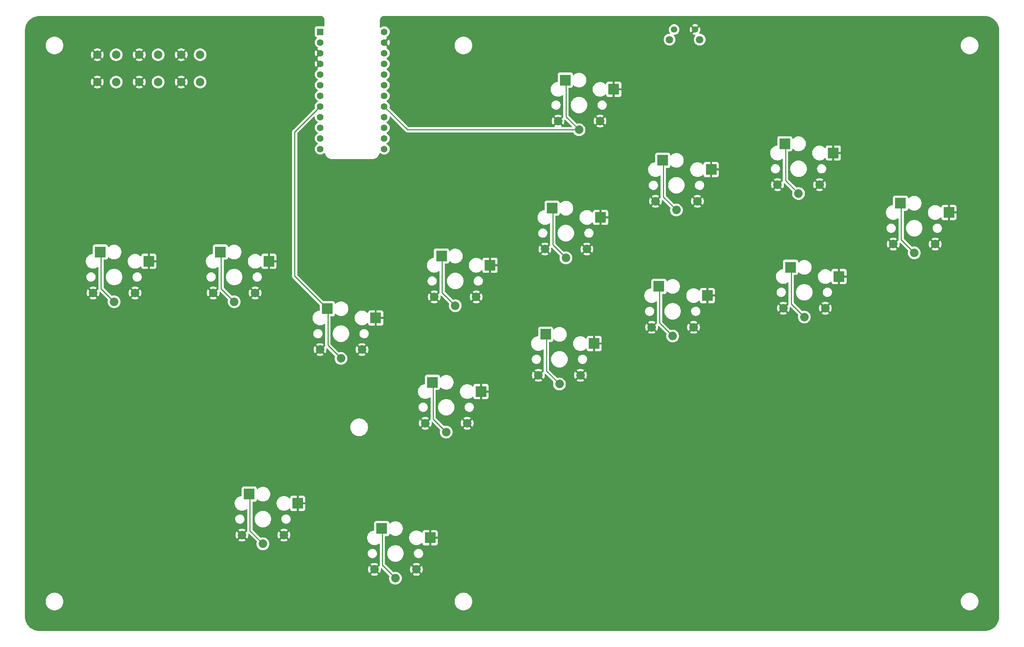
<source format=gbl>
G04 #@! TF.GenerationSoftware,KiCad,Pcbnew,7.0.9*
G04 #@! TF.CreationDate,2023-12-17T00:29:00+09:00*
G04 #@! TF.ProjectId,ergoSHIFT-rev1-kicad,6572676f-5348-4494-9654-2d726576312d,rev.1*
G04 #@! TF.SameCoordinates,Original*
G04 #@! TF.FileFunction,Copper,L2,Bot*
G04 #@! TF.FilePolarity,Positive*
%FSLAX46Y46*%
G04 Gerber Fmt 4.6, Leading zero omitted, Abs format (unit mm)*
G04 Created by KiCad (PCBNEW 7.0.9) date 2023-12-17 00:29:00*
%MOMM*%
%LPD*%
G01*
G04 APERTURE LIST*
G04 #@! TA.AperFunction,SMDPad,CuDef*
%ADD10R,2.600000X2.600000*%
G04 #@! TD*
G04 #@! TA.AperFunction,ComponentPad*
%ADD11C,2.032000*%
G04 #@! TD*
G04 #@! TA.AperFunction,ComponentPad*
%ADD12C,1.524000*%
G04 #@! TD*
G04 #@! TA.AperFunction,ComponentPad*
%ADD13C,1.800000*%
G04 #@! TD*
G04 #@! TA.AperFunction,ComponentPad*
%ADD14R,1.600000X1.600000*%
G04 #@! TD*
G04 #@! TA.AperFunction,ComponentPad*
%ADD15C,1.600000*%
G04 #@! TD*
G04 #@! TA.AperFunction,ComponentPad*
%ADD16C,2.000000*%
G04 #@! TD*
G04 #@! TA.AperFunction,ViaPad*
%ADD17C,0.800000*%
G04 #@! TD*
G04 #@! TA.AperFunction,Conductor*
%ADD18C,0.254000*%
G04 #@! TD*
G04 APERTURE END LIST*
D10*
X202475000Y-84930000D03*
D11*
X205750000Y-96780000D03*
X200750000Y-94680000D03*
X210750000Y-94680000D03*
D10*
X214025000Y-87130000D03*
X179265000Y-65800000D03*
D11*
X182540000Y-77650000D03*
X177540000Y-75550000D03*
X187540000Y-75550000D03*
D10*
X190815000Y-68000000D03*
X174595000Y-126420000D03*
D11*
X177870000Y-138270000D03*
X172870000Y-136170000D03*
X182870000Y-136170000D03*
D10*
X186145000Y-128620000D03*
X232945000Y-110440000D03*
D11*
X236220000Y-122290000D03*
X231220000Y-120190000D03*
X241220000Y-120190000D03*
D10*
X244495000Y-112640000D03*
D12*
X205200000Y-53750000D03*
X210200000Y-53750000D03*
D13*
X204100000Y-56150000D03*
X211300000Y-56150000D03*
D14*
X120880000Y-54300000D03*
D15*
X120880000Y-56840000D03*
X120880000Y-59380000D03*
X120880000Y-61920000D03*
X120880000Y-64460000D03*
X120880000Y-67000000D03*
X120880000Y-69540000D03*
X120880000Y-72080000D03*
X120880000Y-74620000D03*
X120880000Y-77160000D03*
X120880000Y-79700000D03*
X120880000Y-82240000D03*
X136120000Y-82240000D03*
X136120000Y-79700000D03*
X136120000Y-77160000D03*
X136120000Y-74620000D03*
X136120000Y-72080000D03*
X136120000Y-69540000D03*
X136120000Y-67000000D03*
X136120000Y-64460000D03*
X136120000Y-61920000D03*
X136120000Y-59380000D03*
X136120000Y-56840000D03*
X136120000Y-54300000D03*
D10*
X122545000Y-120310000D03*
D11*
X125820000Y-132160000D03*
X120820000Y-130060000D03*
X130820000Y-130060000D03*
D10*
X134095000Y-122510000D03*
D16*
X82250000Y-59750000D03*
X82250000Y-66250000D03*
X77750000Y-59750000D03*
X77750000Y-66250000D03*
D10*
X259145000Y-95160000D03*
D11*
X262420000Y-107010000D03*
X257420000Y-104910000D03*
X267420000Y-104910000D03*
D10*
X270695000Y-97360000D03*
X147615000Y-137860000D03*
D11*
X150890000Y-149710000D03*
X145890000Y-147610000D03*
X155890000Y-147610000D03*
D10*
X159165000Y-140060000D03*
X149775000Y-107750000D03*
D11*
X153050000Y-119600000D03*
X148050000Y-117500000D03*
X158050000Y-117500000D03*
D10*
X161325000Y-109950000D03*
X103945000Y-164520000D03*
D11*
X107220000Y-176370000D03*
X102220000Y-174270000D03*
X112220000Y-174270000D03*
D10*
X115495000Y-166720000D03*
X176125000Y-96340000D03*
D11*
X179400000Y-108190000D03*
X174400000Y-106090000D03*
X184400000Y-106090000D03*
D10*
X187675000Y-98540000D03*
X201575000Y-114980000D03*
D11*
X204850000Y-126830000D03*
X199850000Y-124730000D03*
X209850000Y-124730000D03*
D10*
X213125000Y-117180000D03*
X135515000Y-172720000D03*
D11*
X138790000Y-184570000D03*
X133790000Y-182470000D03*
X143790000Y-182470000D03*
D10*
X147065000Y-174920000D03*
D16*
X92250000Y-59750000D03*
X92250000Y-66250000D03*
X87750000Y-59750000D03*
X87750000Y-66250000D03*
X72250000Y-59750000D03*
X72250000Y-66250000D03*
X67750000Y-59750000D03*
X67750000Y-66250000D03*
D10*
X231575000Y-80990000D03*
D11*
X234850000Y-92840000D03*
X229850000Y-90740000D03*
X239850000Y-90740000D03*
D10*
X243125000Y-83190000D03*
X97095000Y-106800000D03*
D11*
X100370000Y-118650000D03*
X95370000Y-116550000D03*
X105370000Y-116550000D03*
D10*
X108645000Y-109000000D03*
X68475000Y-106800000D03*
D11*
X71750000Y-118650000D03*
X66750000Y-116550000D03*
X76750000Y-116550000D03*
D10*
X80025000Y-109000000D03*
D17*
X179556000Y-89148000D03*
X221720000Y-185160000D03*
X160760000Y-164840000D03*
X247120000Y-190240000D03*
X64240000Y-129280000D03*
X272520000Y-185160000D03*
X150092000Y-55620000D03*
X125200000Y-190240000D03*
X117580000Y-63240000D03*
X191240000Y-154680000D03*
X231880000Y-134360000D03*
X146536000Y-94736000D03*
X113516000Y-71368000D03*
X277600000Y-149600000D03*
X170920000Y-154680000D03*
X84560000Y-73400000D03*
X196320000Y-149600000D03*
X111992000Y-152648000D03*
X277600000Y-108960000D03*
X216640000Y-68320000D03*
X94720000Y-169920000D03*
X162284000Y-81528000D03*
X59160000Y-124200000D03*
X79480000Y-88640000D03*
X64240000Y-139440000D03*
X59160000Y-73400000D03*
X202924000Y-106928000D03*
X115040000Y-58160000D03*
X135360000Y-190240000D03*
X277600000Y-139440000D03*
X78972000Y-52572000D03*
X54080000Y-149600000D03*
X221720000Y-63240000D03*
X89640000Y-175000000D03*
X267440000Y-88640000D03*
X236960000Y-58160000D03*
X201400000Y-185160000D03*
X145520000Y-190240000D03*
X99800000Y-78480000D03*
X94720000Y-129280000D03*
X205972000Y-109976000D03*
X165840000Y-169920000D03*
X116310000Y-102610000D03*
X137900000Y-124200000D03*
X99800000Y-68320000D03*
X154664000Y-81528000D03*
X94720000Y-190240000D03*
X191240000Y-144520000D03*
X143996000Y-86100000D03*
X59160000Y-53080000D03*
X272520000Y-103880000D03*
X184128000Y-88132000D03*
X160760000Y-175000000D03*
X178032000Y-121152000D03*
X267440000Y-129280000D03*
X59160000Y-185160000D03*
X277600000Y-129280000D03*
X104880000Y-58160000D03*
X160760000Y-63240000D03*
X79480000Y-68320000D03*
X201400000Y-144520000D03*
X206480000Y-139440000D03*
X196320000Y-190240000D03*
X74400000Y-190240000D03*
X151108000Y-51556000D03*
X94720000Y-83560000D03*
X105515000Y-98800000D03*
X137900000Y-86100000D03*
X118088000Y-55620000D03*
X89640000Y-98800000D03*
X175492000Y-85084000D03*
X221720000Y-144520000D03*
X233912000Y-102356000D03*
X165840000Y-149600000D03*
X115040000Y-190240000D03*
X139932000Y-121152000D03*
X165840000Y-190240000D03*
X78464000Y-55620000D03*
X196320000Y-139440000D03*
X277600000Y-169920000D03*
X206480000Y-190240000D03*
X105388000Y-79496000D03*
X129264000Y-109468000D03*
X213592000Y-77464000D03*
X272520000Y-63240000D03*
X186160000Y-149600000D03*
X54080000Y-78480000D03*
X96752000Y-55620000D03*
X170920000Y-63240000D03*
X89640000Y-78480000D03*
X74400000Y-93720000D03*
X272520000Y-144520000D03*
X84560000Y-129280000D03*
X79480000Y-134360000D03*
X59160000Y-114040000D03*
X221720000Y-134360000D03*
X257280000Y-119120000D03*
X160760000Y-185160000D03*
X188192000Y-92196000D03*
X171428000Y-81020000D03*
X247120000Y-129280000D03*
X104880000Y-129280000D03*
X221720000Y-124200000D03*
X113516000Y-93212000D03*
X277600000Y-98800000D03*
X236960000Y-139440000D03*
X272520000Y-175000000D03*
X267440000Y-58160000D03*
X131804000Y-165348000D03*
X139424000Y-81528000D03*
X74400000Y-73400000D03*
X54080000Y-169920000D03*
X109960000Y-63240000D03*
X176000000Y-149600000D03*
X59160000Y-164840000D03*
X272520000Y-93720000D03*
X54080000Y-159760000D03*
X89640000Y-164840000D03*
X252200000Y-53080000D03*
X127232000Y-154680000D03*
X160760000Y-103880000D03*
X89640000Y-88640000D03*
X89640000Y-68320000D03*
X198860000Y-103372000D03*
X112500000Y-80385000D03*
X94720000Y-139440000D03*
X226800000Y-129280000D03*
X118215000Y-71495000D03*
X112500000Y-140075000D03*
X130280000Y-185160000D03*
X108436000Y-142488000D03*
X216640000Y-139440000D03*
X262360000Y-53080000D03*
X211052000Y-81020000D03*
X181080000Y-154680000D03*
X99800000Y-98800000D03*
X277600000Y-68320000D03*
X110976000Y-55620000D03*
X272520000Y-114040000D03*
X191748000Y-95752000D03*
X99800000Y-154680000D03*
X262360000Y-83560000D03*
X225276000Y-94228000D03*
X54080000Y-108960000D03*
X137392000Y-117596000D03*
X201400000Y-63240000D03*
X277600000Y-159760000D03*
X103356000Y-55620000D03*
X84560000Y-190240000D03*
X109960000Y-68320000D03*
X54080000Y-88640000D03*
X170920000Y-185160000D03*
X165840000Y-180080000D03*
X272520000Y-124200000D03*
X164824000Y-74924000D03*
X226800000Y-139440000D03*
X99800000Y-185160000D03*
X59160000Y-154680000D03*
X74400000Y-83560000D03*
X104880000Y-139440000D03*
X262360000Y-134360000D03*
X64240000Y-180080000D03*
X59160000Y-93720000D03*
X252200000Y-185160000D03*
X252200000Y-73400000D03*
X118596000Y-146552000D03*
X195304000Y-99308000D03*
X180572000Y-84576000D03*
X231880000Y-53080000D03*
X116564000Y-112008000D03*
X205972000Y-80004000D03*
X104880000Y-73400000D03*
X272520000Y-134360000D03*
X176000000Y-159760000D03*
X54080000Y-139440000D03*
X79480000Y-78480000D03*
X116564000Y-97276000D03*
X101832000Y-82036000D03*
X105515000Y-90545000D03*
X79480000Y-185160000D03*
X226800000Y-58160000D03*
X96752000Y-52572000D03*
X252200000Y-124200000D03*
X172952000Y-120644000D03*
X226800000Y-68320000D03*
X148060000Y-128772000D03*
X223244000Y-96260000D03*
X140440000Y-53080000D03*
X99800000Y-63240000D03*
X59160000Y-144520000D03*
X196320000Y-58160000D03*
X255756000Y-88132000D03*
X248136000Y-74924000D03*
X267440000Y-190240000D03*
X250168000Y-82544000D03*
X74400000Y-129280000D03*
X231880000Y-185160000D03*
X110976000Y-52572000D03*
X150600000Y-185160000D03*
X277600000Y-180080000D03*
X54080000Y-129280000D03*
X221720000Y-53080000D03*
X112500000Y-98800000D03*
X89640000Y-185160000D03*
X84560000Y-180080000D03*
X116564000Y-89148000D03*
X144504000Y-130804000D03*
X108944000Y-152648000D03*
X257280000Y-58160000D03*
X109325000Y-98800000D03*
X216640000Y-190240000D03*
X247120000Y-58160000D03*
X69320000Y-68320000D03*
X242040000Y-185160000D03*
X247120000Y-68320000D03*
X262360000Y-124200000D03*
X277600000Y-78480000D03*
X166856000Y-114548000D03*
X94720000Y-159760000D03*
X118088000Y-52572000D03*
X272520000Y-53080000D03*
X86592000Y-55620000D03*
X104880000Y-190240000D03*
X84560000Y-139440000D03*
X242040000Y-53080000D03*
X155680000Y-180080000D03*
X69320000Y-185160000D03*
X94720000Y-58160000D03*
X54080000Y-98800000D03*
X84560000Y-93720000D03*
X244580000Y-76448000D03*
X64240000Y-190240000D03*
X150600000Y-74924000D03*
X216132000Y-89656000D03*
X156188000Y-103880000D03*
X94720000Y-180080000D03*
X86592000Y-52572000D03*
X75416000Y-53588000D03*
X176000000Y-58160000D03*
X114024000Y-114548000D03*
X277600000Y-119120000D03*
X155680000Y-169920000D03*
X123676000Y-157220000D03*
X54080000Y-58160000D03*
X199876000Y-51556000D03*
X175492000Y-51556000D03*
X230356000Y-103372000D03*
X112500000Y-107690000D03*
X89640000Y-134360000D03*
X272520000Y-73400000D03*
X165840000Y-58160000D03*
X236960000Y-68320000D03*
X211560000Y-144520000D03*
X109325000Y-90545000D03*
X111992000Y-145028000D03*
X218672000Y-87116000D03*
X120120000Y-185160000D03*
X211560000Y-63240000D03*
X196320000Y-68320000D03*
X171428000Y-114548000D03*
X233404000Y-106420000D03*
X252200000Y-134360000D03*
X54080000Y-119120000D03*
X150600000Y-63240000D03*
X186160000Y-190240000D03*
X74400000Y-139440000D03*
X104880000Y-149600000D03*
X181080000Y-185160000D03*
X176000000Y-190240000D03*
X185652000Y-51556000D03*
X126216000Y-112008000D03*
X206480000Y-68320000D03*
X267440000Y-139440000D03*
X112500000Y-122930000D03*
X59160000Y-103880000D03*
X226800000Y-190240000D03*
X109960000Y-185160000D03*
X257280000Y-190240000D03*
X272520000Y-164840000D03*
X94720000Y-73400000D03*
X54080000Y-68320000D03*
X59160000Y-83560000D03*
X140440000Y-63240000D03*
X244580000Y-72892000D03*
X99800000Y-144520000D03*
X257280000Y-139440000D03*
X165840000Y-51556000D03*
X247120000Y-139440000D03*
X155680000Y-159760000D03*
X272520000Y-154680000D03*
X257280000Y-129280000D03*
X54080000Y-180080000D03*
X99800000Y-134360000D03*
X215116000Y-72892000D03*
X262360000Y-185160000D03*
X160760000Y-154680000D03*
X147552000Y-81528000D03*
X69320000Y-134360000D03*
X74400000Y-180080000D03*
X59160000Y-134360000D03*
X152124000Y-94736000D03*
X216640000Y-129280000D03*
X184128000Y-93720000D03*
X191240000Y-84576000D03*
X186668000Y-84576000D03*
X236960000Y-190240000D03*
X242040000Y-134360000D03*
X79480000Y-98800000D03*
X186160000Y-58160000D03*
X59160000Y-63240000D03*
X211052000Y-74416000D03*
X84560000Y-83560000D03*
X94720000Y-93720000D03*
X59160000Y-175000000D03*
X165840000Y-159760000D03*
X191240000Y-185160000D03*
X277600000Y-88640000D03*
X216640000Y-58160000D03*
X103356000Y-52572000D03*
X166856000Y-81528000D03*
X257280000Y-78480000D03*
X135868000Y-163316000D03*
X211560000Y-185160000D03*
X272520000Y-83560000D03*
D18*
X68627000Y-115527000D02*
X68627000Y-106952000D01*
X68627000Y-106952000D02*
X68475000Y-106800000D01*
X71750000Y-118650000D02*
X68627000Y-115527000D01*
X100370000Y-118650000D02*
X97247000Y-115527000D01*
X97247000Y-115527000D02*
X97247000Y-106952000D01*
X97247000Y-106952000D02*
X97095000Y-106800000D01*
X122697000Y-129037000D02*
X122697000Y-120462000D01*
X114770000Y-112535000D02*
X114770000Y-78190000D01*
X114770000Y-78190000D02*
X120880000Y-72080000D01*
X122545000Y-120310000D02*
X114770000Y-112535000D01*
X122697000Y-120462000D02*
X122545000Y-120310000D01*
X125820000Y-132160000D02*
X122697000Y-129037000D01*
X107220000Y-176370000D02*
X104097000Y-173247000D01*
X104097000Y-173247000D02*
X104097000Y-164672000D01*
X104097000Y-164672000D02*
X103945000Y-164520000D01*
X135667000Y-172872000D02*
X135515000Y-172720000D01*
X138790000Y-184570000D02*
X135667000Y-181447000D01*
X135667000Y-181447000D02*
X135667000Y-172872000D01*
X153050000Y-119600000D02*
X149927000Y-116477000D01*
X149927000Y-116477000D02*
X149927000Y-107902000D01*
X149927000Y-107902000D02*
X149775000Y-107750000D01*
X179400000Y-108190000D02*
X176277000Y-105067000D01*
X176277000Y-96492000D02*
X176125000Y-96340000D01*
X176277000Y-105067000D02*
X176277000Y-96492000D01*
X202627000Y-85082000D02*
X202475000Y-84930000D01*
X202627000Y-93657000D02*
X202627000Y-85082000D01*
X205750000Y-96780000D02*
X202627000Y-93657000D01*
X234850000Y-92840000D02*
X231727000Y-89717000D01*
X231727000Y-89717000D02*
X231727000Y-81142000D01*
X231727000Y-81142000D02*
X231575000Y-80990000D01*
X259297000Y-95312000D02*
X259145000Y-95160000D01*
X262420000Y-107010000D02*
X259297000Y-103887000D01*
X259297000Y-103887000D02*
X259297000Y-95312000D01*
X141690000Y-77650000D02*
X182540000Y-77650000D01*
X182540000Y-77650000D02*
X179417000Y-74527000D01*
X179417000Y-65952000D02*
X179265000Y-65800000D01*
X179417000Y-74527000D02*
X179417000Y-65952000D01*
X136120000Y-72080000D02*
X141690000Y-77650000D01*
X147767000Y-138012000D02*
X147615000Y-137860000D01*
X150890000Y-149710000D02*
X147767000Y-146587000D01*
X147767000Y-146587000D02*
X147767000Y-138012000D01*
X174747000Y-126572000D02*
X174595000Y-126420000D01*
X177870000Y-138270000D02*
X174747000Y-135147000D01*
X174747000Y-135147000D02*
X174747000Y-126572000D01*
X201727000Y-123707000D02*
X201727000Y-115132000D01*
X201727000Y-115132000D02*
X201575000Y-114980000D01*
X204850000Y-126830000D02*
X201727000Y-123707000D01*
X233097000Y-110592000D02*
X232945000Y-110440000D01*
X233097000Y-119167000D02*
X233097000Y-110592000D01*
X236220000Y-122290000D02*
X233097000Y-119167000D01*
G04 #@! TA.AperFunction,Conductor*
G36*
X120902695Y-50500735D02*
G01*
X121062755Y-50514739D01*
X121084035Y-50518491D01*
X121201188Y-50549882D01*
X121231369Y-50557969D01*
X121251681Y-50565362D01*
X121389915Y-50629822D01*
X121408633Y-50640629D01*
X121533582Y-50728119D01*
X121550140Y-50742013D01*
X121657986Y-50849859D01*
X121671880Y-50866417D01*
X121759370Y-50991366D01*
X121770177Y-51010084D01*
X121834637Y-51148318D01*
X121842030Y-51168630D01*
X121881507Y-51315961D01*
X121885260Y-51337246D01*
X121899264Y-51497301D01*
X121899500Y-51502707D01*
X121899500Y-52879906D01*
X121879815Y-52946945D01*
X121827011Y-52992700D01*
X121762247Y-53003195D01*
X121727873Y-52999500D01*
X121727865Y-52999500D01*
X120032129Y-52999500D01*
X120032123Y-52999501D01*
X119972516Y-53005908D01*
X119837671Y-53056202D01*
X119837664Y-53056206D01*
X119722455Y-53142452D01*
X119722452Y-53142455D01*
X119636206Y-53257664D01*
X119636202Y-53257671D01*
X119585908Y-53392517D01*
X119579501Y-53452116D01*
X119579500Y-53452135D01*
X119579500Y-55147870D01*
X119579501Y-55147876D01*
X119585908Y-55207483D01*
X119636202Y-55342328D01*
X119636206Y-55342335D01*
X119722452Y-55457544D01*
X119722455Y-55457547D01*
X119837664Y-55543793D01*
X119837671Y-55543797D01*
X119860499Y-55552311D01*
X119972517Y-55594091D01*
X120007596Y-55597862D01*
X120072144Y-55624599D01*
X120111993Y-55681991D01*
X120114488Y-55751816D01*
X120078836Y-55811905D01*
X120065464Y-55822725D01*
X120040858Y-55839954D01*
X119879954Y-56000858D01*
X119749432Y-56187265D01*
X119749431Y-56187267D01*
X119653261Y-56393502D01*
X119653258Y-56393511D01*
X119594366Y-56613302D01*
X119594364Y-56613313D01*
X119574532Y-56839998D01*
X119574532Y-56840001D01*
X119594364Y-57066686D01*
X119594366Y-57066697D01*
X119653258Y-57286488D01*
X119653261Y-57286497D01*
X119749431Y-57492732D01*
X119749432Y-57492734D01*
X119879954Y-57679141D01*
X120040858Y-57840045D01*
X120040861Y-57840047D01*
X120227266Y-57970568D01*
X120285865Y-57997893D01*
X120338305Y-58044065D01*
X120357457Y-58111258D01*
X120337242Y-58178139D01*
X120285867Y-58222657D01*
X120227511Y-58249869D01*
X120154526Y-58300973D01*
X120708431Y-58854878D01*
X120591542Y-58905651D01*
X120474261Y-59001066D01*
X120387072Y-59124585D01*
X120356645Y-59210198D01*
X119800973Y-58654526D01*
X119800972Y-58654527D01*
X119749868Y-58727513D01*
X119653734Y-58933673D01*
X119653730Y-58933682D01*
X119594860Y-59153389D01*
X119594858Y-59153400D01*
X119575034Y-59379997D01*
X119575034Y-59380002D01*
X119594858Y-59606599D01*
X119594860Y-59606610D01*
X119653730Y-59826317D01*
X119653734Y-59826326D01*
X119749865Y-60032481D01*
X119749866Y-60032483D01*
X119800973Y-60105471D01*
X119800974Y-60105472D01*
X120354070Y-59552375D01*
X120356884Y-59565915D01*
X120426442Y-59700156D01*
X120529638Y-59810652D01*
X120658819Y-59889209D01*
X120710001Y-59903549D01*
X120154526Y-60459025D01*
X120154526Y-60459026D01*
X120227512Y-60510131D01*
X120227516Y-60510133D01*
X120286457Y-60537618D01*
X120338896Y-60583790D01*
X120358048Y-60650984D01*
X120337832Y-60717865D01*
X120286457Y-60762382D01*
X120227513Y-60789868D01*
X120154526Y-60840973D01*
X120708431Y-61394878D01*
X120591542Y-61445651D01*
X120474261Y-61541066D01*
X120387072Y-61664585D01*
X120356645Y-61750198D01*
X119800973Y-61194526D01*
X119800972Y-61194527D01*
X119749868Y-61267513D01*
X119653734Y-61473673D01*
X119653730Y-61473682D01*
X119594860Y-61693389D01*
X119594858Y-61693400D01*
X119575034Y-61919997D01*
X119575034Y-61920002D01*
X119594858Y-62146599D01*
X119594860Y-62146610D01*
X119653730Y-62366317D01*
X119653734Y-62366326D01*
X119749865Y-62572481D01*
X119749866Y-62572483D01*
X119800973Y-62645471D01*
X119800974Y-62645472D01*
X120354070Y-62092375D01*
X120356884Y-62105915D01*
X120426442Y-62240156D01*
X120529638Y-62350652D01*
X120658819Y-62429209D01*
X120710001Y-62443549D01*
X120154526Y-62999025D01*
X120154526Y-62999026D01*
X120227512Y-63050131D01*
X120227520Y-63050135D01*
X120285865Y-63077342D01*
X120338305Y-63123514D01*
X120357457Y-63190707D01*
X120337242Y-63257589D01*
X120285867Y-63302105D01*
X120227268Y-63329431D01*
X120227264Y-63329433D01*
X120040858Y-63459954D01*
X119879954Y-63620858D01*
X119749432Y-63807265D01*
X119749431Y-63807267D01*
X119653261Y-64013502D01*
X119653258Y-64013511D01*
X119594366Y-64233302D01*
X119594364Y-64233313D01*
X119574532Y-64459998D01*
X119574532Y-64460001D01*
X119594364Y-64686686D01*
X119594366Y-64686697D01*
X119653258Y-64906488D01*
X119653261Y-64906497D01*
X119749431Y-65112732D01*
X119749432Y-65112734D01*
X119879954Y-65299141D01*
X120040858Y-65460045D01*
X120040861Y-65460047D01*
X120227266Y-65590568D01*
X120285275Y-65617618D01*
X120337714Y-65663791D01*
X120356866Y-65730984D01*
X120336650Y-65797865D01*
X120285275Y-65842382D01*
X120227267Y-65869431D01*
X120227265Y-65869432D01*
X120040858Y-65999954D01*
X119879954Y-66160858D01*
X119749432Y-66347265D01*
X119749431Y-66347267D01*
X119653261Y-66553502D01*
X119653258Y-66553511D01*
X119594366Y-66773302D01*
X119594364Y-66773313D01*
X119574532Y-66999998D01*
X119574532Y-67000001D01*
X119594364Y-67226686D01*
X119594366Y-67226697D01*
X119653258Y-67446488D01*
X119653261Y-67446497D01*
X119749431Y-67652732D01*
X119749432Y-67652734D01*
X119879954Y-67839141D01*
X120040858Y-68000045D01*
X120040861Y-68000047D01*
X120227266Y-68130568D01*
X120285275Y-68157618D01*
X120337714Y-68203791D01*
X120356866Y-68270984D01*
X120336650Y-68337865D01*
X120285275Y-68382382D01*
X120227267Y-68409431D01*
X120227265Y-68409432D01*
X120040858Y-68539954D01*
X119879954Y-68700858D01*
X119749432Y-68887265D01*
X119749431Y-68887267D01*
X119653261Y-69093502D01*
X119653258Y-69093511D01*
X119594366Y-69313302D01*
X119594364Y-69313313D01*
X119574532Y-69539998D01*
X119574532Y-69540001D01*
X119594364Y-69766686D01*
X119594366Y-69766697D01*
X119653258Y-69986488D01*
X119653261Y-69986497D01*
X119749431Y-70192732D01*
X119749432Y-70192734D01*
X119879954Y-70379141D01*
X120040858Y-70540045D01*
X120040861Y-70540047D01*
X120227266Y-70670568D01*
X120285275Y-70697618D01*
X120337714Y-70743791D01*
X120356866Y-70810984D01*
X120336650Y-70877865D01*
X120285275Y-70922382D01*
X120227267Y-70949431D01*
X120227265Y-70949432D01*
X120040858Y-71079954D01*
X119879954Y-71240858D01*
X119749432Y-71427265D01*
X119749431Y-71427267D01*
X119653261Y-71633502D01*
X119653258Y-71633511D01*
X119594366Y-71853302D01*
X119594364Y-71853313D01*
X119574532Y-72079998D01*
X119574532Y-72080001D01*
X119594364Y-72306686D01*
X119594365Y-72306694D01*
X119612083Y-72372815D01*
X119610420Y-72442665D01*
X119579989Y-72492590D01*
X114384953Y-77687626D01*
X114372669Y-77697469D01*
X114372849Y-77697687D01*
X114366838Y-77702659D01*
X114319322Y-77753258D01*
X114298375Y-77774205D01*
X114294106Y-77779709D01*
X114290315Y-77784147D01*
X114258308Y-77818230D01*
X114258305Y-77818234D01*
X114248606Y-77835877D01*
X114237928Y-77852133D01*
X114225594Y-77868034D01*
X114225589Y-77868042D01*
X114207025Y-77910943D01*
X114204454Y-77916191D01*
X114181927Y-77957167D01*
X114176920Y-77976668D01*
X114170621Y-77995064D01*
X114168858Y-77999141D01*
X114162625Y-78013544D01*
X114162624Y-78013546D01*
X114155312Y-78059716D01*
X114154127Y-78065438D01*
X114142500Y-78110723D01*
X114142500Y-78130858D01*
X114140973Y-78150257D01*
X114138628Y-78165066D01*
X114137825Y-78170133D01*
X114141875Y-78212974D01*
X114142225Y-78216677D01*
X114142500Y-78222515D01*
X114142500Y-112452032D01*
X114140772Y-112467681D01*
X114141054Y-112467708D01*
X114140319Y-112475475D01*
X114142500Y-112544859D01*
X114142500Y-112574477D01*
X114143371Y-112581380D01*
X114143829Y-112587199D01*
X114145298Y-112633942D01*
X114150916Y-112653275D01*
X114154862Y-112672329D01*
X114157383Y-112692287D01*
X114157386Y-112692299D01*
X114174595Y-112735765D01*
X114176487Y-112741293D01*
X114189530Y-112786187D01*
X114189530Y-112786188D01*
X114199777Y-112803515D01*
X114208335Y-112820985D01*
X114215745Y-112839701D01*
X114243229Y-112877529D01*
X114246437Y-112882413D01*
X114270234Y-112922652D01*
X114270240Y-112922660D01*
X114284469Y-112936888D01*
X114297109Y-112951687D01*
X114308934Y-112967964D01*
X114308936Y-112967965D01*
X114308937Y-112967967D01*
X114317990Y-112975456D01*
X114344957Y-112997765D01*
X114349268Y-113001687D01*
X117534290Y-116186709D01*
X120708181Y-119360600D01*
X120741666Y-119421923D01*
X120744500Y-119448281D01*
X120744500Y-120645193D01*
X120724815Y-120712232D01*
X120672011Y-120757987D01*
X120629768Y-120768846D01*
X120558381Y-120774196D01*
X120558371Y-120774197D01*
X120302597Y-120832576D01*
X120302578Y-120832582D01*
X120058356Y-120928432D01*
X119831143Y-121059614D01*
X119626014Y-121223198D01*
X119447567Y-121415520D01*
X119299768Y-121632302D01*
X119299767Y-121632303D01*
X119185938Y-121868673D01*
X119108606Y-122119376D01*
X119108605Y-122119381D01*
X119108604Y-122119385D01*
X119101358Y-122167460D01*
X119069500Y-122378812D01*
X119069500Y-122641187D01*
X119087420Y-122760073D01*
X119108604Y-122900615D01*
X119108605Y-122900617D01*
X119108606Y-122900623D01*
X119185938Y-123151326D01*
X119299767Y-123387696D01*
X119299768Y-123387697D01*
X119299770Y-123387700D01*
X119299772Y-123387704D01*
X119340255Y-123447081D01*
X119447567Y-123604479D01*
X119626014Y-123796801D01*
X119626018Y-123796804D01*
X119626019Y-123796805D01*
X119831143Y-123960386D01*
X120058357Y-124091568D01*
X120302584Y-124187420D01*
X120558370Y-124245802D01*
X120558376Y-124245802D01*
X120558379Y-124245803D01*
X120754500Y-124260500D01*
X120754506Y-124260500D01*
X120885500Y-124260500D01*
X121081620Y-124245803D01*
X121081622Y-124245802D01*
X121081630Y-124245802D01*
X121337416Y-124187420D01*
X121581643Y-124091568D01*
X121808857Y-123960386D01*
X121868189Y-123913070D01*
X121932873Y-123886663D01*
X122001569Y-123899418D01*
X122052463Y-123947289D01*
X122069500Y-124010018D01*
X122069500Y-128954032D01*
X122067772Y-128969681D01*
X122068054Y-128969708D01*
X122067319Y-128977475D01*
X122069500Y-129046859D01*
X122069500Y-129076477D01*
X122070371Y-129083380D01*
X122070829Y-129089200D01*
X122071384Y-129106849D01*
X122053815Y-129174473D01*
X122035126Y-129198425D01*
X121410643Y-129822908D01*
X121399132Y-129787481D01*
X121313165Y-129652019D01*
X121196210Y-129542191D01*
X121059443Y-129467002D01*
X121703216Y-128823229D01*
X121510378Y-128705056D01*
X121289924Y-128613742D01*
X121289927Y-128613742D01*
X121057883Y-128558033D01*
X120820000Y-128539312D01*
X120582116Y-128558033D01*
X120350074Y-128613742D01*
X120129621Y-128705056D01*
X119936782Y-128823229D01*
X120584023Y-129470469D01*
X120511655Y-129499123D01*
X120381858Y-129593426D01*
X120279590Y-129717046D01*
X120229640Y-129823193D01*
X119583229Y-129176782D01*
X119465056Y-129369621D01*
X119373742Y-129590074D01*
X119318033Y-129822116D01*
X119299312Y-130060000D01*
X119318033Y-130297883D01*
X119373742Y-130529925D01*
X119465056Y-130750378D01*
X119583229Y-130943216D01*
X120229356Y-130297089D01*
X120240868Y-130332519D01*
X120326835Y-130467981D01*
X120443790Y-130577809D01*
X120580555Y-130652996D01*
X119936782Y-131296769D01*
X119936782Y-131296770D01*
X120129621Y-131414943D01*
X120350075Y-131506257D01*
X120350072Y-131506257D01*
X120582116Y-131561966D01*
X120820000Y-131580687D01*
X121057883Y-131561966D01*
X121289925Y-131506257D01*
X121510374Y-131414944D01*
X121703216Y-131296769D01*
X121055977Y-130649529D01*
X121128345Y-130620877D01*
X121258142Y-130526574D01*
X121360410Y-130402954D01*
X121410359Y-130296806D01*
X122056769Y-130943216D01*
X122174944Y-130750374D01*
X122266257Y-130529925D01*
X122321966Y-130297883D01*
X122340687Y-130060000D01*
X122325039Y-129861167D01*
X122339403Y-129792790D01*
X122388454Y-129743033D01*
X122456620Y-129727694D01*
X122522257Y-129751643D01*
X122536338Y-129763757D01*
X124341436Y-131568855D01*
X124374921Y-131630178D01*
X124374329Y-131685483D01*
X124317538Y-131922036D01*
X124298811Y-132160000D01*
X124317538Y-132397963D01*
X124373261Y-132630068D01*
X124464608Y-132850600D01*
X124464610Y-132850604D01*
X124464611Y-132850605D01*
X124589332Y-133054132D01*
X124744357Y-133235643D01*
X124925868Y-133390668D01*
X125129395Y-133515389D01*
X125129397Y-133515389D01*
X125129399Y-133515391D01*
X125205071Y-133546735D01*
X125349927Y-133606737D01*
X125582034Y-133662461D01*
X125820000Y-133681189D01*
X126057966Y-133662461D01*
X126290073Y-133606737D01*
X126510605Y-133515389D01*
X126714132Y-133390668D01*
X126895643Y-133235643D01*
X127050668Y-133054132D01*
X127175389Y-132850605D01*
X127266737Y-132630073D01*
X127322461Y-132397966D01*
X127328805Y-132317355D01*
X171264843Y-132317355D01*
X171274852Y-132527459D01*
X171324442Y-132731871D01*
X171369082Y-132829619D01*
X171411820Y-132923204D01*
X171411824Y-132923210D01*
X171533826Y-133094539D01*
X171533831Y-133094544D01*
X171686063Y-133239697D01*
X171863014Y-133353416D01*
X172058288Y-133431593D01*
X172187084Y-133456416D01*
X172264828Y-133471400D01*
X172264829Y-133471400D01*
X172422461Y-133471400D01*
X172422468Y-133471400D01*
X172579389Y-133456416D01*
X172781211Y-133397156D01*
X172968170Y-133300771D01*
X173133510Y-133170747D01*
X173271255Y-133011781D01*
X173376426Y-132829619D01*
X173445222Y-132630846D01*
X173475157Y-132422645D01*
X173465148Y-132212541D01*
X173415558Y-132008129D01*
X173328179Y-131816795D01*
X173328175Y-131816789D01*
X173206173Y-131645460D01*
X173206167Y-131645454D01*
X173053939Y-131500305D01*
X173053937Y-131500303D01*
X172876986Y-131386584D01*
X172876984Y-131386583D01*
X172681721Y-131308410D01*
X172681714Y-131308407D01*
X172681712Y-131308407D01*
X172681709Y-131308406D01*
X172681708Y-131308406D01*
X172475172Y-131268600D01*
X172475171Y-131268600D01*
X172317532Y-131268600D01*
X172160611Y-131283584D01*
X172160607Y-131283585D01*
X171958791Y-131342843D01*
X171771831Y-131439228D01*
X171606490Y-131569252D01*
X171606489Y-131569253D01*
X171468749Y-131728214D01*
X171468740Y-131728225D01*
X171363574Y-131910379D01*
X171294779Y-132109148D01*
X171294778Y-132109153D01*
X171294778Y-132109154D01*
X171264843Y-132317355D01*
X127328805Y-132317355D01*
X127341189Y-132160000D01*
X127322461Y-131922034D01*
X127266737Y-131689927D01*
X127190658Y-131506257D01*
X127175391Y-131469399D01*
X127156902Y-131439228D01*
X127050668Y-131265868D01*
X126895643Y-131084357D01*
X126714132Y-130929332D01*
X126510605Y-130804611D01*
X126510604Y-130804610D01*
X126510600Y-130804608D01*
X126305744Y-130719754D01*
X126290073Y-130713263D01*
X126290072Y-130713262D01*
X126290068Y-130713261D01*
X126057962Y-130657538D01*
X126057963Y-130657538D01*
X125820000Y-130638811D01*
X125582036Y-130657538D01*
X125345483Y-130714329D01*
X125275700Y-130710838D01*
X125228855Y-130681436D01*
X124607419Y-130060000D01*
X129299312Y-130060000D01*
X129318033Y-130297883D01*
X129373742Y-130529925D01*
X129465056Y-130750378D01*
X129583229Y-130943216D01*
X130229356Y-130297089D01*
X130240868Y-130332519D01*
X130326835Y-130467981D01*
X130443790Y-130577809D01*
X130580555Y-130652996D01*
X129936782Y-131296769D01*
X129936782Y-131296770D01*
X130129621Y-131414943D01*
X130350075Y-131506257D01*
X130350072Y-131506257D01*
X130582116Y-131561966D01*
X130820000Y-131580687D01*
X131057883Y-131561966D01*
X131289925Y-131506257D01*
X131510374Y-131414944D01*
X131703216Y-131296769D01*
X131055977Y-130649529D01*
X131128345Y-130620877D01*
X131258142Y-130526574D01*
X131360410Y-130402954D01*
X131410359Y-130296806D01*
X132056769Y-130943216D01*
X132174944Y-130750374D01*
X132266257Y-130529925D01*
X132321966Y-130297883D01*
X132340687Y-130060000D01*
X132321966Y-129822116D01*
X132266257Y-129590074D01*
X132174943Y-129369621D01*
X132056769Y-129176782D01*
X131410643Y-129822908D01*
X131399132Y-129787481D01*
X131313165Y-129652019D01*
X131196210Y-129542191D01*
X131059443Y-129467002D01*
X131703216Y-128823229D01*
X131585656Y-128751187D01*
X171119500Y-128751187D01*
X171137409Y-128870000D01*
X171158604Y-129010615D01*
X171158605Y-129010617D01*
X171158606Y-129010623D01*
X171182844Y-129089200D01*
X171229507Y-129240479D01*
X171235938Y-129261326D01*
X171349767Y-129497696D01*
X171349768Y-129497697D01*
X171349770Y-129497700D01*
X171349772Y-129497704D01*
X171492090Y-129706446D01*
X171497567Y-129714479D01*
X171676014Y-129906801D01*
X171676018Y-129906804D01*
X171676019Y-129906805D01*
X171881143Y-130070386D01*
X172108357Y-130201568D01*
X172352584Y-130297420D01*
X172352596Y-130297422D01*
X172352597Y-130297423D01*
X172361469Y-130299448D01*
X172608370Y-130355802D01*
X172608376Y-130355802D01*
X172608379Y-130355803D01*
X172804500Y-130370500D01*
X172804506Y-130370500D01*
X172935500Y-130370500D01*
X173131620Y-130355803D01*
X173131622Y-130355802D01*
X173131630Y-130355802D01*
X173387416Y-130297420D01*
X173631643Y-130201568D01*
X173858857Y-130070386D01*
X173918189Y-130023070D01*
X173982873Y-129996663D01*
X174051569Y-130009418D01*
X174102463Y-130057289D01*
X174119500Y-130120018D01*
X174119500Y-135064032D01*
X174117772Y-135079681D01*
X174118054Y-135079708D01*
X174117319Y-135087475D01*
X174119500Y-135156859D01*
X174119500Y-135186477D01*
X174120371Y-135193380D01*
X174120829Y-135199200D01*
X174121384Y-135216849D01*
X174103815Y-135284473D01*
X174085126Y-135308425D01*
X173460643Y-135932908D01*
X173449132Y-135897481D01*
X173363165Y-135762019D01*
X173246210Y-135652191D01*
X173109443Y-135577002D01*
X173753216Y-134933229D01*
X173560378Y-134815056D01*
X173339924Y-134723742D01*
X173339927Y-134723742D01*
X173107883Y-134668033D01*
X172870000Y-134649312D01*
X172632116Y-134668033D01*
X172400074Y-134723742D01*
X172179621Y-134815056D01*
X171986782Y-134933229D01*
X172634023Y-135580469D01*
X172561655Y-135609123D01*
X172431858Y-135703426D01*
X172329590Y-135827046D01*
X172279640Y-135933193D01*
X171633229Y-135286782D01*
X171515056Y-135479621D01*
X171423742Y-135700074D01*
X171368033Y-135932116D01*
X171349312Y-136170000D01*
X171368033Y-136407883D01*
X171423742Y-136639925D01*
X171515056Y-136860378D01*
X171633229Y-137053216D01*
X172279356Y-136407089D01*
X172290868Y-136442519D01*
X172376835Y-136577981D01*
X172493790Y-136687809D01*
X172630555Y-136762996D01*
X171986782Y-137406769D01*
X171986782Y-137406770D01*
X172179621Y-137524943D01*
X172400075Y-137616257D01*
X172400072Y-137616257D01*
X172632116Y-137671966D01*
X172870000Y-137690687D01*
X173107883Y-137671966D01*
X173339925Y-137616257D01*
X173560374Y-137524944D01*
X173753216Y-137406769D01*
X173105977Y-136759529D01*
X173178345Y-136730877D01*
X173308142Y-136636574D01*
X173410410Y-136512954D01*
X173460359Y-136406806D01*
X174106769Y-137053216D01*
X174224944Y-136860374D01*
X174316257Y-136639925D01*
X174371966Y-136407883D01*
X174390687Y-136170000D01*
X174375039Y-135971167D01*
X174389403Y-135902790D01*
X174438454Y-135853033D01*
X174506620Y-135837694D01*
X174572257Y-135861643D01*
X174586338Y-135873757D01*
X176391436Y-137678855D01*
X176424921Y-137740178D01*
X176424329Y-137795483D01*
X176367538Y-138032036D01*
X176348811Y-138270000D01*
X176367538Y-138507963D01*
X176423261Y-138740068D01*
X176514608Y-138960600D01*
X176514610Y-138960604D01*
X176514611Y-138960605D01*
X176639332Y-139164132D01*
X176794357Y-139345643D01*
X176975868Y-139500668D01*
X177179395Y-139625389D01*
X177179397Y-139625389D01*
X177179399Y-139625391D01*
X177248687Y-139654091D01*
X177399927Y-139716737D01*
X177399930Y-139716737D01*
X177399931Y-139716738D01*
X177412051Y-139719647D01*
X177632034Y-139772461D01*
X177870000Y-139791189D01*
X178107966Y-139772461D01*
X178340073Y-139716737D01*
X178560605Y-139625389D01*
X178764132Y-139500668D01*
X178945643Y-139345643D01*
X179100668Y-139164132D01*
X179225389Y-138960605D01*
X179316737Y-138740073D01*
X179372461Y-138507966D01*
X179391189Y-138270000D01*
X179372461Y-138032034D01*
X179316737Y-137799927D01*
X179225389Y-137579395D01*
X179100668Y-137375868D01*
X178945643Y-137194357D01*
X178764132Y-137039332D01*
X178560605Y-136914611D01*
X178560604Y-136914610D01*
X178560600Y-136914608D01*
X178355744Y-136829754D01*
X178340073Y-136823263D01*
X178340072Y-136823262D01*
X178340068Y-136823261D01*
X178107962Y-136767538D01*
X178107963Y-136767538D01*
X177870000Y-136748811D01*
X177632036Y-136767538D01*
X177395483Y-136824329D01*
X177325700Y-136820838D01*
X177278855Y-136791436D01*
X176657419Y-136170000D01*
X181349312Y-136170000D01*
X181368033Y-136407883D01*
X181423742Y-136639925D01*
X181515056Y-136860378D01*
X181633229Y-137053216D01*
X182279356Y-136407089D01*
X182290868Y-136442519D01*
X182376835Y-136577981D01*
X182493790Y-136687809D01*
X182630555Y-136762996D01*
X181986782Y-137406769D01*
X181986782Y-137406770D01*
X182179621Y-137524943D01*
X182400075Y-137616257D01*
X182400072Y-137616257D01*
X182632116Y-137671966D01*
X182870000Y-137690687D01*
X183107883Y-137671966D01*
X183339925Y-137616257D01*
X183560374Y-137524944D01*
X183753216Y-137406769D01*
X183105977Y-136759529D01*
X183178345Y-136730877D01*
X183308142Y-136636574D01*
X183410410Y-136512954D01*
X183460359Y-136406806D01*
X184106769Y-137053216D01*
X184224944Y-136860374D01*
X184316257Y-136639925D01*
X184371966Y-136407883D01*
X184390687Y-136170000D01*
X184371966Y-135932116D01*
X184316257Y-135700074D01*
X184224943Y-135479621D01*
X184106769Y-135286782D01*
X183460643Y-135932908D01*
X183449132Y-135897481D01*
X183363165Y-135762019D01*
X183246210Y-135652191D01*
X183109443Y-135577002D01*
X183753216Y-134933229D01*
X183560378Y-134815056D01*
X183339924Y-134723742D01*
X183339927Y-134723742D01*
X183107883Y-134668033D01*
X182870000Y-134649312D01*
X182632116Y-134668033D01*
X182400074Y-134723742D01*
X182179621Y-134815056D01*
X181986782Y-134933229D01*
X182634023Y-135580469D01*
X182561655Y-135609123D01*
X182431858Y-135703426D01*
X182329590Y-135827046D01*
X182279640Y-135933193D01*
X181633229Y-135286782D01*
X181515056Y-135479621D01*
X181423742Y-135700074D01*
X181368033Y-135932116D01*
X181349312Y-136170000D01*
X176657419Y-136170000D01*
X175410819Y-134923400D01*
X175377334Y-134862077D01*
X175374500Y-134835719D01*
X175374500Y-132370001D01*
X175899981Y-132370001D01*
X175920033Y-132650364D01*
X175920034Y-132650371D01*
X175979779Y-132925011D01*
X175979781Y-132925018D01*
X176027938Y-133054132D01*
X176078008Y-133188376D01*
X176078010Y-133188380D01*
X176212711Y-133435067D01*
X176212716Y-133435075D01*
X176381152Y-133660080D01*
X176381168Y-133660098D01*
X176579901Y-133858831D01*
X176579919Y-133858847D01*
X176804924Y-134027283D01*
X176804932Y-134027288D01*
X177051619Y-134161989D01*
X177051623Y-134161991D01*
X177051625Y-134161992D01*
X177314982Y-134260219D01*
X177589637Y-134319967D01*
X177799825Y-134335000D01*
X177940175Y-134335000D01*
X178150363Y-134319967D01*
X178425018Y-134260219D01*
X178688375Y-134161992D01*
X178935073Y-134027285D01*
X179160088Y-133858841D01*
X179358841Y-133660088D01*
X179527285Y-133435073D01*
X179661992Y-133188375D01*
X179760219Y-132925018D01*
X179819967Y-132650363D01*
X179840019Y-132370000D01*
X179836254Y-132317355D01*
X182264843Y-132317355D01*
X182274852Y-132527459D01*
X182324442Y-132731871D01*
X182369082Y-132829619D01*
X182411820Y-132923204D01*
X182411824Y-132923210D01*
X182533826Y-133094539D01*
X182533831Y-133094544D01*
X182686063Y-133239697D01*
X182863014Y-133353416D01*
X183058288Y-133431593D01*
X183187084Y-133456416D01*
X183264828Y-133471400D01*
X183264829Y-133471400D01*
X183422461Y-133471400D01*
X183422468Y-133471400D01*
X183579389Y-133456416D01*
X183781211Y-133397156D01*
X183968170Y-133300771D01*
X184133510Y-133170747D01*
X184271255Y-133011781D01*
X184376426Y-132829619D01*
X184445222Y-132630846D01*
X184475157Y-132422645D01*
X184465148Y-132212541D01*
X184415558Y-132008129D01*
X184328179Y-131816795D01*
X184328175Y-131816789D01*
X184206173Y-131645460D01*
X184206167Y-131645454D01*
X184053939Y-131500305D01*
X184053937Y-131500303D01*
X183876986Y-131386584D01*
X183876984Y-131386583D01*
X183681721Y-131308410D01*
X183681714Y-131308407D01*
X183681712Y-131308407D01*
X183681709Y-131308406D01*
X183681708Y-131308406D01*
X183475172Y-131268600D01*
X183475171Y-131268600D01*
X183317532Y-131268600D01*
X183160611Y-131283584D01*
X183160607Y-131283585D01*
X182958791Y-131342843D01*
X182771831Y-131439228D01*
X182606490Y-131569252D01*
X182606489Y-131569253D01*
X182468749Y-131728214D01*
X182468740Y-131728225D01*
X182363574Y-131910379D01*
X182294779Y-132109148D01*
X182294778Y-132109153D01*
X182294778Y-132109154D01*
X182264843Y-132317355D01*
X179836254Y-132317355D01*
X179819967Y-132089637D01*
X179760219Y-131814982D01*
X179661992Y-131551625D01*
X179637219Y-131506257D01*
X179527288Y-131304932D01*
X179527283Y-131304924D01*
X179358847Y-131079919D01*
X179358831Y-131079901D01*
X179160098Y-130881168D01*
X179160080Y-130881152D01*
X178935075Y-130712716D01*
X178935067Y-130712711D01*
X178688380Y-130578010D01*
X178688376Y-130578008D01*
X178550475Y-130526574D01*
X178425018Y-130479781D01*
X178425014Y-130479780D01*
X178425011Y-130479779D01*
X178150371Y-130420034D01*
X178150364Y-130420033D01*
X177940175Y-130405000D01*
X177799825Y-130405000D01*
X177589635Y-130420033D01*
X177589628Y-130420034D01*
X177314988Y-130479779D01*
X177314983Y-130479780D01*
X177314982Y-130479781D01*
X177251309Y-130503529D01*
X177051623Y-130578008D01*
X177051619Y-130578010D01*
X176804932Y-130712711D01*
X176804924Y-130712716D01*
X176579919Y-130881152D01*
X176579901Y-130881168D01*
X176381168Y-131079901D01*
X176381152Y-131079919D01*
X176212716Y-131304924D01*
X176212711Y-131304932D01*
X176078010Y-131551619D01*
X176078008Y-131551623D01*
X175979779Y-131814988D01*
X175920034Y-132089628D01*
X175920033Y-132089635D01*
X175899981Y-132369998D01*
X175899981Y-132370001D01*
X175374500Y-132370001D01*
X175374500Y-128751187D01*
X181119500Y-128751187D01*
X181137409Y-128870000D01*
X181158604Y-129010615D01*
X181158605Y-129010617D01*
X181158606Y-129010623D01*
X181182844Y-129089200D01*
X181229507Y-129240479D01*
X181235938Y-129261326D01*
X181349767Y-129497696D01*
X181349768Y-129497697D01*
X181349770Y-129497700D01*
X181349772Y-129497704D01*
X181492090Y-129706446D01*
X181497567Y-129714479D01*
X181676014Y-129906801D01*
X181676018Y-129906804D01*
X181676019Y-129906805D01*
X181881143Y-130070386D01*
X182108357Y-130201568D01*
X182352584Y-130297420D01*
X182352596Y-130297422D01*
X182352597Y-130297423D01*
X182361469Y-130299448D01*
X182608370Y-130355802D01*
X182608376Y-130355802D01*
X182608379Y-130355803D01*
X182804500Y-130370500D01*
X182804506Y-130370500D01*
X182935500Y-130370500D01*
X183131620Y-130355803D01*
X183131622Y-130355802D01*
X183131630Y-130355802D01*
X183387416Y-130297420D01*
X183631643Y-130201568D01*
X183858857Y-130070386D01*
X184063981Y-129906805D01*
X184130101Y-129835543D01*
X184190129Y-129799789D01*
X184259958Y-129802164D01*
X184317419Y-129841914D01*
X184344267Y-129906419D01*
X184345000Y-129919885D01*
X184345000Y-129967844D01*
X184351401Y-130027372D01*
X184351403Y-130027379D01*
X184401645Y-130162086D01*
X184401649Y-130162093D01*
X184487809Y-130277187D01*
X184487812Y-130277190D01*
X184602906Y-130363350D01*
X184602913Y-130363354D01*
X184737620Y-130413596D01*
X184737627Y-130413598D01*
X184797155Y-130419999D01*
X184797172Y-130420000D01*
X185895000Y-130420000D01*
X185895000Y-128870000D01*
X186395000Y-128870000D01*
X186395000Y-130420000D01*
X187492828Y-130420000D01*
X187492844Y-130419999D01*
X187552372Y-130413598D01*
X187552379Y-130413596D01*
X187687086Y-130363354D01*
X187687093Y-130363350D01*
X187802187Y-130277190D01*
X187802190Y-130277187D01*
X187888350Y-130162093D01*
X187888354Y-130162086D01*
X187938596Y-130027379D01*
X187938598Y-130027372D01*
X187944999Y-129967844D01*
X187945000Y-129967827D01*
X187945000Y-128870000D01*
X186395000Y-128870000D01*
X185895000Y-128870000D01*
X185895000Y-126820000D01*
X186395000Y-126820000D01*
X186395000Y-128370000D01*
X187945000Y-128370000D01*
X187945000Y-127272172D01*
X187944999Y-127272155D01*
X187938598Y-127212627D01*
X187938596Y-127212620D01*
X187888354Y-127077913D01*
X187888350Y-127077906D01*
X187802190Y-126962812D01*
X187802187Y-126962809D01*
X187687093Y-126876649D01*
X187687086Y-126876645D01*
X187552379Y-126826403D01*
X187552372Y-126826401D01*
X187492844Y-126820000D01*
X186395000Y-126820000D01*
X185895000Y-126820000D01*
X184797155Y-126820000D01*
X184737627Y-126826401D01*
X184737620Y-126826403D01*
X184602913Y-126876645D01*
X184602906Y-126876649D01*
X184487812Y-126962809D01*
X184487809Y-126962812D01*
X184401649Y-127077906D01*
X184401645Y-127077913D01*
X184351403Y-127212620D01*
X184351401Y-127212627D01*
X184345000Y-127272155D01*
X184345000Y-127320114D01*
X184325315Y-127387153D01*
X184272511Y-127432908D01*
X184203353Y-127442852D01*
X184139797Y-127413827D01*
X184130101Y-127404455D01*
X184063985Y-127333198D01*
X184006250Y-127287156D01*
X183858857Y-127169614D01*
X183631643Y-127038432D01*
X183387416Y-126942580D01*
X183387411Y-126942578D01*
X183387402Y-126942576D01*
X183169818Y-126892914D01*
X183131630Y-126884198D01*
X183131629Y-126884197D01*
X183131625Y-126884197D01*
X183131620Y-126884196D01*
X182935500Y-126869500D01*
X182935494Y-126869500D01*
X182804506Y-126869500D01*
X182804500Y-126869500D01*
X182608379Y-126884196D01*
X182608374Y-126884197D01*
X182352597Y-126942576D01*
X182352578Y-126942582D01*
X182108356Y-127038432D01*
X181881143Y-127169614D01*
X181676014Y-127333198D01*
X181497567Y-127525520D01*
X181349768Y-127742302D01*
X181349767Y-127742303D01*
X181235938Y-127978673D01*
X181158606Y-128229376D01*
X181158605Y-128229381D01*
X181158604Y-128229385D01*
X181151467Y-128276737D01*
X181119500Y-128488812D01*
X181119500Y-128751187D01*
X175374500Y-128751187D01*
X175374500Y-128344499D01*
X175394185Y-128277460D01*
X175446989Y-128231705D01*
X175498500Y-128220499D01*
X175942871Y-128220499D01*
X175942872Y-128220499D01*
X176002483Y-128214091D01*
X176137331Y-128163796D01*
X176252546Y-128077546D01*
X176338796Y-127962331D01*
X176389091Y-127827483D01*
X176395500Y-127767873D01*
X176395499Y-127720422D01*
X176415182Y-127653387D01*
X176467985Y-127607631D01*
X176537144Y-127597686D01*
X176600700Y-127626709D01*
X176610397Y-127636083D01*
X176676009Y-127706796D01*
X176676012Y-127706799D01*
X176676015Y-127706801D01*
X176676019Y-127706805D01*
X176881143Y-127870386D01*
X177108357Y-128001568D01*
X177352584Y-128097420D01*
X177608370Y-128155802D01*
X177608376Y-128155802D01*
X177608379Y-128155803D01*
X177804500Y-128170500D01*
X177804506Y-128170500D01*
X177935500Y-128170500D01*
X178131620Y-128155803D01*
X178131622Y-128155802D01*
X178131630Y-128155802D01*
X178387416Y-128097420D01*
X178631643Y-128001568D01*
X178858857Y-127870386D01*
X179063981Y-127706805D01*
X179063990Y-127706796D01*
X179103945Y-127663733D01*
X179242433Y-127514479D01*
X179390228Y-127297704D01*
X179504063Y-127061323D01*
X179581396Y-126810615D01*
X179620500Y-126551182D01*
X179620500Y-126288818D01*
X179581396Y-126029385D01*
X179504063Y-125778677D01*
X179492121Y-125753880D01*
X179390232Y-125542303D01*
X179390231Y-125542302D01*
X179390230Y-125542301D01*
X179390228Y-125542296D01*
X179242433Y-125325521D01*
X179197026Y-125276584D01*
X179063985Y-125133198D01*
X178987414Y-125072135D01*
X178858857Y-124969614D01*
X178631643Y-124838432D01*
X178387416Y-124742580D01*
X178387411Y-124742578D01*
X178387402Y-124742576D01*
X178156222Y-124689811D01*
X178131630Y-124684198D01*
X178131629Y-124684197D01*
X178131625Y-124684197D01*
X178131620Y-124684196D01*
X177935500Y-124669500D01*
X177935494Y-124669500D01*
X177804506Y-124669500D01*
X177804500Y-124669500D01*
X177608379Y-124684196D01*
X177608374Y-124684197D01*
X177352597Y-124742576D01*
X177352578Y-124742582D01*
X177108356Y-124838432D01*
X176881143Y-124969614D01*
X176676012Y-125133200D01*
X176676009Y-125133203D01*
X176610397Y-125203917D01*
X176550369Y-125239672D01*
X176480540Y-125237297D01*
X176423080Y-125197546D01*
X176396232Y-125133041D01*
X176395499Y-125119576D01*
X176395499Y-125072129D01*
X176395498Y-125072123D01*
X176395497Y-125072116D01*
X176389091Y-125012517D01*
X176373200Y-124969912D01*
X176338797Y-124877671D01*
X176338793Y-124877664D01*
X176252547Y-124762455D01*
X176252544Y-124762452D01*
X176137335Y-124676206D01*
X176137328Y-124676202D01*
X176002482Y-124625908D01*
X176002483Y-124625908D01*
X175942883Y-124619501D01*
X175942881Y-124619500D01*
X175942873Y-124619500D01*
X175942864Y-124619500D01*
X173247129Y-124619500D01*
X173247123Y-124619501D01*
X173187516Y-124625908D01*
X173052671Y-124676202D01*
X173052664Y-124676206D01*
X172937455Y-124762452D01*
X172937452Y-124762455D01*
X172851206Y-124877664D01*
X172851202Y-124877671D01*
X172800908Y-125012517D01*
X172794501Y-125072116D01*
X172794501Y-125072123D01*
X172794500Y-125072135D01*
X172794500Y-126755193D01*
X172774815Y-126822232D01*
X172722011Y-126867987D01*
X172679768Y-126878846D01*
X172608381Y-126884196D01*
X172608371Y-126884197D01*
X172352597Y-126942576D01*
X172352578Y-126942582D01*
X172108356Y-127038432D01*
X171881143Y-127169614D01*
X171676014Y-127333198D01*
X171497567Y-127525520D01*
X171349768Y-127742302D01*
X171349767Y-127742303D01*
X171235938Y-127978673D01*
X171158606Y-128229376D01*
X171158605Y-128229381D01*
X171158604Y-128229385D01*
X171151467Y-128276737D01*
X171119500Y-128488812D01*
X171119500Y-128751187D01*
X131585656Y-128751187D01*
X131510378Y-128705056D01*
X131289924Y-128613742D01*
X131289927Y-128613742D01*
X131057883Y-128558033D01*
X130820000Y-128539312D01*
X130582116Y-128558033D01*
X130350074Y-128613742D01*
X130129621Y-128705056D01*
X129936782Y-128823229D01*
X130584023Y-129470469D01*
X130511655Y-129499123D01*
X130381858Y-129593426D01*
X130279590Y-129717046D01*
X130229640Y-129823193D01*
X129583229Y-129176782D01*
X129465056Y-129369621D01*
X129373742Y-129590074D01*
X129318033Y-129822116D01*
X129299312Y-130060000D01*
X124607419Y-130060000D01*
X123360819Y-128813400D01*
X123327334Y-128752077D01*
X123324500Y-128725719D01*
X123324500Y-126260001D01*
X123849981Y-126260001D01*
X123870033Y-126540364D01*
X123870034Y-126540371D01*
X123929779Y-126815011D01*
X123929781Y-126815018D01*
X123977358Y-126942576D01*
X124028008Y-127078376D01*
X124028010Y-127078380D01*
X124162711Y-127325067D01*
X124162716Y-127325075D01*
X124331152Y-127550080D01*
X124331168Y-127550098D01*
X124529901Y-127748831D01*
X124529919Y-127748847D01*
X124754924Y-127917283D01*
X124754932Y-127917288D01*
X125001619Y-128051989D01*
X125001623Y-128051991D01*
X125001625Y-128051992D01*
X125264982Y-128150219D01*
X125539637Y-128209967D01*
X125749825Y-128225000D01*
X125890175Y-128225000D01*
X126100363Y-128209967D01*
X126375018Y-128150219D01*
X126638375Y-128051992D01*
X126885073Y-127917285D01*
X127110088Y-127748841D01*
X127308841Y-127550088D01*
X127477285Y-127325073D01*
X127611992Y-127078375D01*
X127710219Y-126815018D01*
X127769967Y-126540363D01*
X127790019Y-126260000D01*
X127786254Y-126207355D01*
X130214843Y-126207355D01*
X130224852Y-126417459D01*
X130274442Y-126621871D01*
X130319082Y-126719619D01*
X130361820Y-126813204D01*
X130361824Y-126813210D01*
X130483826Y-126984539D01*
X130483831Y-126984544D01*
X130636063Y-127129697D01*
X130813014Y-127243416D01*
X131008288Y-127321593D01*
X131137084Y-127346416D01*
X131214828Y-127361400D01*
X131214829Y-127361400D01*
X131372461Y-127361400D01*
X131372468Y-127361400D01*
X131529389Y-127346416D01*
X131731211Y-127287156D01*
X131918170Y-127190771D01*
X132083510Y-127060747D01*
X132221255Y-126901781D01*
X132326426Y-126719619D01*
X132395222Y-126520846D01*
X132425157Y-126312645D01*
X132415148Y-126102541D01*
X132365558Y-125898129D01*
X132278179Y-125706795D01*
X132278175Y-125706789D01*
X132156173Y-125535460D01*
X132156167Y-125535454D01*
X132035479Y-125420378D01*
X132003937Y-125390303D01*
X131826986Y-125276584D01*
X131755111Y-125247809D01*
X131631721Y-125198410D01*
X131631714Y-125198407D01*
X131631712Y-125198407D01*
X131631709Y-125198406D01*
X131631708Y-125198406D01*
X131425172Y-125158600D01*
X131425171Y-125158600D01*
X131267532Y-125158600D01*
X131110611Y-125173584D01*
X131110607Y-125173585D01*
X130908791Y-125232843D01*
X130721831Y-125329228D01*
X130556490Y-125459252D01*
X130556489Y-125459253D01*
X130418749Y-125618214D01*
X130418740Y-125618225D01*
X130313574Y-125800379D01*
X130244779Y-125999148D01*
X130244778Y-125999153D01*
X130244778Y-125999154D01*
X130214843Y-126207355D01*
X127786254Y-126207355D01*
X127769967Y-125979637D01*
X127710219Y-125704982D01*
X127611992Y-125441625D01*
X127600390Y-125420378D01*
X127477288Y-125194932D01*
X127477283Y-125194924D01*
X127308847Y-124969919D01*
X127308831Y-124969901D01*
X127110098Y-124771168D01*
X127110080Y-124771152D01*
X126885075Y-124602716D01*
X126885067Y-124602711D01*
X126638380Y-124468010D01*
X126638376Y-124468008D01*
X126538532Y-124430768D01*
X126375018Y-124369781D01*
X126375014Y-124369780D01*
X126375011Y-124369779D01*
X126100371Y-124310034D01*
X126100364Y-124310033D01*
X125890175Y-124295000D01*
X125749825Y-124295000D01*
X125539635Y-124310033D01*
X125539628Y-124310034D01*
X125264988Y-124369779D01*
X125264983Y-124369780D01*
X125264982Y-124369781D01*
X125218693Y-124387046D01*
X125001623Y-124468008D01*
X125001619Y-124468010D01*
X124754932Y-124602711D01*
X124754924Y-124602716D01*
X124529919Y-124771152D01*
X124529901Y-124771168D01*
X124331168Y-124969901D01*
X124331152Y-124969919D01*
X124162716Y-125194924D01*
X124162711Y-125194932D01*
X124028010Y-125441619D01*
X124028008Y-125441623D01*
X123929779Y-125704988D01*
X123870034Y-125979628D01*
X123870033Y-125979635D01*
X123849981Y-126259998D01*
X123849981Y-126260001D01*
X123324500Y-126260001D01*
X123324500Y-122641187D01*
X129069500Y-122641187D01*
X129087420Y-122760073D01*
X129108604Y-122900615D01*
X129108605Y-122900617D01*
X129108606Y-122900623D01*
X129185938Y-123151326D01*
X129299767Y-123387696D01*
X129299768Y-123387697D01*
X129299770Y-123387700D01*
X129299772Y-123387704D01*
X129340255Y-123447081D01*
X129447567Y-123604479D01*
X129626014Y-123796801D01*
X129626018Y-123796804D01*
X129626019Y-123796805D01*
X129831143Y-123960386D01*
X130058357Y-124091568D01*
X130302584Y-124187420D01*
X130558370Y-124245802D01*
X130558376Y-124245802D01*
X130558379Y-124245803D01*
X130754500Y-124260500D01*
X130754506Y-124260500D01*
X130885500Y-124260500D01*
X131081620Y-124245803D01*
X131081622Y-124245802D01*
X131081630Y-124245802D01*
X131337416Y-124187420D01*
X131581643Y-124091568D01*
X131808857Y-123960386D01*
X132013981Y-123796805D01*
X132032498Y-123776849D01*
X132060679Y-123746476D01*
X132080101Y-123725543D01*
X132140129Y-123689789D01*
X132209958Y-123692164D01*
X132267419Y-123731914D01*
X132294267Y-123796419D01*
X132295000Y-123809885D01*
X132295000Y-123857844D01*
X132301401Y-123917372D01*
X132301403Y-123917379D01*
X132351645Y-124052086D01*
X132351649Y-124052093D01*
X132437809Y-124167187D01*
X132437812Y-124167190D01*
X132552906Y-124253350D01*
X132552913Y-124253354D01*
X132687620Y-124303596D01*
X132687627Y-124303598D01*
X132747155Y-124309999D01*
X132747172Y-124310000D01*
X133845000Y-124310000D01*
X133845000Y-122760000D01*
X134345000Y-122760000D01*
X134345000Y-124310000D01*
X135442828Y-124310000D01*
X135442844Y-124309999D01*
X135502372Y-124303598D01*
X135502379Y-124303596D01*
X135637086Y-124253354D01*
X135637093Y-124253350D01*
X135752187Y-124167190D01*
X135752190Y-124167187D01*
X135838350Y-124052093D01*
X135838354Y-124052086D01*
X135888596Y-123917379D01*
X135888598Y-123917372D01*
X135894999Y-123857844D01*
X135895000Y-123857827D01*
X135895000Y-122760000D01*
X134345000Y-122760000D01*
X133845000Y-122760000D01*
X133845000Y-120710000D01*
X134345000Y-120710000D01*
X134345000Y-122260000D01*
X135895000Y-122260000D01*
X135895000Y-121162172D01*
X135894999Y-121162155D01*
X135888598Y-121102627D01*
X135888596Y-121102620D01*
X135838354Y-120967913D01*
X135838350Y-120967906D01*
X135752190Y-120852812D01*
X135752187Y-120852809D01*
X135637093Y-120766649D01*
X135637086Y-120766645D01*
X135502379Y-120716403D01*
X135502372Y-120716401D01*
X135442844Y-120710000D01*
X134345000Y-120710000D01*
X133845000Y-120710000D01*
X132747155Y-120710000D01*
X132687627Y-120716401D01*
X132687620Y-120716403D01*
X132552913Y-120766645D01*
X132552906Y-120766649D01*
X132437812Y-120852809D01*
X132437809Y-120852812D01*
X132351649Y-120967906D01*
X132351645Y-120967913D01*
X132301403Y-121102620D01*
X132301401Y-121102627D01*
X132295000Y-121162155D01*
X132295000Y-121210114D01*
X132275315Y-121277153D01*
X132222511Y-121322908D01*
X132153353Y-121332852D01*
X132089797Y-121303827D01*
X132080101Y-121294455D01*
X132013985Y-121223198D01*
X131969467Y-121187696D01*
X131808857Y-121059614D01*
X131581643Y-120928432D01*
X131337416Y-120832580D01*
X131337411Y-120832578D01*
X131337402Y-120832576D01*
X131119818Y-120782914D01*
X131081630Y-120774198D01*
X131081629Y-120774197D01*
X131081625Y-120774197D01*
X131081620Y-120774196D01*
X130885500Y-120759500D01*
X130885494Y-120759500D01*
X130754506Y-120759500D01*
X130754500Y-120759500D01*
X130558379Y-120774196D01*
X130558374Y-120774197D01*
X130302597Y-120832576D01*
X130302578Y-120832582D01*
X130058356Y-120928432D01*
X129831143Y-121059614D01*
X129626014Y-121223198D01*
X129447567Y-121415520D01*
X129299768Y-121632302D01*
X129299767Y-121632303D01*
X129185938Y-121868673D01*
X129108606Y-122119376D01*
X129108605Y-122119381D01*
X129108604Y-122119385D01*
X129101358Y-122167460D01*
X129069500Y-122378812D01*
X129069500Y-122641187D01*
X123324500Y-122641187D01*
X123324500Y-122234499D01*
X123344185Y-122167460D01*
X123396989Y-122121705D01*
X123448500Y-122110499D01*
X123892871Y-122110499D01*
X123892872Y-122110499D01*
X123952483Y-122104091D01*
X124087331Y-122053796D01*
X124202546Y-121967546D01*
X124288796Y-121852331D01*
X124339091Y-121717483D01*
X124345500Y-121657873D01*
X124345499Y-121610422D01*
X124365182Y-121543387D01*
X124417985Y-121497631D01*
X124487144Y-121487686D01*
X124550700Y-121516709D01*
X124560397Y-121526083D01*
X124626009Y-121596796D01*
X124626012Y-121596799D01*
X124626015Y-121596801D01*
X124626019Y-121596805D01*
X124831143Y-121760386D01*
X125058357Y-121891568D01*
X125302584Y-121987420D01*
X125558370Y-122045802D01*
X125558376Y-122045802D01*
X125558379Y-122045803D01*
X125754500Y-122060500D01*
X125754506Y-122060500D01*
X125885500Y-122060500D01*
X126081620Y-122045803D01*
X126081622Y-122045802D01*
X126081630Y-122045802D01*
X126337416Y-121987420D01*
X126581643Y-121891568D01*
X126808857Y-121760386D01*
X127013981Y-121596805D01*
X127013990Y-121596796D01*
X127062102Y-121544943D01*
X127192433Y-121404479D01*
X127340228Y-121187704D01*
X127454063Y-120951323D01*
X127531396Y-120700615D01*
X127570500Y-120441182D01*
X127570500Y-120178818D01*
X127531396Y-119919385D01*
X127454063Y-119668677D01*
X127420974Y-119599967D01*
X127340232Y-119432303D01*
X127340231Y-119432302D01*
X127340230Y-119432301D01*
X127340228Y-119432296D01*
X127192433Y-119215521D01*
X127156560Y-119176859D01*
X127013985Y-119023198D01*
X126959859Y-118980034D01*
X126808857Y-118859614D01*
X126581643Y-118728432D01*
X126337416Y-118632580D01*
X126337411Y-118632578D01*
X126337402Y-118632576D01*
X126119818Y-118582914D01*
X126081630Y-118574198D01*
X126081629Y-118574197D01*
X126081625Y-118574197D01*
X126081620Y-118574196D01*
X125885500Y-118559500D01*
X125885494Y-118559500D01*
X125754506Y-118559500D01*
X125754500Y-118559500D01*
X125558379Y-118574196D01*
X125558374Y-118574197D01*
X125302597Y-118632576D01*
X125302578Y-118632582D01*
X125058356Y-118728432D01*
X124831143Y-118859614D01*
X124626012Y-119023200D01*
X124626009Y-119023203D01*
X124560397Y-119093917D01*
X124500369Y-119129672D01*
X124430540Y-119127297D01*
X124373080Y-119087546D01*
X124346232Y-119023041D01*
X124345499Y-119009576D01*
X124345499Y-118962129D01*
X124345498Y-118962123D01*
X124339091Y-118902516D01*
X124288797Y-118767671D01*
X124288793Y-118767664D01*
X124202547Y-118652455D01*
X124202544Y-118652452D01*
X124087335Y-118566206D01*
X124087328Y-118566202D01*
X123952482Y-118515908D01*
X123952483Y-118515908D01*
X123892883Y-118509501D01*
X123892881Y-118509500D01*
X123892873Y-118509500D01*
X123892865Y-118509500D01*
X121683281Y-118509500D01*
X121616242Y-118489815D01*
X121595600Y-118473181D01*
X116769774Y-113647355D01*
X146444843Y-113647355D01*
X146454852Y-113857459D01*
X146504442Y-114061871D01*
X146549082Y-114159619D01*
X146591820Y-114253204D01*
X146591824Y-114253210D01*
X146713826Y-114424539D01*
X146713831Y-114424544D01*
X146866063Y-114569697D01*
X147043014Y-114683416D01*
X147238288Y-114761593D01*
X147367084Y-114786416D01*
X147444828Y-114801400D01*
X147444829Y-114801400D01*
X147602461Y-114801400D01*
X147602468Y-114801400D01*
X147759389Y-114786416D01*
X147961211Y-114727156D01*
X148148170Y-114630771D01*
X148313510Y-114500747D01*
X148451255Y-114341781D01*
X148556426Y-114159619D01*
X148625222Y-113960846D01*
X148655157Y-113752645D01*
X148645148Y-113542541D01*
X148595558Y-113338129D01*
X148508179Y-113146795D01*
X148508175Y-113146789D01*
X148386173Y-112975460D01*
X148386167Y-112975454D01*
X148233939Y-112830305D01*
X148233937Y-112830303D01*
X148056986Y-112716584D01*
X148056984Y-112716583D01*
X147861721Y-112638410D01*
X147861714Y-112638407D01*
X147861712Y-112638407D01*
X147861709Y-112638406D01*
X147861708Y-112638406D01*
X147655172Y-112598600D01*
X147655171Y-112598600D01*
X147497532Y-112598600D01*
X147340611Y-112613584D01*
X147340607Y-112613585D01*
X147138791Y-112672843D01*
X146951831Y-112769228D01*
X146786490Y-112899252D01*
X146786489Y-112899253D01*
X146648749Y-113058214D01*
X146648740Y-113058225D01*
X146543574Y-113240379D01*
X146474779Y-113439148D01*
X146474778Y-113439153D01*
X146474778Y-113439154D01*
X146444843Y-113647355D01*
X116769774Y-113647355D01*
X115433819Y-112311400D01*
X115400334Y-112250077D01*
X115397500Y-112223719D01*
X115397500Y-110081187D01*
X146299500Y-110081187D01*
X146301504Y-110094479D01*
X146338604Y-110340615D01*
X146338605Y-110340617D01*
X146338606Y-110340623D01*
X146415938Y-110591326D01*
X146529767Y-110827696D01*
X146529768Y-110827697D01*
X146529770Y-110827700D01*
X146529772Y-110827704D01*
X146635521Y-110982809D01*
X146677567Y-111044479D01*
X146856014Y-111236801D01*
X146856018Y-111236804D01*
X146856019Y-111236805D01*
X147061143Y-111400386D01*
X147288357Y-111531568D01*
X147532584Y-111627420D01*
X147788370Y-111685802D01*
X147788376Y-111685802D01*
X147788379Y-111685803D01*
X147984500Y-111700500D01*
X147984506Y-111700500D01*
X148115500Y-111700500D01*
X148311620Y-111685803D01*
X148311622Y-111685802D01*
X148311630Y-111685802D01*
X148567416Y-111627420D01*
X148811643Y-111531568D01*
X149038857Y-111400386D01*
X149098189Y-111353070D01*
X149162873Y-111326663D01*
X149231569Y-111339418D01*
X149282463Y-111387289D01*
X149299500Y-111450018D01*
X149299500Y-116394032D01*
X149297772Y-116409681D01*
X149298054Y-116409708D01*
X149297319Y-116417475D01*
X149299500Y-116486859D01*
X149299500Y-116516477D01*
X149300371Y-116523380D01*
X149300829Y-116529200D01*
X149301384Y-116546849D01*
X149283815Y-116614473D01*
X149265126Y-116638425D01*
X148640643Y-117262908D01*
X148629132Y-117227481D01*
X148543165Y-117092019D01*
X148426210Y-116982191D01*
X148289443Y-116907002D01*
X148933216Y-116263229D01*
X148740378Y-116145056D01*
X148519924Y-116053742D01*
X148519927Y-116053742D01*
X148287883Y-115998033D01*
X148050000Y-115979312D01*
X147812116Y-115998033D01*
X147580074Y-116053742D01*
X147359621Y-116145056D01*
X147166782Y-116263229D01*
X147814023Y-116910469D01*
X147741655Y-116939123D01*
X147611858Y-117033426D01*
X147509590Y-117157046D01*
X147459640Y-117263193D01*
X146813229Y-116616782D01*
X146695056Y-116809621D01*
X146603742Y-117030074D01*
X146548033Y-117262116D01*
X146529312Y-117500000D01*
X146548033Y-117737883D01*
X146603742Y-117969925D01*
X146695056Y-118190378D01*
X146813229Y-118383216D01*
X147459356Y-117737089D01*
X147470868Y-117772519D01*
X147556835Y-117907981D01*
X147673790Y-118017809D01*
X147810555Y-118092996D01*
X147166782Y-118736769D01*
X147166782Y-118736770D01*
X147359621Y-118854943D01*
X147580075Y-118946257D01*
X147580072Y-118946257D01*
X147812116Y-119001966D01*
X148050000Y-119020687D01*
X148287883Y-119001966D01*
X148519925Y-118946257D01*
X148740374Y-118854944D01*
X148933216Y-118736769D01*
X148285977Y-118089529D01*
X148358345Y-118060877D01*
X148488142Y-117966574D01*
X148590410Y-117842954D01*
X148640359Y-117736806D01*
X149286769Y-118383216D01*
X149404944Y-118190374D01*
X149496257Y-117969925D01*
X149551966Y-117737883D01*
X149570687Y-117500000D01*
X149555039Y-117301167D01*
X149569403Y-117232790D01*
X149618454Y-117183033D01*
X149686620Y-117167694D01*
X149752257Y-117191643D01*
X149766338Y-117203757D01*
X151571436Y-119008855D01*
X151604921Y-119070178D01*
X151604329Y-119125483D01*
X151547538Y-119362036D01*
X151528811Y-119600000D01*
X151547538Y-119837963D01*
X151603261Y-120070068D01*
X151694608Y-120290600D01*
X151694610Y-120290604D01*
X151694611Y-120290605D01*
X151819332Y-120494132D01*
X151974357Y-120675643D01*
X152155868Y-120830668D01*
X152359395Y-120955389D01*
X152359397Y-120955389D01*
X152359399Y-120955391D01*
X152389613Y-120967906D01*
X152579927Y-121046737D01*
X152812034Y-121102461D01*
X153050000Y-121121189D01*
X153287966Y-121102461D01*
X153520073Y-121046737D01*
X153740605Y-120955389D01*
X153867945Y-120877355D01*
X198244843Y-120877355D01*
X198254852Y-121087459D01*
X198304442Y-121291871D01*
X198349082Y-121389619D01*
X198391820Y-121483204D01*
X198391824Y-121483210D01*
X198513826Y-121654539D01*
X198513831Y-121654544D01*
X198666063Y-121799697D01*
X198843014Y-121913416D01*
X199038288Y-121991593D01*
X199167084Y-122016416D01*
X199244828Y-122031400D01*
X199244829Y-122031400D01*
X199402461Y-122031400D01*
X199402468Y-122031400D01*
X199559389Y-122016416D01*
X199761211Y-121957156D01*
X199948170Y-121860771D01*
X200113510Y-121730747D01*
X200251255Y-121571781D01*
X200356426Y-121389619D01*
X200425222Y-121190846D01*
X200455157Y-120982645D01*
X200445148Y-120772541D01*
X200395558Y-120568129D01*
X200308179Y-120376795D01*
X200308175Y-120376789D01*
X200186173Y-120205460D01*
X200186167Y-120205454D01*
X200033939Y-120060305D01*
X200033937Y-120060303D01*
X199856986Y-119946584D01*
X199856984Y-119946583D01*
X199661721Y-119868410D01*
X199661714Y-119868407D01*
X199661712Y-119868407D01*
X199661709Y-119868406D01*
X199661708Y-119868406D01*
X199455172Y-119828600D01*
X199455171Y-119828600D01*
X199297532Y-119828600D01*
X199140611Y-119843584D01*
X199140607Y-119843585D01*
X198938791Y-119902843D01*
X198751831Y-119999228D01*
X198586490Y-120129252D01*
X198586489Y-120129253D01*
X198448749Y-120288214D01*
X198448740Y-120288225D01*
X198343574Y-120470379D01*
X198274779Y-120669148D01*
X198274778Y-120669153D01*
X198274778Y-120669154D01*
X198244843Y-120877355D01*
X153867945Y-120877355D01*
X153944132Y-120830668D01*
X154125643Y-120675643D01*
X154280668Y-120494132D01*
X154405389Y-120290605D01*
X154496737Y-120070073D01*
X154552461Y-119837966D01*
X154571189Y-119600000D01*
X154552461Y-119362034D01*
X154496737Y-119129927D01*
X154420658Y-118946257D01*
X154405391Y-118909399D01*
X154401173Y-118902516D01*
X154280668Y-118705868D01*
X154125643Y-118524357D01*
X153944132Y-118369332D01*
X153740605Y-118244611D01*
X153740604Y-118244610D01*
X153740600Y-118244608D01*
X153535744Y-118159754D01*
X153520073Y-118153263D01*
X153520072Y-118153262D01*
X153520068Y-118153261D01*
X153287962Y-118097538D01*
X153287963Y-118097538D01*
X153050000Y-118078811D01*
X152812036Y-118097538D01*
X152575483Y-118154329D01*
X152505700Y-118150838D01*
X152458855Y-118121436D01*
X151837419Y-117500000D01*
X156529312Y-117500000D01*
X156548033Y-117737883D01*
X156603742Y-117969925D01*
X156695056Y-118190378D01*
X156813229Y-118383216D01*
X157459356Y-117737089D01*
X157470868Y-117772519D01*
X157556835Y-117907981D01*
X157673790Y-118017809D01*
X157810555Y-118092996D01*
X157166782Y-118736769D01*
X157166782Y-118736770D01*
X157359621Y-118854943D01*
X157580075Y-118946257D01*
X157580072Y-118946257D01*
X157812116Y-119001966D01*
X158050000Y-119020687D01*
X158287883Y-119001966D01*
X158519925Y-118946257D01*
X158740374Y-118854944D01*
X158933216Y-118736769D01*
X158285977Y-118089529D01*
X158358345Y-118060877D01*
X158488142Y-117966574D01*
X158590410Y-117842954D01*
X158640359Y-117736806D01*
X159286769Y-118383216D01*
X159404944Y-118190374D01*
X159496257Y-117969925D01*
X159551966Y-117737883D01*
X159570687Y-117500000D01*
X159555828Y-117311187D01*
X198099500Y-117311187D01*
X198100945Y-117320771D01*
X198138604Y-117570615D01*
X198138605Y-117570617D01*
X198138606Y-117570623D01*
X198215938Y-117821326D01*
X198329767Y-118057696D01*
X198329768Y-118057697D01*
X198329770Y-118057700D01*
X198329772Y-118057704D01*
X198420225Y-118190374D01*
X198477567Y-118274479D01*
X198656014Y-118466801D01*
X198656018Y-118466804D01*
X198656019Y-118466805D01*
X198861143Y-118630386D01*
X199088357Y-118761568D01*
X199332584Y-118857420D01*
X199588370Y-118915802D01*
X199588376Y-118915802D01*
X199588379Y-118915803D01*
X199784500Y-118930500D01*
X199784506Y-118930500D01*
X199915500Y-118930500D01*
X200111620Y-118915803D01*
X200111622Y-118915802D01*
X200111630Y-118915802D01*
X200367416Y-118857420D01*
X200611643Y-118761568D01*
X200838857Y-118630386D01*
X200898189Y-118583070D01*
X200962873Y-118556663D01*
X201031569Y-118569418D01*
X201082463Y-118617289D01*
X201099500Y-118680018D01*
X201099500Y-123624032D01*
X201097772Y-123639681D01*
X201098054Y-123639708D01*
X201097319Y-123647475D01*
X201099500Y-123716859D01*
X201099500Y-123746477D01*
X201100371Y-123753380D01*
X201100829Y-123759200D01*
X201101384Y-123776849D01*
X201083815Y-123844473D01*
X201065126Y-123868425D01*
X200440643Y-124492908D01*
X200429132Y-124457481D01*
X200343165Y-124322019D01*
X200226210Y-124212191D01*
X200089443Y-124137002D01*
X200733216Y-123493229D01*
X200540378Y-123375056D01*
X200319924Y-123283742D01*
X200319927Y-123283742D01*
X200087883Y-123228033D01*
X199850000Y-123209312D01*
X199612116Y-123228033D01*
X199380074Y-123283742D01*
X199159621Y-123375056D01*
X198966782Y-123493229D01*
X199614023Y-124140469D01*
X199541655Y-124169123D01*
X199411858Y-124263426D01*
X199309590Y-124387046D01*
X199259640Y-124493193D01*
X198613229Y-123846782D01*
X198495056Y-124039621D01*
X198403742Y-124260074D01*
X198348033Y-124492116D01*
X198329312Y-124730000D01*
X198348033Y-124967883D01*
X198403742Y-125199925D01*
X198495056Y-125420378D01*
X198613229Y-125613216D01*
X199259356Y-124967089D01*
X199270868Y-125002519D01*
X199356835Y-125137981D01*
X199473790Y-125247809D01*
X199610555Y-125322996D01*
X198966782Y-125966769D01*
X198966782Y-125966770D01*
X199159621Y-126084943D01*
X199380075Y-126176257D01*
X199380072Y-126176257D01*
X199612116Y-126231966D01*
X199850000Y-126250687D01*
X200087883Y-126231966D01*
X200319925Y-126176257D01*
X200540374Y-126084944D01*
X200733216Y-125966769D01*
X200085977Y-125319529D01*
X200158345Y-125290877D01*
X200288142Y-125196574D01*
X200390410Y-125072954D01*
X200440359Y-124966806D01*
X201086769Y-125613216D01*
X201204944Y-125420374D01*
X201296257Y-125199925D01*
X201351966Y-124967883D01*
X201370687Y-124730000D01*
X201355039Y-124531167D01*
X201369403Y-124462790D01*
X201418454Y-124413033D01*
X201486620Y-124397694D01*
X201552257Y-124421643D01*
X201566338Y-124433757D01*
X203371436Y-126238855D01*
X203404921Y-126300178D01*
X203404329Y-126355483D01*
X203347538Y-126592036D01*
X203328811Y-126830000D01*
X203347538Y-127067963D01*
X203403261Y-127300068D01*
X203494608Y-127520600D01*
X203494610Y-127520604D01*
X203494611Y-127520605D01*
X203619332Y-127724132D01*
X203774357Y-127905643D01*
X203955868Y-128060668D01*
X204159395Y-128185389D01*
X204159397Y-128185389D01*
X204159399Y-128185391D01*
X204218726Y-128209965D01*
X204379927Y-128276737D01*
X204379930Y-128276737D01*
X204379931Y-128276738D01*
X204392051Y-128279647D01*
X204612034Y-128332461D01*
X204850000Y-128351189D01*
X205087966Y-128332461D01*
X205320073Y-128276737D01*
X205540605Y-128185389D01*
X205744132Y-128060668D01*
X205925643Y-127905643D01*
X206080668Y-127724132D01*
X206205389Y-127520605D01*
X206296737Y-127300073D01*
X206352461Y-127067966D01*
X206371189Y-126830000D01*
X206352461Y-126592034D01*
X206296737Y-126359927D01*
X206205389Y-126139395D01*
X206080668Y-125935868D01*
X205925643Y-125754357D01*
X205744132Y-125599332D01*
X205540605Y-125474611D01*
X205540604Y-125474610D01*
X205540600Y-125474608D01*
X205335744Y-125389754D01*
X205320073Y-125383263D01*
X205320072Y-125383262D01*
X205320068Y-125383261D01*
X205087962Y-125327538D01*
X205087963Y-125327538D01*
X204850000Y-125308811D01*
X204612036Y-125327538D01*
X204375483Y-125384329D01*
X204305700Y-125380838D01*
X204258855Y-125351436D01*
X203637419Y-124730000D01*
X208329312Y-124730000D01*
X208348033Y-124967883D01*
X208403742Y-125199925D01*
X208495056Y-125420378D01*
X208613229Y-125613216D01*
X209259356Y-124967089D01*
X209270868Y-125002519D01*
X209356835Y-125137981D01*
X209473790Y-125247809D01*
X209610555Y-125322996D01*
X208966782Y-125966769D01*
X208966782Y-125966770D01*
X209159621Y-126084943D01*
X209380075Y-126176257D01*
X209380072Y-126176257D01*
X209612116Y-126231966D01*
X209850000Y-126250687D01*
X210087883Y-126231966D01*
X210319925Y-126176257D01*
X210540374Y-126084944D01*
X210733216Y-125966769D01*
X210085977Y-125319529D01*
X210158345Y-125290877D01*
X210288142Y-125196574D01*
X210390410Y-125072954D01*
X210440359Y-124966806D01*
X211086769Y-125613216D01*
X211204944Y-125420374D01*
X211296257Y-125199925D01*
X211351966Y-124967883D01*
X211370687Y-124730000D01*
X211351966Y-124492116D01*
X211296257Y-124260074D01*
X211204943Y-124039621D01*
X211086769Y-123846782D01*
X210440643Y-124492908D01*
X210429132Y-124457481D01*
X210343165Y-124322019D01*
X210226210Y-124212191D01*
X210089443Y-124137002D01*
X210733216Y-123493229D01*
X210540378Y-123375056D01*
X210319924Y-123283742D01*
X210319927Y-123283742D01*
X210087883Y-123228033D01*
X209850000Y-123209312D01*
X209612116Y-123228033D01*
X209380074Y-123283742D01*
X209159621Y-123375056D01*
X208966782Y-123493229D01*
X209614023Y-124140469D01*
X209541655Y-124169123D01*
X209411858Y-124263426D01*
X209309590Y-124387046D01*
X209259640Y-124493193D01*
X208613229Y-123846782D01*
X208495056Y-124039621D01*
X208403742Y-124260074D01*
X208348033Y-124492116D01*
X208329312Y-124730000D01*
X203637419Y-124730000D01*
X202390819Y-123483400D01*
X202357334Y-123422077D01*
X202354500Y-123395719D01*
X202354500Y-120930001D01*
X202879981Y-120930001D01*
X202900033Y-121210364D01*
X202900034Y-121210371D01*
X202959779Y-121485011D01*
X202959781Y-121485018D01*
X203002443Y-121599399D01*
X203058008Y-121748376D01*
X203058010Y-121748380D01*
X203192711Y-121995067D01*
X203192716Y-121995075D01*
X203361152Y-122220080D01*
X203361168Y-122220098D01*
X203559901Y-122418831D01*
X203559919Y-122418847D01*
X203784924Y-122587283D01*
X203784932Y-122587288D01*
X204031619Y-122721989D01*
X204031623Y-122721991D01*
X204031625Y-122721992D01*
X204294982Y-122820219D01*
X204569637Y-122879967D01*
X204779825Y-122895000D01*
X204920175Y-122895000D01*
X205130363Y-122879967D01*
X205405018Y-122820219D01*
X205668375Y-122721992D01*
X205915073Y-122587285D01*
X206140088Y-122418841D01*
X206338841Y-122220088D01*
X206507285Y-121995073D01*
X206641992Y-121748375D01*
X206740219Y-121485018D01*
X206799967Y-121210363D01*
X206820019Y-120930000D01*
X206816254Y-120877355D01*
X209244843Y-120877355D01*
X209254852Y-121087459D01*
X209304442Y-121291871D01*
X209349082Y-121389619D01*
X209391820Y-121483204D01*
X209391824Y-121483210D01*
X209513826Y-121654539D01*
X209513831Y-121654544D01*
X209666063Y-121799697D01*
X209843014Y-121913416D01*
X210038288Y-121991593D01*
X210167084Y-122016416D01*
X210244828Y-122031400D01*
X210244829Y-122031400D01*
X210402461Y-122031400D01*
X210402468Y-122031400D01*
X210559389Y-122016416D01*
X210761211Y-121957156D01*
X210948170Y-121860771D01*
X211113510Y-121730747D01*
X211251255Y-121571781D01*
X211356426Y-121389619D01*
X211425222Y-121190846D01*
X211455157Y-120982645D01*
X211445148Y-120772541D01*
X211395558Y-120568129D01*
X211308179Y-120376795D01*
X211308175Y-120376789D01*
X211186173Y-120205460D01*
X211186167Y-120205454D01*
X211033939Y-120060305D01*
X211033937Y-120060303D01*
X210856986Y-119946584D01*
X210856984Y-119946583D01*
X210661721Y-119868410D01*
X210661714Y-119868407D01*
X210661712Y-119868407D01*
X210661709Y-119868406D01*
X210661708Y-119868406D01*
X210455172Y-119828600D01*
X210455171Y-119828600D01*
X210297532Y-119828600D01*
X210140611Y-119843584D01*
X210140607Y-119843585D01*
X209938791Y-119902843D01*
X209751831Y-119999228D01*
X209586490Y-120129252D01*
X209586489Y-120129253D01*
X209448749Y-120288214D01*
X209448740Y-120288225D01*
X209343574Y-120470379D01*
X209274779Y-120669148D01*
X209274778Y-120669153D01*
X209274778Y-120669154D01*
X209244843Y-120877355D01*
X206816254Y-120877355D01*
X206799967Y-120649637D01*
X206740219Y-120374982D01*
X206641992Y-120111625D01*
X206580619Y-119999229D01*
X206507288Y-119864932D01*
X206507283Y-119864924D01*
X206338847Y-119639919D01*
X206338831Y-119639901D01*
X206140098Y-119441168D01*
X206140080Y-119441152D01*
X205915075Y-119272716D01*
X205915067Y-119272711D01*
X205668380Y-119138010D01*
X205668376Y-119138008D01*
X205533081Y-119087546D01*
X205405018Y-119039781D01*
X205405014Y-119039780D01*
X205405011Y-119039779D01*
X205130371Y-118980034D01*
X205130364Y-118980033D01*
X204920175Y-118965000D01*
X204779825Y-118965000D01*
X204569635Y-118980033D01*
X204569628Y-118980034D01*
X204294988Y-119039779D01*
X204294983Y-119039780D01*
X204294982Y-119039781D01*
X204231309Y-119063529D01*
X204031623Y-119138008D01*
X204031619Y-119138010D01*
X203784932Y-119272711D01*
X203784924Y-119272716D01*
X203559919Y-119441152D01*
X203559901Y-119441168D01*
X203361168Y-119639901D01*
X203361152Y-119639919D01*
X203192716Y-119864924D01*
X203192711Y-119864932D01*
X203058010Y-120111619D01*
X203058008Y-120111623D01*
X202959779Y-120374988D01*
X202900034Y-120649628D01*
X202900033Y-120649635D01*
X202879981Y-120929998D01*
X202879981Y-120930001D01*
X202354500Y-120930001D01*
X202354500Y-117311187D01*
X208099500Y-117311187D01*
X208100945Y-117320771D01*
X208138604Y-117570615D01*
X208138605Y-117570617D01*
X208138606Y-117570623D01*
X208215938Y-117821326D01*
X208329767Y-118057696D01*
X208329768Y-118057697D01*
X208329770Y-118057700D01*
X208329772Y-118057704D01*
X208420225Y-118190374D01*
X208477567Y-118274479D01*
X208656014Y-118466801D01*
X208656018Y-118466804D01*
X208656019Y-118466805D01*
X208861143Y-118630386D01*
X209088357Y-118761568D01*
X209332584Y-118857420D01*
X209588370Y-118915802D01*
X209588376Y-118915802D01*
X209588379Y-118915803D01*
X209784500Y-118930500D01*
X209784506Y-118930500D01*
X209915500Y-118930500D01*
X210111620Y-118915803D01*
X210111622Y-118915802D01*
X210111630Y-118915802D01*
X210367416Y-118857420D01*
X210611643Y-118761568D01*
X210838857Y-118630386D01*
X211043981Y-118466805D01*
X211110101Y-118395543D01*
X211170129Y-118359789D01*
X211239958Y-118362164D01*
X211297419Y-118401914D01*
X211324267Y-118466419D01*
X211325000Y-118479885D01*
X211325000Y-118527844D01*
X211331401Y-118587372D01*
X211331403Y-118587379D01*
X211381645Y-118722086D01*
X211381649Y-118722093D01*
X211467809Y-118837187D01*
X211467812Y-118837190D01*
X211582906Y-118923350D01*
X211582913Y-118923354D01*
X211717620Y-118973596D01*
X211717627Y-118973598D01*
X211777155Y-118979999D01*
X211777172Y-118980000D01*
X212875000Y-118980000D01*
X212875000Y-117430000D01*
X213375000Y-117430000D01*
X213375000Y-118980000D01*
X214472828Y-118980000D01*
X214472844Y-118979999D01*
X214532372Y-118973598D01*
X214532379Y-118973596D01*
X214667086Y-118923354D01*
X214667093Y-118923350D01*
X214782187Y-118837190D01*
X214782190Y-118837187D01*
X214868350Y-118722093D01*
X214868354Y-118722086D01*
X214918596Y-118587379D01*
X214918598Y-118587372D01*
X214924999Y-118527844D01*
X214925000Y-118527827D01*
X214925000Y-117430000D01*
X213375000Y-117430000D01*
X212875000Y-117430000D01*
X212875000Y-115380000D01*
X213375000Y-115380000D01*
X213375000Y-116930000D01*
X214925000Y-116930000D01*
X214925000Y-116337355D01*
X229614843Y-116337355D01*
X229624852Y-116547459D01*
X229674442Y-116751871D01*
X229706420Y-116821893D01*
X229761820Y-116943204D01*
X229761824Y-116943210D01*
X229883826Y-117114539D01*
X229883831Y-117114544D01*
X230036063Y-117259697D01*
X230213014Y-117373416D01*
X230408288Y-117451593D01*
X230537084Y-117476416D01*
X230614828Y-117491400D01*
X230614829Y-117491400D01*
X230772461Y-117491400D01*
X230772468Y-117491400D01*
X230929389Y-117476416D01*
X231131211Y-117417156D01*
X231318170Y-117320771D01*
X231483510Y-117190747D01*
X231621255Y-117031781D01*
X231726426Y-116849619D01*
X231795222Y-116650846D01*
X231825157Y-116442645D01*
X231815148Y-116232541D01*
X231765558Y-116028129D01*
X231678179Y-115836795D01*
X231678175Y-115836789D01*
X231556173Y-115665460D01*
X231556167Y-115665454D01*
X231462644Y-115576280D01*
X231403937Y-115520303D01*
X231226986Y-115406584D01*
X231226984Y-115406583D01*
X231031721Y-115328410D01*
X231031714Y-115328407D01*
X231031712Y-115328407D01*
X231031709Y-115328406D01*
X231031708Y-115328406D01*
X230825172Y-115288600D01*
X230825171Y-115288600D01*
X230667532Y-115288600D01*
X230512538Y-115303400D01*
X230510611Y-115303584D01*
X230510607Y-115303585D01*
X230308791Y-115362843D01*
X230121831Y-115459228D01*
X229956490Y-115589252D01*
X229956489Y-115589253D01*
X229818749Y-115748214D01*
X229818740Y-115748225D01*
X229713574Y-115930379D01*
X229644779Y-116129148D01*
X229644778Y-116129153D01*
X229644778Y-116129154D01*
X229614843Y-116337355D01*
X214925000Y-116337355D01*
X214925000Y-115832172D01*
X214924999Y-115832155D01*
X214918598Y-115772627D01*
X214918596Y-115772620D01*
X214868354Y-115637913D01*
X214868350Y-115637906D01*
X214782190Y-115522812D01*
X214782187Y-115522809D01*
X214667093Y-115436649D01*
X214667086Y-115436645D01*
X214532379Y-115386403D01*
X214532372Y-115386401D01*
X214472844Y-115380000D01*
X213375000Y-115380000D01*
X212875000Y-115380000D01*
X211777155Y-115380000D01*
X211717627Y-115386401D01*
X211717620Y-115386403D01*
X211582913Y-115436645D01*
X211582906Y-115436649D01*
X211467812Y-115522809D01*
X211467809Y-115522812D01*
X211381649Y-115637906D01*
X211381645Y-115637913D01*
X211331403Y-115772620D01*
X211331401Y-115772627D01*
X211325000Y-115832155D01*
X211325000Y-115880114D01*
X211305315Y-115947153D01*
X211252511Y-115992908D01*
X211183353Y-116002852D01*
X211119797Y-115973827D01*
X211110101Y-115964455D01*
X211043985Y-115893198D01*
X210999467Y-115857696D01*
X210838857Y-115729614D01*
X210611643Y-115598432D01*
X210367416Y-115502580D01*
X210367411Y-115502578D01*
X210367402Y-115502576D01*
X210149818Y-115452914D01*
X210111630Y-115444198D01*
X210111629Y-115444197D01*
X210111625Y-115444197D01*
X210111620Y-115444196D01*
X209915500Y-115429500D01*
X209915494Y-115429500D01*
X209784506Y-115429500D01*
X209784500Y-115429500D01*
X209588379Y-115444196D01*
X209588374Y-115444197D01*
X209332597Y-115502576D01*
X209332578Y-115502582D01*
X209088356Y-115598432D01*
X208861143Y-115729614D01*
X208656014Y-115893198D01*
X208477567Y-116085520D01*
X208329768Y-116302302D01*
X208329767Y-116302303D01*
X208215938Y-116538673D01*
X208138606Y-116789376D01*
X208138605Y-116789381D01*
X208138604Y-116789385D01*
X208127207Y-116865000D01*
X208099500Y-117048812D01*
X208099500Y-117311187D01*
X202354500Y-117311187D01*
X202354500Y-116904499D01*
X202374185Y-116837460D01*
X202426989Y-116791705D01*
X202478500Y-116780499D01*
X202922871Y-116780499D01*
X202922872Y-116780499D01*
X202982483Y-116774091D01*
X203117331Y-116723796D01*
X203232546Y-116637546D01*
X203318796Y-116522331D01*
X203369091Y-116387483D01*
X203375500Y-116327873D01*
X203375499Y-116280422D01*
X203395182Y-116213387D01*
X203447985Y-116167631D01*
X203517144Y-116157686D01*
X203580700Y-116186709D01*
X203590397Y-116196083D01*
X203656009Y-116266796D01*
X203656012Y-116266799D01*
X203656015Y-116266801D01*
X203656019Y-116266805D01*
X203861143Y-116430386D01*
X204088357Y-116561568D01*
X204332584Y-116657420D01*
X204588370Y-116715802D01*
X204588376Y-116715802D01*
X204588379Y-116715803D01*
X204784500Y-116730500D01*
X204784506Y-116730500D01*
X204915500Y-116730500D01*
X205111620Y-116715803D01*
X205111622Y-116715802D01*
X205111630Y-116715802D01*
X205367416Y-116657420D01*
X205611643Y-116561568D01*
X205838857Y-116430386D01*
X206043981Y-116266805D01*
X206043990Y-116266796D01*
X206090118Y-116217081D01*
X206222433Y-116074479D01*
X206370228Y-115857704D01*
X206381168Y-115834988D01*
X206422953Y-115748219D01*
X206484063Y-115621323D01*
X206561396Y-115370615D01*
X206600500Y-115111182D01*
X206600500Y-114848818D01*
X206561396Y-114589385D01*
X206484063Y-114338677D01*
X206464084Y-114297190D01*
X206370232Y-114102303D01*
X206370231Y-114102302D01*
X206370230Y-114102301D01*
X206370228Y-114102296D01*
X206222433Y-113885521D01*
X206196395Y-113857459D01*
X206043985Y-113693198D01*
X205967414Y-113632135D01*
X205838857Y-113529614D01*
X205611643Y-113398432D01*
X205367416Y-113302580D01*
X205367411Y-113302578D01*
X205367402Y-113302576D01*
X205149818Y-113252914D01*
X205111630Y-113244198D01*
X205111629Y-113244197D01*
X205111625Y-113244197D01*
X205111620Y-113244196D01*
X204915500Y-113229500D01*
X204915494Y-113229500D01*
X204784506Y-113229500D01*
X204784500Y-113229500D01*
X204588379Y-113244196D01*
X204588374Y-113244197D01*
X204332597Y-113302576D01*
X204332578Y-113302582D01*
X204088356Y-113398432D01*
X203861143Y-113529614D01*
X203656012Y-113693200D01*
X203656009Y-113693203D01*
X203590397Y-113763917D01*
X203530369Y-113799672D01*
X203460540Y-113797297D01*
X203403080Y-113757546D01*
X203376232Y-113693041D01*
X203375499Y-113679576D01*
X203375499Y-113632129D01*
X203375498Y-113632123D01*
X203375497Y-113632116D01*
X203369091Y-113572517D01*
X203367546Y-113568375D01*
X203318797Y-113437671D01*
X203318793Y-113437664D01*
X203232547Y-113322455D01*
X203232544Y-113322452D01*
X203117335Y-113236206D01*
X203117328Y-113236202D01*
X202982482Y-113185908D01*
X202982483Y-113185908D01*
X202922883Y-113179501D01*
X202922881Y-113179500D01*
X202922873Y-113179500D01*
X202922864Y-113179500D01*
X200227129Y-113179500D01*
X200227123Y-113179501D01*
X200167516Y-113185908D01*
X200032671Y-113236202D01*
X200032664Y-113236206D01*
X199917455Y-113322452D01*
X199917452Y-113322455D01*
X199831206Y-113437664D01*
X199831202Y-113437671D01*
X199780908Y-113572517D01*
X199775836Y-113619697D01*
X199774501Y-113632123D01*
X199774500Y-113632135D01*
X199774500Y-115315193D01*
X199754815Y-115382232D01*
X199702011Y-115427987D01*
X199659768Y-115438846D01*
X199588381Y-115444196D01*
X199588371Y-115444197D01*
X199332597Y-115502576D01*
X199332578Y-115502582D01*
X199088356Y-115598432D01*
X198861143Y-115729614D01*
X198656014Y-115893198D01*
X198477567Y-116085520D01*
X198329768Y-116302302D01*
X198329767Y-116302303D01*
X198215938Y-116538673D01*
X198138606Y-116789376D01*
X198138605Y-116789381D01*
X198138604Y-116789385D01*
X198127207Y-116865000D01*
X198099500Y-117048812D01*
X198099500Y-117311187D01*
X159555828Y-117311187D01*
X159551966Y-117262116D01*
X159496257Y-117030074D01*
X159404943Y-116809621D01*
X159286769Y-116616782D01*
X158640643Y-117262908D01*
X158629132Y-117227481D01*
X158543165Y-117092019D01*
X158426210Y-116982191D01*
X158289443Y-116907002D01*
X158933216Y-116263229D01*
X158740378Y-116145056D01*
X158519924Y-116053742D01*
X158519927Y-116053742D01*
X158287883Y-115998033D01*
X158050000Y-115979312D01*
X157812116Y-115998033D01*
X157580074Y-116053742D01*
X157359621Y-116145056D01*
X157166782Y-116263229D01*
X157814023Y-116910469D01*
X157741655Y-116939123D01*
X157611858Y-117033426D01*
X157509590Y-117157046D01*
X157459640Y-117263193D01*
X156813229Y-116616782D01*
X156695056Y-116809621D01*
X156603742Y-117030074D01*
X156548033Y-117262116D01*
X156529312Y-117500000D01*
X151837419Y-117500000D01*
X150590819Y-116253400D01*
X150557334Y-116192077D01*
X150554500Y-116165719D01*
X150554500Y-113700001D01*
X151079981Y-113700001D01*
X151100033Y-113980364D01*
X151100034Y-113980371D01*
X151159779Y-114255011D01*
X151159781Y-114255018D01*
X151207646Y-114383350D01*
X151258008Y-114518376D01*
X151258010Y-114518380D01*
X151392711Y-114765067D01*
X151392716Y-114765075D01*
X151561152Y-114990080D01*
X151561168Y-114990098D01*
X151759901Y-115188831D01*
X151759919Y-115188847D01*
X151984924Y-115357283D01*
X151984932Y-115357288D01*
X152231619Y-115491989D01*
X152231623Y-115491991D01*
X152231625Y-115491992D01*
X152494982Y-115590219D01*
X152769637Y-115649967D01*
X152979825Y-115665000D01*
X153120175Y-115665000D01*
X153330363Y-115649967D01*
X153605018Y-115590219D01*
X153868375Y-115491992D01*
X154115073Y-115357285D01*
X154340088Y-115188841D01*
X154538841Y-114990088D01*
X154707285Y-114765073D01*
X154841992Y-114518375D01*
X154940219Y-114255018D01*
X154999967Y-113980363D01*
X155020019Y-113700000D01*
X155016254Y-113647355D01*
X157444843Y-113647355D01*
X157454852Y-113857459D01*
X157504442Y-114061871D01*
X157549082Y-114159619D01*
X157591820Y-114253204D01*
X157591824Y-114253210D01*
X157713826Y-114424539D01*
X157713831Y-114424544D01*
X157866063Y-114569697D01*
X158043014Y-114683416D01*
X158238288Y-114761593D01*
X158367084Y-114786416D01*
X158444828Y-114801400D01*
X158444829Y-114801400D01*
X158602461Y-114801400D01*
X158602468Y-114801400D01*
X158759389Y-114786416D01*
X158961211Y-114727156D01*
X159148170Y-114630771D01*
X159313510Y-114500747D01*
X159451255Y-114341781D01*
X159556426Y-114159619D01*
X159625222Y-113960846D01*
X159655157Y-113752645D01*
X159645148Y-113542541D01*
X159595558Y-113338129D01*
X159508179Y-113146795D01*
X159508175Y-113146789D01*
X159386173Y-112975460D01*
X159386167Y-112975454D01*
X159233939Y-112830305D01*
X159233937Y-112830303D01*
X159141950Y-112771187D01*
X229469500Y-112771187D01*
X229486147Y-112881625D01*
X229508604Y-113030615D01*
X229508605Y-113030617D01*
X229508606Y-113030623D01*
X229585938Y-113281326D01*
X229699767Y-113517696D01*
X229699768Y-113517697D01*
X229699770Y-113517700D01*
X229699772Y-113517704D01*
X229824058Y-113699998D01*
X229847567Y-113734479D01*
X230026014Y-113926801D01*
X230026018Y-113926804D01*
X230026019Y-113926805D01*
X230231143Y-114090386D01*
X230458357Y-114221568D01*
X230702584Y-114317420D01*
X230958370Y-114375802D01*
X230958376Y-114375802D01*
X230958379Y-114375803D01*
X231154500Y-114390500D01*
X231154506Y-114390500D01*
X231285500Y-114390500D01*
X231481620Y-114375803D01*
X231481622Y-114375802D01*
X231481630Y-114375802D01*
X231737416Y-114317420D01*
X231981643Y-114221568D01*
X232208857Y-114090386D01*
X232268189Y-114043070D01*
X232332873Y-114016663D01*
X232401569Y-114029418D01*
X232452463Y-114077289D01*
X232469500Y-114140018D01*
X232469500Y-119084032D01*
X232467772Y-119099681D01*
X232468054Y-119099708D01*
X232467319Y-119107475D01*
X232469500Y-119176859D01*
X232469500Y-119206477D01*
X232470371Y-119213380D01*
X232470829Y-119219200D01*
X232471384Y-119236849D01*
X232453815Y-119304473D01*
X232435126Y-119328425D01*
X231810643Y-119952908D01*
X231799132Y-119917481D01*
X231713165Y-119782019D01*
X231596210Y-119672191D01*
X231459443Y-119597002D01*
X232103216Y-118953229D01*
X231910378Y-118835056D01*
X231689924Y-118743742D01*
X231689927Y-118743742D01*
X231457883Y-118688033D01*
X231220000Y-118669312D01*
X230982116Y-118688033D01*
X230750074Y-118743742D01*
X230529621Y-118835056D01*
X230336782Y-118953229D01*
X230984023Y-119600469D01*
X230911655Y-119629123D01*
X230781858Y-119723426D01*
X230679590Y-119847046D01*
X230629640Y-119953193D01*
X229983229Y-119306782D01*
X229865056Y-119499621D01*
X229773742Y-119720074D01*
X229718033Y-119952116D01*
X229699312Y-120190000D01*
X229718033Y-120427883D01*
X229773742Y-120659925D01*
X229865056Y-120880378D01*
X229983229Y-121073216D01*
X230629356Y-120427089D01*
X230640868Y-120462519D01*
X230726835Y-120597981D01*
X230843790Y-120707809D01*
X230980555Y-120782996D01*
X230336782Y-121426769D01*
X230336782Y-121426770D01*
X230529621Y-121544943D01*
X230750075Y-121636257D01*
X230750072Y-121636257D01*
X230982116Y-121691966D01*
X231220000Y-121710687D01*
X231457883Y-121691966D01*
X231689925Y-121636257D01*
X231910374Y-121544944D01*
X232103216Y-121426769D01*
X231455977Y-120779529D01*
X231528345Y-120750877D01*
X231658142Y-120656574D01*
X231760410Y-120532954D01*
X231810359Y-120426806D01*
X232456769Y-121073216D01*
X232574944Y-120880374D01*
X232666257Y-120659925D01*
X232721966Y-120427883D01*
X232740687Y-120190000D01*
X232725039Y-119991167D01*
X232739403Y-119922790D01*
X232788454Y-119873033D01*
X232856620Y-119857694D01*
X232922257Y-119881643D01*
X232936338Y-119893757D01*
X234741436Y-121698855D01*
X234774921Y-121760178D01*
X234774329Y-121815483D01*
X234717538Y-122052036D01*
X234698811Y-122290000D01*
X234717538Y-122527963D01*
X234773261Y-122760068D01*
X234864608Y-122980600D01*
X234864610Y-122980604D01*
X234864611Y-122980605D01*
X234989332Y-123184132D01*
X235144357Y-123365643D01*
X235325868Y-123520668D01*
X235529395Y-123645389D01*
X235529397Y-123645389D01*
X235529399Y-123645391D01*
X235605071Y-123676735D01*
X235749927Y-123736737D01*
X235982034Y-123792461D01*
X236220000Y-123811189D01*
X236457966Y-123792461D01*
X236690073Y-123736737D01*
X236910605Y-123645389D01*
X237114132Y-123520668D01*
X237295643Y-123365643D01*
X237450668Y-123184132D01*
X237575389Y-122980605D01*
X237666737Y-122760073D01*
X237722461Y-122527966D01*
X237741189Y-122290000D01*
X237722461Y-122052034D01*
X237666737Y-121819927D01*
X237589017Y-121632296D01*
X237575391Y-121599399D01*
X237573801Y-121596805D01*
X237450668Y-121395868D01*
X237295643Y-121214357D01*
X237114132Y-121059332D01*
X236910605Y-120934611D01*
X236910604Y-120934610D01*
X236910600Y-120934608D01*
X236705744Y-120849754D01*
X236690073Y-120843263D01*
X236690072Y-120843262D01*
X236690068Y-120843261D01*
X236457962Y-120787538D01*
X236457963Y-120787538D01*
X236220000Y-120768811D01*
X235982036Y-120787538D01*
X235745483Y-120844329D01*
X235675700Y-120840838D01*
X235628855Y-120811436D01*
X235007419Y-120190000D01*
X239699312Y-120190000D01*
X239718033Y-120427883D01*
X239773742Y-120659925D01*
X239865056Y-120880378D01*
X239983229Y-121073216D01*
X240629356Y-120427089D01*
X240640868Y-120462519D01*
X240726835Y-120597981D01*
X240843790Y-120707809D01*
X240980555Y-120782996D01*
X240336782Y-121426769D01*
X240336782Y-121426770D01*
X240529621Y-121544943D01*
X240750075Y-121636257D01*
X240750072Y-121636257D01*
X240982116Y-121691966D01*
X241220000Y-121710687D01*
X241457883Y-121691966D01*
X241689925Y-121636257D01*
X241910374Y-121544944D01*
X242103216Y-121426769D01*
X241455977Y-120779529D01*
X241528345Y-120750877D01*
X241658142Y-120656574D01*
X241760410Y-120532954D01*
X241810359Y-120426806D01*
X242456769Y-121073216D01*
X242574944Y-120880374D01*
X242666257Y-120659925D01*
X242721966Y-120427883D01*
X242740687Y-120190000D01*
X242721966Y-119952116D01*
X242666257Y-119720074D01*
X242574943Y-119499621D01*
X242456769Y-119306782D01*
X241810643Y-119952908D01*
X241799132Y-119917481D01*
X241713165Y-119782019D01*
X241596210Y-119672191D01*
X241459443Y-119597002D01*
X242103216Y-118953229D01*
X241910378Y-118835056D01*
X241689924Y-118743742D01*
X241689927Y-118743742D01*
X241457883Y-118688033D01*
X241220000Y-118669312D01*
X240982116Y-118688033D01*
X240750074Y-118743742D01*
X240529621Y-118835056D01*
X240336782Y-118953229D01*
X240984023Y-119600469D01*
X240911655Y-119629123D01*
X240781858Y-119723426D01*
X240679590Y-119847046D01*
X240629640Y-119953193D01*
X239983229Y-119306782D01*
X239865056Y-119499621D01*
X239773742Y-119720074D01*
X239718033Y-119952116D01*
X239699312Y-120190000D01*
X235007419Y-120190000D01*
X233760819Y-118943400D01*
X233727334Y-118882077D01*
X233724500Y-118855719D01*
X233724500Y-116390001D01*
X234249981Y-116390001D01*
X234270033Y-116670364D01*
X234270034Y-116670371D01*
X234329779Y-116945011D01*
X234329781Y-116945018D01*
X234390768Y-117108532D01*
X234428008Y-117208376D01*
X234428010Y-117208380D01*
X234562711Y-117455067D01*
X234562716Y-117455075D01*
X234731152Y-117680080D01*
X234731168Y-117680098D01*
X234929901Y-117878831D01*
X234929919Y-117878847D01*
X235154924Y-118047283D01*
X235154932Y-118047288D01*
X235401619Y-118181989D01*
X235401623Y-118181991D01*
X235401625Y-118181992D01*
X235664982Y-118280219D01*
X235939637Y-118339967D01*
X236149825Y-118355000D01*
X236290175Y-118355000D01*
X236500363Y-118339967D01*
X236775018Y-118280219D01*
X237038375Y-118181992D01*
X237285073Y-118047285D01*
X237510088Y-117878841D01*
X237708841Y-117680088D01*
X237877285Y-117455073D01*
X238011992Y-117208375D01*
X238110219Y-116945018D01*
X238169967Y-116670363D01*
X238190019Y-116390000D01*
X238186254Y-116337355D01*
X240614843Y-116337355D01*
X240624852Y-116547459D01*
X240674442Y-116751871D01*
X240706420Y-116821893D01*
X240761820Y-116943204D01*
X240761824Y-116943210D01*
X240883826Y-117114539D01*
X240883831Y-117114544D01*
X241036063Y-117259697D01*
X241213014Y-117373416D01*
X241408288Y-117451593D01*
X241537084Y-117476416D01*
X241614828Y-117491400D01*
X241614829Y-117491400D01*
X241772461Y-117491400D01*
X241772468Y-117491400D01*
X241929389Y-117476416D01*
X242131211Y-117417156D01*
X242318170Y-117320771D01*
X242483510Y-117190747D01*
X242621255Y-117031781D01*
X242726426Y-116849619D01*
X242795222Y-116650846D01*
X242825157Y-116442645D01*
X242815148Y-116232541D01*
X242765558Y-116028129D01*
X242678179Y-115836795D01*
X242678175Y-115836789D01*
X242556173Y-115665460D01*
X242556167Y-115665454D01*
X242462644Y-115576280D01*
X242403937Y-115520303D01*
X242226986Y-115406584D01*
X242226984Y-115406583D01*
X242031721Y-115328410D01*
X242031714Y-115328407D01*
X242031712Y-115328407D01*
X242031709Y-115328406D01*
X242031708Y-115328406D01*
X241825172Y-115288600D01*
X241825171Y-115288600D01*
X241667532Y-115288600D01*
X241512538Y-115303400D01*
X241510611Y-115303584D01*
X241510607Y-115303585D01*
X241308791Y-115362843D01*
X241121831Y-115459228D01*
X240956490Y-115589252D01*
X240956489Y-115589253D01*
X240818749Y-115748214D01*
X240818740Y-115748225D01*
X240713574Y-115930379D01*
X240644779Y-116129148D01*
X240644778Y-116129153D01*
X240644778Y-116129154D01*
X240614843Y-116337355D01*
X238186254Y-116337355D01*
X238169967Y-116109637D01*
X238110219Y-115834982D01*
X238011992Y-115571625D01*
X238009180Y-115566476D01*
X237877288Y-115324932D01*
X237877283Y-115324924D01*
X237708847Y-115099919D01*
X237708831Y-115099901D01*
X237510098Y-114901168D01*
X237510080Y-114901152D01*
X237285075Y-114732716D01*
X237285067Y-114732711D01*
X237038380Y-114598010D01*
X237038376Y-114598008D01*
X236888182Y-114541989D01*
X236775018Y-114499781D01*
X236775014Y-114499780D01*
X236775011Y-114499779D01*
X236500371Y-114440034D01*
X236500364Y-114440033D01*
X236290175Y-114425000D01*
X236149825Y-114425000D01*
X235939635Y-114440033D01*
X235939628Y-114440034D01*
X235664988Y-114499779D01*
X235664983Y-114499780D01*
X235664982Y-114499781D01*
X235615130Y-114518375D01*
X235401623Y-114598008D01*
X235401619Y-114598010D01*
X235154932Y-114732711D01*
X235154924Y-114732716D01*
X234929919Y-114901152D01*
X234929901Y-114901168D01*
X234731168Y-115099901D01*
X234731152Y-115099919D01*
X234562716Y-115324924D01*
X234562711Y-115324932D01*
X234428010Y-115571619D01*
X234428008Y-115571623D01*
X234362144Y-115748214D01*
X234330836Y-115832155D01*
X234329779Y-115834988D01*
X234270034Y-116109628D01*
X234270033Y-116109635D01*
X234249981Y-116389998D01*
X234249981Y-116390001D01*
X233724500Y-116390001D01*
X233724500Y-112771187D01*
X239469500Y-112771187D01*
X239486147Y-112881625D01*
X239508604Y-113030615D01*
X239508605Y-113030617D01*
X239508606Y-113030623D01*
X239585938Y-113281326D01*
X239699767Y-113517696D01*
X239699768Y-113517697D01*
X239699770Y-113517700D01*
X239699772Y-113517704D01*
X239824058Y-113699998D01*
X239847567Y-113734479D01*
X240026014Y-113926801D01*
X240026018Y-113926804D01*
X240026019Y-113926805D01*
X240231143Y-114090386D01*
X240458357Y-114221568D01*
X240702584Y-114317420D01*
X240958370Y-114375802D01*
X240958376Y-114375802D01*
X240958379Y-114375803D01*
X241154500Y-114390500D01*
X241154506Y-114390500D01*
X241285500Y-114390500D01*
X241481620Y-114375803D01*
X241481622Y-114375802D01*
X241481630Y-114375802D01*
X241737416Y-114317420D01*
X241981643Y-114221568D01*
X242208857Y-114090386D01*
X242413981Y-113926805D01*
X242480101Y-113855543D01*
X242540129Y-113819789D01*
X242609958Y-113822164D01*
X242667419Y-113861914D01*
X242694267Y-113926419D01*
X242695000Y-113939885D01*
X242695000Y-113987844D01*
X242701401Y-114047372D01*
X242701403Y-114047379D01*
X242751645Y-114182086D01*
X242751649Y-114182093D01*
X242837809Y-114297187D01*
X242837812Y-114297190D01*
X242952906Y-114383350D01*
X242952913Y-114383354D01*
X243087620Y-114433596D01*
X243087627Y-114433598D01*
X243147155Y-114439999D01*
X243147172Y-114440000D01*
X244245000Y-114440000D01*
X244245000Y-112890000D01*
X244745000Y-112890000D01*
X244745000Y-114440000D01*
X245842828Y-114440000D01*
X245842844Y-114439999D01*
X245902372Y-114433598D01*
X245902379Y-114433596D01*
X246037086Y-114383354D01*
X246037093Y-114383350D01*
X246152187Y-114297190D01*
X246152190Y-114297187D01*
X246238350Y-114182093D01*
X246238354Y-114182086D01*
X246288596Y-114047379D01*
X246288598Y-114047372D01*
X246294999Y-113987844D01*
X246295000Y-113987827D01*
X246295000Y-112890000D01*
X244745000Y-112890000D01*
X244245000Y-112890000D01*
X244245000Y-110840000D01*
X244745000Y-110840000D01*
X244745000Y-112390000D01*
X246295000Y-112390000D01*
X246295000Y-111292172D01*
X246294999Y-111292155D01*
X246288598Y-111232627D01*
X246288596Y-111232620D01*
X246238354Y-111097913D01*
X246238350Y-111097906D01*
X246152190Y-110982812D01*
X246152187Y-110982809D01*
X246037093Y-110896649D01*
X246037086Y-110896645D01*
X245902379Y-110846403D01*
X245902372Y-110846401D01*
X245842844Y-110840000D01*
X244745000Y-110840000D01*
X244245000Y-110840000D01*
X243147155Y-110840000D01*
X243087627Y-110846401D01*
X243087620Y-110846403D01*
X242952913Y-110896645D01*
X242952906Y-110896649D01*
X242837812Y-110982809D01*
X242837809Y-110982812D01*
X242751649Y-111097906D01*
X242751645Y-111097913D01*
X242701403Y-111232620D01*
X242701401Y-111232627D01*
X242695000Y-111292155D01*
X242695000Y-111340114D01*
X242675315Y-111407153D01*
X242622511Y-111452908D01*
X242553353Y-111462852D01*
X242489797Y-111433827D01*
X242480101Y-111424455D01*
X242413985Y-111353198D01*
X242344552Y-111297827D01*
X242208857Y-111189614D01*
X241981643Y-111058432D01*
X241737416Y-110962580D01*
X241737411Y-110962578D01*
X241737402Y-110962576D01*
X241519818Y-110912914D01*
X241481630Y-110904198D01*
X241481629Y-110904197D01*
X241481625Y-110904197D01*
X241481620Y-110904196D01*
X241285500Y-110889500D01*
X241285494Y-110889500D01*
X241154506Y-110889500D01*
X241154500Y-110889500D01*
X240958379Y-110904196D01*
X240958374Y-110904197D01*
X240702597Y-110962576D01*
X240702578Y-110962582D01*
X240458356Y-111058432D01*
X240231143Y-111189614D01*
X240026014Y-111353198D01*
X239847567Y-111545520D01*
X239699768Y-111762302D01*
X239699767Y-111762303D01*
X239585938Y-111998673D01*
X239508606Y-112249376D01*
X239508605Y-112249381D01*
X239508604Y-112249385D01*
X239504731Y-112275081D01*
X239469500Y-112508812D01*
X239469500Y-112771187D01*
X233724500Y-112771187D01*
X233724500Y-112364499D01*
X233744185Y-112297460D01*
X233796989Y-112251705D01*
X233848500Y-112240499D01*
X234292871Y-112240499D01*
X234292872Y-112240499D01*
X234352483Y-112234091D01*
X234487331Y-112183796D01*
X234602546Y-112097546D01*
X234688796Y-111982331D01*
X234739091Y-111847483D01*
X234745500Y-111787873D01*
X234745499Y-111740422D01*
X234765182Y-111673387D01*
X234817985Y-111627631D01*
X234887144Y-111617686D01*
X234950700Y-111646709D01*
X234960397Y-111656083D01*
X235026009Y-111726796D01*
X235026012Y-111726799D01*
X235026015Y-111726801D01*
X235026019Y-111726805D01*
X235231143Y-111890386D01*
X235458357Y-112021568D01*
X235702584Y-112117420D01*
X235958370Y-112175802D01*
X235958376Y-112175802D01*
X235958379Y-112175803D01*
X236154500Y-112190500D01*
X236154506Y-112190500D01*
X236285500Y-112190500D01*
X236481620Y-112175803D01*
X236481622Y-112175802D01*
X236481630Y-112175802D01*
X236737416Y-112117420D01*
X236981643Y-112021568D01*
X237208857Y-111890386D01*
X237413981Y-111726805D01*
X237413990Y-111726796D01*
X237453945Y-111683733D01*
X237592433Y-111534479D01*
X237740228Y-111317704D01*
X237854063Y-111081323D01*
X237931396Y-110830615D01*
X237970500Y-110571182D01*
X237970500Y-110308818D01*
X237931396Y-110049385D01*
X237854063Y-109798677D01*
X237778287Y-109641326D01*
X237740232Y-109562303D01*
X237740231Y-109562302D01*
X237740230Y-109562301D01*
X237740228Y-109562296D01*
X237592433Y-109345521D01*
X237543080Y-109292331D01*
X237413985Y-109153198D01*
X237337414Y-109092135D01*
X237208857Y-108989614D01*
X236981643Y-108858432D01*
X236737416Y-108762580D01*
X236737411Y-108762578D01*
X236737402Y-108762576D01*
X236519818Y-108712914D01*
X236481630Y-108704198D01*
X236481629Y-108704197D01*
X236481625Y-108704197D01*
X236481620Y-108704196D01*
X236285500Y-108689500D01*
X236285494Y-108689500D01*
X236154506Y-108689500D01*
X236154500Y-108689500D01*
X235958379Y-108704196D01*
X235958374Y-108704197D01*
X235702597Y-108762576D01*
X235702578Y-108762582D01*
X235458356Y-108858432D01*
X235231143Y-108989614D01*
X235026012Y-109153200D01*
X235026009Y-109153203D01*
X234960397Y-109223917D01*
X234900369Y-109259672D01*
X234830540Y-109257297D01*
X234773080Y-109217546D01*
X234746232Y-109153041D01*
X234745499Y-109139576D01*
X234745499Y-109092129D01*
X234745498Y-109092123D01*
X234745497Y-109092116D01*
X234739091Y-109032517D01*
X234723089Y-108989614D01*
X234688797Y-108897671D01*
X234688793Y-108897664D01*
X234602547Y-108782455D01*
X234602544Y-108782452D01*
X234487335Y-108696206D01*
X234487328Y-108696202D01*
X234352482Y-108645908D01*
X234352483Y-108645908D01*
X234292883Y-108639501D01*
X234292881Y-108639500D01*
X234292873Y-108639500D01*
X234292864Y-108639500D01*
X231597129Y-108639500D01*
X231597123Y-108639501D01*
X231537516Y-108645908D01*
X231402671Y-108696202D01*
X231402664Y-108696206D01*
X231287455Y-108782452D01*
X231287452Y-108782455D01*
X231201206Y-108897664D01*
X231201202Y-108897671D01*
X231150908Y-109032517D01*
X231144501Y-109092116D01*
X231144501Y-109092123D01*
X231144500Y-109092135D01*
X231144500Y-110775193D01*
X231124815Y-110842232D01*
X231072011Y-110887987D01*
X231029768Y-110898846D01*
X230958381Y-110904196D01*
X230958371Y-110904197D01*
X230702597Y-110962576D01*
X230702578Y-110962582D01*
X230458356Y-111058432D01*
X230231143Y-111189614D01*
X230026014Y-111353198D01*
X229847567Y-111545520D01*
X229699768Y-111762302D01*
X229699767Y-111762303D01*
X229585938Y-111998673D01*
X229508606Y-112249376D01*
X229508605Y-112249381D01*
X229508604Y-112249385D01*
X229504731Y-112275081D01*
X229469500Y-112508812D01*
X229469500Y-112771187D01*
X159141950Y-112771187D01*
X159056986Y-112716584D01*
X159056984Y-112716583D01*
X158861721Y-112638410D01*
X158861714Y-112638407D01*
X158861712Y-112638407D01*
X158861709Y-112638406D01*
X158861708Y-112638406D01*
X158655172Y-112598600D01*
X158655171Y-112598600D01*
X158497532Y-112598600D01*
X158340611Y-112613584D01*
X158340607Y-112613585D01*
X158138791Y-112672843D01*
X157951831Y-112769228D01*
X157786490Y-112899252D01*
X157786489Y-112899253D01*
X157648749Y-113058214D01*
X157648740Y-113058225D01*
X157543574Y-113240379D01*
X157474779Y-113439148D01*
X157474778Y-113439153D01*
X157474778Y-113439154D01*
X157444843Y-113647355D01*
X155016254Y-113647355D01*
X154999967Y-113419637D01*
X154940219Y-113144982D01*
X154841992Y-112881625D01*
X154841046Y-112879893D01*
X154707288Y-112634932D01*
X154707283Y-112634924D01*
X154538847Y-112409919D01*
X154538831Y-112409901D01*
X154340098Y-112211168D01*
X154340080Y-112211152D01*
X154115075Y-112042716D01*
X154115067Y-112042711D01*
X153868380Y-111908010D01*
X153868376Y-111908008D01*
X153768532Y-111870768D01*
X153605018Y-111809781D01*
X153605014Y-111809780D01*
X153605011Y-111809779D01*
X153330371Y-111750034D01*
X153330364Y-111750033D01*
X153120175Y-111735000D01*
X152979825Y-111735000D01*
X152769635Y-111750033D01*
X152769628Y-111750034D01*
X152494988Y-111809779D01*
X152494983Y-111809780D01*
X152494982Y-111809781D01*
X152469654Y-111819228D01*
X152231623Y-111908008D01*
X152231619Y-111908010D01*
X151984932Y-112042711D01*
X151984924Y-112042716D01*
X151759919Y-112211152D01*
X151759901Y-112211168D01*
X151561168Y-112409901D01*
X151561152Y-112409919D01*
X151392716Y-112634924D01*
X151392711Y-112634932D01*
X151258010Y-112881619D01*
X151258008Y-112881623D01*
X151159779Y-113144988D01*
X151100034Y-113419628D01*
X151100033Y-113419635D01*
X151079981Y-113699998D01*
X151079981Y-113700001D01*
X150554500Y-113700001D01*
X150554500Y-110081187D01*
X156299500Y-110081187D01*
X156301504Y-110094479D01*
X156338604Y-110340615D01*
X156338605Y-110340617D01*
X156338606Y-110340623D01*
X156415938Y-110591326D01*
X156529767Y-110827696D01*
X156529768Y-110827697D01*
X156529770Y-110827700D01*
X156529772Y-110827704D01*
X156635521Y-110982809D01*
X156677567Y-111044479D01*
X156856014Y-111236801D01*
X156856018Y-111236804D01*
X156856019Y-111236805D01*
X157061143Y-111400386D01*
X157288357Y-111531568D01*
X157532584Y-111627420D01*
X157788370Y-111685802D01*
X157788376Y-111685802D01*
X157788379Y-111685803D01*
X157984500Y-111700500D01*
X157984506Y-111700500D01*
X158115500Y-111700500D01*
X158311620Y-111685803D01*
X158311622Y-111685802D01*
X158311630Y-111685802D01*
X158567416Y-111627420D01*
X158811643Y-111531568D01*
X159038857Y-111400386D01*
X159243981Y-111236805D01*
X159310101Y-111165543D01*
X159370129Y-111129789D01*
X159439958Y-111132164D01*
X159497419Y-111171914D01*
X159524267Y-111236419D01*
X159525000Y-111249885D01*
X159525000Y-111297844D01*
X159531401Y-111357372D01*
X159531403Y-111357379D01*
X159581645Y-111492086D01*
X159581649Y-111492093D01*
X159667809Y-111607187D01*
X159667812Y-111607190D01*
X159782906Y-111693350D01*
X159782913Y-111693354D01*
X159917620Y-111743596D01*
X159917627Y-111743598D01*
X159977155Y-111749999D01*
X159977172Y-111750000D01*
X161075000Y-111750000D01*
X161075000Y-110200000D01*
X161575000Y-110200000D01*
X161575000Y-111750000D01*
X162672828Y-111750000D01*
X162672844Y-111749999D01*
X162732372Y-111743598D01*
X162732379Y-111743596D01*
X162867086Y-111693354D01*
X162867093Y-111693350D01*
X162982187Y-111607190D01*
X162982190Y-111607187D01*
X163068350Y-111492093D01*
X163068354Y-111492086D01*
X163118596Y-111357379D01*
X163118598Y-111357372D01*
X163124999Y-111297844D01*
X163125000Y-111297827D01*
X163125000Y-110200000D01*
X161575000Y-110200000D01*
X161075000Y-110200000D01*
X161075000Y-108150000D01*
X161575000Y-108150000D01*
X161575000Y-109700000D01*
X163125000Y-109700000D01*
X163125000Y-108602172D01*
X163124999Y-108602155D01*
X163118598Y-108542627D01*
X163118596Y-108542620D01*
X163068354Y-108407913D01*
X163068350Y-108407906D01*
X162982190Y-108292812D01*
X162982187Y-108292809D01*
X162867093Y-108206649D01*
X162867086Y-108206645D01*
X162732379Y-108156403D01*
X162732372Y-108156401D01*
X162672844Y-108150000D01*
X161575000Y-108150000D01*
X161075000Y-108150000D01*
X159977155Y-108150000D01*
X159917627Y-108156401D01*
X159917620Y-108156403D01*
X159782913Y-108206645D01*
X159782906Y-108206649D01*
X159667812Y-108292809D01*
X159667809Y-108292812D01*
X159581649Y-108407906D01*
X159581645Y-108407913D01*
X159531403Y-108542620D01*
X159531401Y-108542627D01*
X159525000Y-108602155D01*
X159525000Y-108650114D01*
X159505315Y-108717153D01*
X159452511Y-108762908D01*
X159383353Y-108772852D01*
X159319797Y-108743827D01*
X159310101Y-108734455D01*
X159243985Y-108663198D01*
X159199467Y-108627696D01*
X159038857Y-108499614D01*
X158811643Y-108368432D01*
X158567416Y-108272580D01*
X158567411Y-108272578D01*
X158567402Y-108272576D01*
X158349818Y-108222914D01*
X158311630Y-108214198D01*
X158311629Y-108214197D01*
X158311625Y-108214197D01*
X158311620Y-108214196D01*
X158115500Y-108199500D01*
X158115494Y-108199500D01*
X157984506Y-108199500D01*
X157984500Y-108199500D01*
X157788379Y-108214196D01*
X157788374Y-108214197D01*
X157532597Y-108272576D01*
X157532578Y-108272582D01*
X157288356Y-108368432D01*
X157061143Y-108499614D01*
X156856014Y-108663198D01*
X156677567Y-108855520D01*
X156529768Y-109072302D01*
X156529767Y-109072303D01*
X156415938Y-109308673D01*
X156338606Y-109559376D01*
X156338605Y-109559381D01*
X156338604Y-109559385D01*
X156331358Y-109607460D01*
X156299500Y-109818812D01*
X156299500Y-110081187D01*
X150554500Y-110081187D01*
X150554500Y-109674499D01*
X150574185Y-109607460D01*
X150626989Y-109561705D01*
X150678500Y-109550499D01*
X151122871Y-109550499D01*
X151122872Y-109550499D01*
X151182483Y-109544091D01*
X151317331Y-109493796D01*
X151432546Y-109407546D01*
X151518796Y-109292331D01*
X151569091Y-109157483D01*
X151575500Y-109097873D01*
X151575499Y-109050422D01*
X151595182Y-108983387D01*
X151647985Y-108937631D01*
X151717144Y-108927686D01*
X151780700Y-108956709D01*
X151790397Y-108966083D01*
X151856009Y-109036796D01*
X151856012Y-109036799D01*
X151856015Y-109036801D01*
X151856019Y-109036805D01*
X152061143Y-109200386D01*
X152288357Y-109331568D01*
X152532584Y-109427420D01*
X152788370Y-109485802D01*
X152788376Y-109485802D01*
X152788379Y-109485803D01*
X152984500Y-109500500D01*
X152984506Y-109500500D01*
X153115500Y-109500500D01*
X153311620Y-109485803D01*
X153311622Y-109485802D01*
X153311630Y-109485802D01*
X153567416Y-109427420D01*
X153811643Y-109331568D01*
X154038857Y-109200386D01*
X154243981Y-109036805D01*
X154243990Y-109036796D01*
X154287768Y-108989614D01*
X154422433Y-108844479D01*
X154570228Y-108627704D01*
X154684063Y-108391323D01*
X154761396Y-108140615D01*
X154800500Y-107881182D01*
X154800500Y-107618818D01*
X154761396Y-107359385D01*
X154684063Y-107108677D01*
X154636543Y-107010000D01*
X154570232Y-106872303D01*
X154570231Y-106872302D01*
X154570230Y-106872301D01*
X154570228Y-106872296D01*
X154422433Y-106655521D01*
X154342777Y-106569672D01*
X154243985Y-106463198D01*
X154176505Y-106409385D01*
X154038857Y-106299614D01*
X153811643Y-106168432D01*
X153567416Y-106072580D01*
X153567411Y-106072578D01*
X153567402Y-106072576D01*
X153349818Y-106022914D01*
X153311630Y-106014198D01*
X153311629Y-106014197D01*
X153311625Y-106014197D01*
X153311620Y-106014196D01*
X153115500Y-105999500D01*
X153115494Y-105999500D01*
X152984506Y-105999500D01*
X152984500Y-105999500D01*
X152788379Y-106014196D01*
X152788374Y-106014197D01*
X152532597Y-106072576D01*
X152532578Y-106072582D01*
X152288356Y-106168432D01*
X152061143Y-106299614D01*
X151856012Y-106463200D01*
X151856009Y-106463203D01*
X151790397Y-106533917D01*
X151730369Y-106569672D01*
X151660540Y-106567297D01*
X151603080Y-106527546D01*
X151576232Y-106463041D01*
X151575499Y-106449576D01*
X151575499Y-106402129D01*
X151575498Y-106402123D01*
X151575497Y-106402116D01*
X151569091Y-106342517D01*
X151553089Y-106299614D01*
X151518797Y-106207671D01*
X151518793Y-106207664D01*
X151432547Y-106092455D01*
X151432544Y-106092452D01*
X151317335Y-106006206D01*
X151317328Y-106006202D01*
X151182482Y-105955908D01*
X151182483Y-105955908D01*
X151122883Y-105949501D01*
X151122881Y-105949500D01*
X151122873Y-105949500D01*
X151122864Y-105949500D01*
X148427129Y-105949500D01*
X148427123Y-105949501D01*
X148367516Y-105955908D01*
X148232671Y-106006202D01*
X148232664Y-106006206D01*
X148117455Y-106092452D01*
X148117452Y-106092455D01*
X148031206Y-106207664D01*
X148031202Y-106207671D01*
X147980908Y-106342517D01*
X147978758Y-106362519D01*
X147974501Y-106402123D01*
X147974500Y-106402135D01*
X147974500Y-108085193D01*
X147954815Y-108152232D01*
X147902011Y-108197987D01*
X147859768Y-108208846D01*
X147788381Y-108214196D01*
X147788371Y-108214197D01*
X147532597Y-108272576D01*
X147532578Y-108272582D01*
X147288356Y-108368432D01*
X147061143Y-108499614D01*
X146856014Y-108663198D01*
X146677567Y-108855520D01*
X146529768Y-109072302D01*
X146529767Y-109072303D01*
X146415938Y-109308673D01*
X146338606Y-109559376D01*
X146338605Y-109559381D01*
X146338604Y-109559385D01*
X146331358Y-109607460D01*
X146299500Y-109818812D01*
X146299500Y-110081187D01*
X115397500Y-110081187D01*
X115397500Y-102237355D01*
X172794843Y-102237355D01*
X172804852Y-102447459D01*
X172854442Y-102651871D01*
X172899082Y-102749619D01*
X172941820Y-102843204D01*
X172941824Y-102843210D01*
X173063826Y-103014539D01*
X173063831Y-103014544D01*
X173216063Y-103159697D01*
X173393014Y-103273416D01*
X173588288Y-103351593D01*
X173717084Y-103376416D01*
X173794828Y-103391400D01*
X173794829Y-103391400D01*
X173952461Y-103391400D01*
X173952468Y-103391400D01*
X174109389Y-103376416D01*
X174311211Y-103317156D01*
X174498170Y-103220771D01*
X174663510Y-103090747D01*
X174801255Y-102931781D01*
X174906426Y-102749619D01*
X174975222Y-102550846D01*
X175005157Y-102342645D01*
X174995148Y-102132541D01*
X174945558Y-101928129D01*
X174858179Y-101736795D01*
X174858175Y-101736789D01*
X174736173Y-101565460D01*
X174736167Y-101565454D01*
X174583939Y-101420305D01*
X174583937Y-101420303D01*
X174406986Y-101306584D01*
X174406984Y-101306583D01*
X174211721Y-101228410D01*
X174211714Y-101228407D01*
X174211712Y-101228407D01*
X174211709Y-101228406D01*
X174211708Y-101228406D01*
X174005172Y-101188600D01*
X174005171Y-101188600D01*
X173847532Y-101188600D01*
X173690611Y-101203584D01*
X173690607Y-101203585D01*
X173488791Y-101262843D01*
X173301831Y-101359228D01*
X173136490Y-101489252D01*
X173136489Y-101489253D01*
X172998749Y-101648214D01*
X172998740Y-101648225D01*
X172893574Y-101830379D01*
X172824779Y-102029148D01*
X172824778Y-102029153D01*
X172824778Y-102029154D01*
X172794843Y-102237355D01*
X115397500Y-102237355D01*
X115397500Y-98671187D01*
X172649500Y-98671187D01*
X172667409Y-98790000D01*
X172688604Y-98930615D01*
X172688605Y-98930617D01*
X172688606Y-98930623D01*
X172765938Y-99181326D01*
X172879767Y-99417696D01*
X172879768Y-99417697D01*
X172879770Y-99417700D01*
X172879772Y-99417704D01*
X172903643Y-99452716D01*
X173027567Y-99634479D01*
X173206014Y-99826801D01*
X173206018Y-99826804D01*
X173206019Y-99826805D01*
X173411143Y-99990386D01*
X173638357Y-100121568D01*
X173882584Y-100217420D01*
X174138370Y-100275802D01*
X174138376Y-100275802D01*
X174138379Y-100275803D01*
X174334500Y-100290500D01*
X174334506Y-100290500D01*
X174465500Y-100290500D01*
X174661620Y-100275803D01*
X174661622Y-100275802D01*
X174661630Y-100275802D01*
X174917416Y-100217420D01*
X175161643Y-100121568D01*
X175388857Y-99990386D01*
X175448189Y-99943070D01*
X175512873Y-99916663D01*
X175581569Y-99929418D01*
X175632463Y-99977289D01*
X175649500Y-100040018D01*
X175649500Y-104984032D01*
X175647772Y-104999681D01*
X175648054Y-104999708D01*
X175647319Y-105007475D01*
X175649500Y-105076859D01*
X175649500Y-105106477D01*
X175650371Y-105113380D01*
X175650829Y-105119200D01*
X175651384Y-105136849D01*
X175633815Y-105204473D01*
X175615126Y-105228425D01*
X174990643Y-105852908D01*
X174979132Y-105817481D01*
X174893165Y-105682019D01*
X174776210Y-105572191D01*
X174639443Y-105497002D01*
X175283216Y-104853229D01*
X175090378Y-104735056D01*
X174869924Y-104643742D01*
X174869927Y-104643742D01*
X174637883Y-104588033D01*
X174400000Y-104569312D01*
X174162116Y-104588033D01*
X173930074Y-104643742D01*
X173709621Y-104735056D01*
X173516782Y-104853229D01*
X174164023Y-105500469D01*
X174091655Y-105529123D01*
X173961858Y-105623426D01*
X173859590Y-105747046D01*
X173809640Y-105853193D01*
X173163229Y-105206782D01*
X173045056Y-105399621D01*
X172953742Y-105620074D01*
X172898033Y-105852116D01*
X172879312Y-106090000D01*
X172898033Y-106327883D01*
X172953742Y-106559925D01*
X173045056Y-106780378D01*
X173163229Y-106973216D01*
X173809356Y-106327089D01*
X173820868Y-106362519D01*
X173906835Y-106497981D01*
X174023790Y-106607809D01*
X174160555Y-106682996D01*
X173516782Y-107326769D01*
X173516782Y-107326770D01*
X173709621Y-107444943D01*
X173930075Y-107536257D01*
X173930072Y-107536257D01*
X174162116Y-107591966D01*
X174400000Y-107610687D01*
X174637883Y-107591966D01*
X174869925Y-107536257D01*
X175090374Y-107444944D01*
X175283216Y-107326769D01*
X174635977Y-106679529D01*
X174708345Y-106650877D01*
X174838142Y-106556574D01*
X174940410Y-106432954D01*
X174990359Y-106326806D01*
X175636769Y-106973216D01*
X175754944Y-106780374D01*
X175846257Y-106559925D01*
X175901966Y-106327883D01*
X175920687Y-106090000D01*
X175905039Y-105891167D01*
X175919403Y-105822790D01*
X175968454Y-105773033D01*
X176036620Y-105757694D01*
X176102257Y-105781643D01*
X176116338Y-105793757D01*
X177921436Y-107598855D01*
X177954921Y-107660178D01*
X177954329Y-107715483D01*
X177897538Y-107952036D01*
X177878811Y-108190000D01*
X177897538Y-108427963D01*
X177953261Y-108660068D01*
X178044608Y-108880600D01*
X178044610Y-108880604D01*
X178044611Y-108880605D01*
X178169332Y-109084132D01*
X178324357Y-109265643D01*
X178505868Y-109420668D01*
X178709395Y-109545389D01*
X178709397Y-109545389D01*
X178709399Y-109545391D01*
X178785071Y-109576735D01*
X178929927Y-109636737D01*
X179162034Y-109692461D01*
X179400000Y-109711189D01*
X179637966Y-109692461D01*
X179870073Y-109636737D01*
X180090605Y-109545389D01*
X180294132Y-109420668D01*
X180475643Y-109265643D01*
X180630668Y-109084132D01*
X180755389Y-108880605D01*
X180846737Y-108660073D01*
X180902461Y-108427966D01*
X180921189Y-108190000D01*
X180902461Y-107952034D01*
X180846737Y-107719927D01*
X180755389Y-107499395D01*
X180630668Y-107295868D01*
X180475643Y-107114357D01*
X180294132Y-106959332D01*
X180090605Y-106834611D01*
X180090604Y-106834610D01*
X180090600Y-106834608D01*
X179885744Y-106749754D01*
X179870073Y-106743263D01*
X179870072Y-106743262D01*
X179870068Y-106743261D01*
X179637962Y-106687538D01*
X179637963Y-106687538D01*
X179400000Y-106668811D01*
X179162036Y-106687538D01*
X178925483Y-106744329D01*
X178855700Y-106740838D01*
X178808855Y-106711436D01*
X178187419Y-106090000D01*
X182879312Y-106090000D01*
X182898033Y-106327883D01*
X182953742Y-106559925D01*
X183045056Y-106780378D01*
X183163229Y-106973216D01*
X183809356Y-106327089D01*
X183820868Y-106362519D01*
X183906835Y-106497981D01*
X184023790Y-106607809D01*
X184160555Y-106682996D01*
X183516782Y-107326769D01*
X183516782Y-107326770D01*
X183709621Y-107444943D01*
X183930075Y-107536257D01*
X183930072Y-107536257D01*
X184162116Y-107591966D01*
X184400000Y-107610687D01*
X184637883Y-107591966D01*
X184869925Y-107536257D01*
X185090374Y-107444944D01*
X185283216Y-107326769D01*
X184635977Y-106679529D01*
X184708345Y-106650877D01*
X184838142Y-106556574D01*
X184940410Y-106432954D01*
X184990359Y-106326806D01*
X185636769Y-106973216D01*
X185754944Y-106780374D01*
X185846257Y-106559925D01*
X185901966Y-106327883D01*
X185920687Y-106090000D01*
X185901966Y-105852116D01*
X185846257Y-105620074D01*
X185754943Y-105399621D01*
X185636769Y-105206782D01*
X184990643Y-105852908D01*
X184979132Y-105817481D01*
X184893165Y-105682019D01*
X184776210Y-105572191D01*
X184639443Y-105497002D01*
X185283216Y-104853229D01*
X185090378Y-104735056D01*
X184869924Y-104643742D01*
X184869927Y-104643742D01*
X184637883Y-104588033D01*
X184400000Y-104569312D01*
X184162116Y-104588033D01*
X183930074Y-104643742D01*
X183709621Y-104735056D01*
X183516782Y-104853229D01*
X184164023Y-105500469D01*
X184091655Y-105529123D01*
X183961858Y-105623426D01*
X183859590Y-105747046D01*
X183809640Y-105853193D01*
X183163229Y-105206782D01*
X183045056Y-105399621D01*
X182953742Y-105620074D01*
X182898033Y-105852116D01*
X182879312Y-106090000D01*
X178187419Y-106090000D01*
X176940819Y-104843400D01*
X176907334Y-104782077D01*
X176904500Y-104755719D01*
X176904500Y-102290001D01*
X177429981Y-102290001D01*
X177450033Y-102570364D01*
X177450034Y-102570371D01*
X177509779Y-102845011D01*
X177509781Y-102845018D01*
X177567668Y-103000219D01*
X177608008Y-103108376D01*
X177608010Y-103108380D01*
X177742711Y-103355067D01*
X177742716Y-103355075D01*
X177911152Y-103580080D01*
X177911168Y-103580098D01*
X178109901Y-103778831D01*
X178109919Y-103778847D01*
X178334924Y-103947283D01*
X178334932Y-103947288D01*
X178581619Y-104081989D01*
X178581623Y-104081991D01*
X178581625Y-104081992D01*
X178844982Y-104180219D01*
X179119637Y-104239967D01*
X179329825Y-104255000D01*
X179470175Y-104255000D01*
X179680363Y-104239967D01*
X179955018Y-104180219D01*
X180218375Y-104081992D01*
X180465073Y-103947285D01*
X180690088Y-103778841D01*
X180888841Y-103580088D01*
X181057285Y-103355073D01*
X181191992Y-103108375D01*
X181290219Y-102845018D01*
X181349967Y-102570363D01*
X181370019Y-102290000D01*
X181366254Y-102237355D01*
X183794843Y-102237355D01*
X183804852Y-102447459D01*
X183854442Y-102651871D01*
X183899082Y-102749619D01*
X183941820Y-102843204D01*
X183941824Y-102843210D01*
X184063826Y-103014539D01*
X184063831Y-103014544D01*
X184216063Y-103159697D01*
X184393014Y-103273416D01*
X184588288Y-103351593D01*
X184717084Y-103376416D01*
X184794828Y-103391400D01*
X184794829Y-103391400D01*
X184952461Y-103391400D01*
X184952468Y-103391400D01*
X185109389Y-103376416D01*
X185311211Y-103317156D01*
X185498170Y-103220771D01*
X185663510Y-103090747D01*
X185801255Y-102931781D01*
X185906426Y-102749619D01*
X185975222Y-102550846D01*
X186005157Y-102342645D01*
X185995148Y-102132541D01*
X185945558Y-101928129D01*
X185858179Y-101736795D01*
X185858175Y-101736789D01*
X185736173Y-101565460D01*
X185736167Y-101565454D01*
X185583939Y-101420305D01*
X185583937Y-101420303D01*
X185406986Y-101306584D01*
X185406984Y-101306583D01*
X185211721Y-101228410D01*
X185211714Y-101228407D01*
X185211712Y-101228407D01*
X185211709Y-101228406D01*
X185211708Y-101228406D01*
X185005172Y-101188600D01*
X185005171Y-101188600D01*
X184847532Y-101188600D01*
X184690611Y-101203584D01*
X184690607Y-101203585D01*
X184488791Y-101262843D01*
X184301831Y-101359228D01*
X184136490Y-101489252D01*
X184136489Y-101489253D01*
X183998749Y-101648214D01*
X183998740Y-101648225D01*
X183893574Y-101830379D01*
X183824779Y-102029148D01*
X183824778Y-102029153D01*
X183824778Y-102029154D01*
X183794843Y-102237355D01*
X181366254Y-102237355D01*
X181349967Y-102009637D01*
X181290219Y-101734982D01*
X181191992Y-101471625D01*
X181147620Y-101390364D01*
X181057288Y-101224932D01*
X181057283Y-101224924D01*
X180931843Y-101057355D01*
X255814843Y-101057355D01*
X255824852Y-101267459D01*
X255874442Y-101471871D01*
X255917180Y-101565454D01*
X255961820Y-101663204D01*
X255961824Y-101663210D01*
X256083826Y-101834539D01*
X256083831Y-101834544D01*
X256236063Y-101979697D01*
X256413014Y-102093416D01*
X256608288Y-102171593D01*
X256737084Y-102196416D01*
X256814828Y-102211400D01*
X256814829Y-102211400D01*
X256972461Y-102211400D01*
X256972468Y-102211400D01*
X257129389Y-102196416D01*
X257331211Y-102137156D01*
X257518170Y-102040771D01*
X257683510Y-101910747D01*
X257821255Y-101751781D01*
X257926426Y-101569619D01*
X257995222Y-101370846D01*
X258025157Y-101162645D01*
X258015148Y-100952541D01*
X257965558Y-100748129D01*
X257878179Y-100556795D01*
X257878175Y-100556789D01*
X257756173Y-100385460D01*
X257756167Y-100385454D01*
X257603939Y-100240305D01*
X257603937Y-100240303D01*
X257426986Y-100126584D01*
X257414457Y-100121568D01*
X257231721Y-100048410D01*
X257231714Y-100048407D01*
X257231712Y-100048407D01*
X257231709Y-100048406D01*
X257231708Y-100048406D01*
X257025172Y-100008600D01*
X257025171Y-100008600D01*
X256867532Y-100008600D01*
X256710611Y-100023584D01*
X256710607Y-100023585D01*
X256508791Y-100082843D01*
X256321831Y-100179228D01*
X256156490Y-100309252D01*
X256156489Y-100309253D01*
X256018749Y-100468214D01*
X256018740Y-100468225D01*
X255913574Y-100650379D01*
X255844779Y-100849148D01*
X255844778Y-100849153D01*
X255844778Y-100849154D01*
X255814843Y-101057355D01*
X180931843Y-101057355D01*
X180888847Y-100999919D01*
X180888831Y-100999901D01*
X180690098Y-100801168D01*
X180690080Y-100801152D01*
X180465075Y-100632716D01*
X180465067Y-100632711D01*
X180218380Y-100498010D01*
X180218376Y-100498008D01*
X180118532Y-100460768D01*
X179955018Y-100399781D01*
X179955014Y-100399780D01*
X179955011Y-100399779D01*
X179680371Y-100340034D01*
X179680364Y-100340033D01*
X179470175Y-100325000D01*
X179329825Y-100325000D01*
X179119635Y-100340033D01*
X179119628Y-100340034D01*
X178844988Y-100399779D01*
X178844983Y-100399780D01*
X178844982Y-100399781D01*
X178781309Y-100423529D01*
X178581623Y-100498008D01*
X178581619Y-100498010D01*
X178334932Y-100632711D01*
X178334924Y-100632716D01*
X178109919Y-100801152D01*
X178109901Y-100801168D01*
X177911168Y-100999901D01*
X177911152Y-100999919D01*
X177742716Y-101224924D01*
X177742711Y-101224932D01*
X177608010Y-101471619D01*
X177608008Y-101471623D01*
X177509779Y-101734988D01*
X177450034Y-102009628D01*
X177450033Y-102009635D01*
X177429981Y-102289998D01*
X177429981Y-102290001D01*
X176904500Y-102290001D01*
X176904500Y-98671187D01*
X182649500Y-98671187D01*
X182667409Y-98790000D01*
X182688604Y-98930615D01*
X182688605Y-98930617D01*
X182688606Y-98930623D01*
X182765938Y-99181326D01*
X182879767Y-99417696D01*
X182879768Y-99417697D01*
X182879770Y-99417700D01*
X182879772Y-99417704D01*
X182903643Y-99452716D01*
X183027567Y-99634479D01*
X183206014Y-99826801D01*
X183206018Y-99826804D01*
X183206019Y-99826805D01*
X183411143Y-99990386D01*
X183638357Y-100121568D01*
X183882584Y-100217420D01*
X184138370Y-100275802D01*
X184138376Y-100275802D01*
X184138379Y-100275803D01*
X184334500Y-100290500D01*
X184334506Y-100290500D01*
X184465500Y-100290500D01*
X184661620Y-100275803D01*
X184661622Y-100275802D01*
X184661630Y-100275802D01*
X184917416Y-100217420D01*
X185161643Y-100121568D01*
X185388857Y-99990386D01*
X185593981Y-99826805D01*
X185660101Y-99755543D01*
X185720129Y-99719789D01*
X185789958Y-99722164D01*
X185847419Y-99761914D01*
X185874267Y-99826419D01*
X185875000Y-99839885D01*
X185875000Y-99887844D01*
X185881401Y-99947372D01*
X185881403Y-99947379D01*
X185931645Y-100082086D01*
X185931649Y-100082093D01*
X186017809Y-100197187D01*
X186017812Y-100197190D01*
X186132906Y-100283350D01*
X186132913Y-100283354D01*
X186267620Y-100333596D01*
X186267627Y-100333598D01*
X186327155Y-100339999D01*
X186327172Y-100340000D01*
X187425000Y-100340000D01*
X187425000Y-98790000D01*
X187925000Y-98790000D01*
X187925000Y-100340000D01*
X189022828Y-100340000D01*
X189022844Y-100339999D01*
X189082372Y-100333598D01*
X189082379Y-100333596D01*
X189217086Y-100283354D01*
X189217093Y-100283350D01*
X189332187Y-100197190D01*
X189332190Y-100197187D01*
X189418350Y-100082093D01*
X189418354Y-100082086D01*
X189468596Y-99947379D01*
X189468598Y-99947372D01*
X189474999Y-99887844D01*
X189475000Y-99887827D01*
X189475000Y-98790000D01*
X187925000Y-98790000D01*
X187425000Y-98790000D01*
X187425000Y-96740000D01*
X187925000Y-96740000D01*
X187925000Y-98290000D01*
X189475000Y-98290000D01*
X189475000Y-97192172D01*
X189474999Y-97192155D01*
X189468598Y-97132627D01*
X189468596Y-97132620D01*
X189418354Y-96997913D01*
X189418350Y-96997906D01*
X189332190Y-96882812D01*
X189332187Y-96882809D01*
X189217093Y-96796649D01*
X189217086Y-96796645D01*
X189082379Y-96746403D01*
X189082372Y-96746401D01*
X189022844Y-96740000D01*
X187925000Y-96740000D01*
X187425000Y-96740000D01*
X186327155Y-96740000D01*
X186267627Y-96746401D01*
X186267620Y-96746403D01*
X186132913Y-96796645D01*
X186132906Y-96796649D01*
X186017812Y-96882809D01*
X186017809Y-96882812D01*
X185931649Y-96997906D01*
X185931645Y-96997913D01*
X185881403Y-97132620D01*
X185881401Y-97132627D01*
X185875000Y-97192155D01*
X185875000Y-97240114D01*
X185855315Y-97307153D01*
X185802511Y-97352908D01*
X185733353Y-97362852D01*
X185669797Y-97333827D01*
X185660101Y-97324455D01*
X185593985Y-97253198D01*
X185549467Y-97217696D01*
X185388857Y-97089614D01*
X185161643Y-96958432D01*
X184917416Y-96862580D01*
X184917411Y-96862578D01*
X184917402Y-96862576D01*
X184699818Y-96812914D01*
X184661630Y-96804198D01*
X184661629Y-96804197D01*
X184661625Y-96804197D01*
X184661620Y-96804196D01*
X184465500Y-96789500D01*
X184465494Y-96789500D01*
X184334506Y-96789500D01*
X184334500Y-96789500D01*
X184138379Y-96804196D01*
X184138374Y-96804197D01*
X183882597Y-96862576D01*
X183882578Y-96862582D01*
X183638356Y-96958432D01*
X183411143Y-97089614D01*
X183206014Y-97253198D01*
X183027567Y-97445520D01*
X182879768Y-97662302D01*
X182879767Y-97662303D01*
X182765938Y-97898673D01*
X182688606Y-98149376D01*
X182688605Y-98149381D01*
X182688604Y-98149385D01*
X182681358Y-98197460D01*
X182649500Y-98408812D01*
X182649500Y-98671187D01*
X176904500Y-98671187D01*
X176904500Y-98264499D01*
X176924185Y-98197460D01*
X176976989Y-98151705D01*
X177028500Y-98140499D01*
X177472871Y-98140499D01*
X177472872Y-98140499D01*
X177532483Y-98134091D01*
X177667331Y-98083796D01*
X177782546Y-97997546D01*
X177868796Y-97882331D01*
X177919091Y-97747483D01*
X177925500Y-97687873D01*
X177925499Y-97640422D01*
X177945182Y-97573387D01*
X177997985Y-97527631D01*
X178067144Y-97517686D01*
X178130700Y-97546709D01*
X178140397Y-97556083D01*
X178206009Y-97626796D01*
X178206012Y-97626799D01*
X178206015Y-97626801D01*
X178206019Y-97626805D01*
X178411143Y-97790386D01*
X178638357Y-97921568D01*
X178882584Y-98017420D01*
X179138370Y-98075802D01*
X179138376Y-98075802D01*
X179138379Y-98075803D01*
X179334500Y-98090500D01*
X179334506Y-98090500D01*
X179465500Y-98090500D01*
X179661620Y-98075803D01*
X179661622Y-98075802D01*
X179661630Y-98075802D01*
X179917416Y-98017420D01*
X180161643Y-97921568D01*
X180388857Y-97790386D01*
X180593981Y-97626805D01*
X180593990Y-97626796D01*
X180633945Y-97583733D01*
X180772433Y-97434479D01*
X180920228Y-97217704D01*
X181034063Y-96981323D01*
X181111396Y-96730615D01*
X181150500Y-96471182D01*
X181150500Y-96208818D01*
X181111396Y-95949385D01*
X181034063Y-95698677D01*
X180998195Y-95624196D01*
X180920232Y-95462303D01*
X180920231Y-95462302D01*
X180920230Y-95462301D01*
X180920228Y-95462296D01*
X180772433Y-95245521D01*
X180692777Y-95159672D01*
X180593985Y-95053198D01*
X180517414Y-94992135D01*
X180388857Y-94889614D01*
X180161643Y-94758432D01*
X179917416Y-94662580D01*
X179917411Y-94662578D01*
X179917402Y-94662576D01*
X179699818Y-94612914D01*
X179661630Y-94604198D01*
X179661629Y-94604197D01*
X179661625Y-94604197D01*
X179661620Y-94604196D01*
X179465500Y-94589500D01*
X179465494Y-94589500D01*
X179334506Y-94589500D01*
X179334500Y-94589500D01*
X179138379Y-94604196D01*
X179138374Y-94604197D01*
X178882597Y-94662576D01*
X178882578Y-94662582D01*
X178638356Y-94758432D01*
X178411143Y-94889614D01*
X178206012Y-95053200D01*
X178206009Y-95053203D01*
X178140397Y-95123917D01*
X178080369Y-95159672D01*
X178010540Y-95157297D01*
X177953080Y-95117546D01*
X177926232Y-95053041D01*
X177925499Y-95039576D01*
X177925499Y-94992129D01*
X177925498Y-94992123D01*
X177925497Y-94992116D01*
X177919091Y-94932517D01*
X177903089Y-94889614D01*
X177868797Y-94797671D01*
X177868793Y-94797664D01*
X177782547Y-94682455D01*
X177782544Y-94682452D01*
X177667335Y-94596206D01*
X177667328Y-94596202D01*
X177532482Y-94545908D01*
X177532483Y-94545908D01*
X177472883Y-94539501D01*
X177472881Y-94539500D01*
X177472873Y-94539500D01*
X177472864Y-94539500D01*
X174777129Y-94539500D01*
X174777123Y-94539501D01*
X174717516Y-94545908D01*
X174582671Y-94596202D01*
X174582664Y-94596206D01*
X174467455Y-94682452D01*
X174467452Y-94682455D01*
X174381206Y-94797664D01*
X174381202Y-94797671D01*
X174330908Y-94932517D01*
X174328758Y-94952519D01*
X174324501Y-94992123D01*
X174324500Y-94992135D01*
X174324500Y-96675193D01*
X174304815Y-96742232D01*
X174252011Y-96787987D01*
X174209768Y-96798846D01*
X174138381Y-96804196D01*
X174138371Y-96804197D01*
X173882597Y-96862576D01*
X173882578Y-96862582D01*
X173638356Y-96958432D01*
X173411143Y-97089614D01*
X173206014Y-97253198D01*
X173027567Y-97445520D01*
X172879768Y-97662302D01*
X172879767Y-97662303D01*
X172765938Y-97898673D01*
X172688606Y-98149376D01*
X172688605Y-98149381D01*
X172688604Y-98149385D01*
X172681358Y-98197460D01*
X172649500Y-98408812D01*
X172649500Y-98671187D01*
X115397500Y-98671187D01*
X115397500Y-90827355D01*
X199144843Y-90827355D01*
X199154852Y-91037459D01*
X199204442Y-91241871D01*
X199248132Y-91337539D01*
X199291820Y-91433204D01*
X199291824Y-91433210D01*
X199413826Y-91604539D01*
X199413832Y-91604545D01*
X199433414Y-91623216D01*
X199566063Y-91749697D01*
X199743014Y-91863416D01*
X199938288Y-91941593D01*
X200067084Y-91966416D01*
X200144828Y-91981400D01*
X200144829Y-91981400D01*
X200302461Y-91981400D01*
X200302468Y-91981400D01*
X200459389Y-91966416D01*
X200661211Y-91907156D01*
X200848170Y-91810771D01*
X201013510Y-91680747D01*
X201151255Y-91521781D01*
X201256426Y-91339619D01*
X201325222Y-91140846D01*
X201355157Y-90932645D01*
X201345148Y-90722541D01*
X201295558Y-90518129D01*
X201208179Y-90326795D01*
X201208175Y-90326789D01*
X201086173Y-90155460D01*
X201086167Y-90155454D01*
X200987756Y-90061619D01*
X200933937Y-90010303D01*
X200756986Y-89896584D01*
X200701307Y-89874293D01*
X200561721Y-89818410D01*
X200561714Y-89818407D01*
X200561712Y-89818407D01*
X200561709Y-89818406D01*
X200561708Y-89818406D01*
X200355172Y-89778600D01*
X200355171Y-89778600D01*
X200197532Y-89778600D01*
X200040611Y-89793584D01*
X200040607Y-89793585D01*
X199838791Y-89852843D01*
X199651831Y-89949228D01*
X199486490Y-90079252D01*
X199486489Y-90079253D01*
X199348749Y-90238214D01*
X199348740Y-90238225D01*
X199243574Y-90420379D01*
X199174779Y-90619148D01*
X199174778Y-90619153D01*
X199174778Y-90619154D01*
X199144843Y-90827355D01*
X115397500Y-90827355D01*
X115397500Y-87261187D01*
X198999500Y-87261187D01*
X199017409Y-87380000D01*
X199038604Y-87520615D01*
X199038605Y-87520617D01*
X199038606Y-87520623D01*
X199115938Y-87771326D01*
X199229767Y-88007696D01*
X199229768Y-88007697D01*
X199229770Y-88007700D01*
X199229772Y-88007704D01*
X199242530Y-88026416D01*
X199377567Y-88224479D01*
X199556014Y-88416801D01*
X199556018Y-88416804D01*
X199556019Y-88416805D01*
X199761143Y-88580386D01*
X199988357Y-88711568D01*
X200232584Y-88807420D01*
X200488370Y-88865802D01*
X200488376Y-88865802D01*
X200488379Y-88865803D01*
X200684500Y-88880500D01*
X200684506Y-88880500D01*
X200815500Y-88880500D01*
X201011620Y-88865803D01*
X201011622Y-88865802D01*
X201011630Y-88865802D01*
X201267416Y-88807420D01*
X201511643Y-88711568D01*
X201738857Y-88580386D01*
X201798189Y-88533070D01*
X201862873Y-88506663D01*
X201931569Y-88519418D01*
X201982463Y-88567289D01*
X201999500Y-88630018D01*
X201999500Y-93574032D01*
X201997772Y-93589681D01*
X201998054Y-93589708D01*
X201997319Y-93597475D01*
X201999500Y-93666859D01*
X201999500Y-93696477D01*
X202000371Y-93703380D01*
X202000829Y-93709200D01*
X202001384Y-93726849D01*
X201983815Y-93794473D01*
X201965126Y-93818425D01*
X201340643Y-94442908D01*
X201329132Y-94407481D01*
X201243165Y-94272019D01*
X201126210Y-94162191D01*
X200989443Y-94087002D01*
X201633216Y-93443229D01*
X201440378Y-93325056D01*
X201219924Y-93233742D01*
X201219927Y-93233742D01*
X200987883Y-93178033D01*
X200750000Y-93159312D01*
X200512116Y-93178033D01*
X200280074Y-93233742D01*
X200059621Y-93325056D01*
X199866782Y-93443229D01*
X200514023Y-94090469D01*
X200441655Y-94119123D01*
X200311858Y-94213426D01*
X200209590Y-94337046D01*
X200159640Y-94443193D01*
X199513229Y-93796782D01*
X199395056Y-93989621D01*
X199303742Y-94210074D01*
X199248033Y-94442116D01*
X199229312Y-94680000D01*
X199248033Y-94917883D01*
X199303742Y-95149925D01*
X199395056Y-95370378D01*
X199513229Y-95563216D01*
X200159356Y-94917089D01*
X200170868Y-94952519D01*
X200256835Y-95087981D01*
X200373790Y-95197809D01*
X200510555Y-95272996D01*
X199866782Y-95916769D01*
X199866782Y-95916770D01*
X200059621Y-96034943D01*
X200280075Y-96126257D01*
X200280072Y-96126257D01*
X200512116Y-96181966D01*
X200750000Y-96200687D01*
X200987883Y-96181966D01*
X201219925Y-96126257D01*
X201440374Y-96034944D01*
X201633216Y-95916769D01*
X200985977Y-95269529D01*
X201058345Y-95240877D01*
X201188142Y-95146574D01*
X201290410Y-95022954D01*
X201340359Y-94916806D01*
X201986769Y-95563216D01*
X202104944Y-95370374D01*
X202196257Y-95149925D01*
X202251966Y-94917883D01*
X202270687Y-94680000D01*
X202255039Y-94481167D01*
X202269403Y-94412790D01*
X202318454Y-94363033D01*
X202386620Y-94347694D01*
X202452257Y-94371643D01*
X202466338Y-94383757D01*
X204271436Y-96188855D01*
X204304921Y-96250178D01*
X204304329Y-96305483D01*
X204247538Y-96542036D01*
X204228811Y-96780000D01*
X204247538Y-97017963D01*
X204303261Y-97250068D01*
X204394608Y-97470600D01*
X204394610Y-97470604D01*
X204394611Y-97470605D01*
X204519332Y-97674132D01*
X204674357Y-97855643D01*
X204855868Y-98010668D01*
X205059395Y-98135389D01*
X205059397Y-98135389D01*
X205059399Y-98135391D01*
X205093184Y-98149385D01*
X205279927Y-98226737D01*
X205512034Y-98282461D01*
X205750000Y-98301189D01*
X205987966Y-98282461D01*
X206220073Y-98226737D01*
X206440605Y-98135389D01*
X206644132Y-98010668D01*
X206825643Y-97855643D01*
X206980668Y-97674132D01*
X207092776Y-97491187D01*
X255669500Y-97491187D01*
X255687409Y-97610000D01*
X255708604Y-97750615D01*
X255708605Y-97750617D01*
X255708606Y-97750623D01*
X255785938Y-98001326D01*
X255899767Y-98237696D01*
X255899768Y-98237697D01*
X255899770Y-98237700D01*
X255899772Y-98237704D01*
X256016432Y-98408812D01*
X256047567Y-98454479D01*
X256226014Y-98646801D01*
X256226018Y-98646804D01*
X256226019Y-98646805D01*
X256431143Y-98810386D01*
X256658357Y-98941568D01*
X256902584Y-99037420D01*
X257158370Y-99095802D01*
X257158376Y-99095802D01*
X257158379Y-99095803D01*
X257354500Y-99110500D01*
X257354506Y-99110500D01*
X257485500Y-99110500D01*
X257681620Y-99095803D01*
X257681622Y-99095802D01*
X257681630Y-99095802D01*
X257937416Y-99037420D01*
X258181643Y-98941568D01*
X258408857Y-98810386D01*
X258468189Y-98763070D01*
X258532873Y-98736663D01*
X258601569Y-98749418D01*
X258652463Y-98797289D01*
X258669500Y-98860018D01*
X258669500Y-103804032D01*
X258667772Y-103819681D01*
X258668054Y-103819708D01*
X258667319Y-103827475D01*
X258669500Y-103896859D01*
X258669500Y-103926477D01*
X258670371Y-103933380D01*
X258670829Y-103939200D01*
X258671384Y-103956849D01*
X258653815Y-104024473D01*
X258635126Y-104048425D01*
X258010643Y-104672908D01*
X257999132Y-104637481D01*
X257913165Y-104502019D01*
X257796210Y-104392191D01*
X257659443Y-104317002D01*
X258303216Y-103673229D01*
X258110378Y-103555056D01*
X257889924Y-103463742D01*
X257889927Y-103463742D01*
X257657883Y-103408033D01*
X257420000Y-103389312D01*
X257182116Y-103408033D01*
X256950074Y-103463742D01*
X256729621Y-103555056D01*
X256536782Y-103673229D01*
X257184023Y-104320469D01*
X257111655Y-104349123D01*
X256981858Y-104443426D01*
X256879590Y-104567046D01*
X256829640Y-104673193D01*
X256183229Y-104026782D01*
X256065056Y-104219621D01*
X255973742Y-104440074D01*
X255918033Y-104672116D01*
X255899312Y-104910000D01*
X255918033Y-105147883D01*
X255973742Y-105379925D01*
X256065056Y-105600378D01*
X256183229Y-105793216D01*
X256829356Y-105147089D01*
X256840868Y-105182519D01*
X256926835Y-105317981D01*
X257043790Y-105427809D01*
X257180555Y-105502996D01*
X256536782Y-106146769D01*
X256536782Y-106146770D01*
X256729621Y-106264943D01*
X256950075Y-106356257D01*
X256950072Y-106356257D01*
X257182116Y-106411966D01*
X257420000Y-106430687D01*
X257657883Y-106411966D01*
X257889925Y-106356257D01*
X258110374Y-106264944D01*
X258303216Y-106146769D01*
X257655977Y-105499529D01*
X257728345Y-105470877D01*
X257858142Y-105376574D01*
X257960410Y-105252954D01*
X258010359Y-105146806D01*
X258656769Y-105793216D01*
X258774944Y-105600374D01*
X258866257Y-105379925D01*
X258921966Y-105147883D01*
X258940687Y-104910000D01*
X258925039Y-104711167D01*
X258939403Y-104642790D01*
X258988454Y-104593033D01*
X259056620Y-104577694D01*
X259122257Y-104601643D01*
X259136338Y-104613757D01*
X260941436Y-106418855D01*
X260974921Y-106480178D01*
X260974329Y-106535483D01*
X260917538Y-106772036D01*
X260898811Y-107010000D01*
X260917538Y-107247963D01*
X260973261Y-107480068D01*
X261064608Y-107700600D01*
X261064610Y-107700604D01*
X261064611Y-107700605D01*
X261189332Y-107904132D01*
X261344357Y-108085643D01*
X261525868Y-108240668D01*
X261729395Y-108365389D01*
X261729397Y-108365389D01*
X261729399Y-108365391D01*
X261768454Y-108381568D01*
X261949927Y-108456737D01*
X262182034Y-108512461D01*
X262420000Y-108531189D01*
X262657966Y-108512461D01*
X262890073Y-108456737D01*
X263110605Y-108365389D01*
X263314132Y-108240668D01*
X263495643Y-108085643D01*
X263650668Y-107904132D01*
X263775389Y-107700605D01*
X263866737Y-107480073D01*
X263922461Y-107247966D01*
X263941189Y-107010000D01*
X263922461Y-106772034D01*
X263866737Y-106539927D01*
X263775389Y-106319395D01*
X263650668Y-106115868D01*
X263495643Y-105934357D01*
X263314132Y-105779332D01*
X263110605Y-105654611D01*
X263110604Y-105654610D01*
X263110600Y-105654608D01*
X262905744Y-105569754D01*
X262890073Y-105563263D01*
X262890072Y-105563262D01*
X262890068Y-105563261D01*
X262657962Y-105507538D01*
X262657963Y-105507538D01*
X262420000Y-105488811D01*
X262182036Y-105507538D01*
X261945483Y-105564329D01*
X261875700Y-105560838D01*
X261828855Y-105531436D01*
X261207419Y-104910000D01*
X265899312Y-104910000D01*
X265918033Y-105147883D01*
X265973742Y-105379925D01*
X266065056Y-105600378D01*
X266183229Y-105793216D01*
X266829356Y-105147089D01*
X266840868Y-105182519D01*
X266926835Y-105317981D01*
X267043790Y-105427809D01*
X267180555Y-105502996D01*
X266536782Y-106146769D01*
X266536782Y-106146770D01*
X266729621Y-106264943D01*
X266950075Y-106356257D01*
X266950072Y-106356257D01*
X267182116Y-106411966D01*
X267420000Y-106430687D01*
X267657883Y-106411966D01*
X267889925Y-106356257D01*
X268110374Y-106264944D01*
X268303216Y-106146769D01*
X267655977Y-105499529D01*
X267728345Y-105470877D01*
X267858142Y-105376574D01*
X267960410Y-105252954D01*
X268010359Y-105146806D01*
X268656769Y-105793216D01*
X268774944Y-105600374D01*
X268866257Y-105379925D01*
X268921966Y-105147883D01*
X268940687Y-104910000D01*
X268921966Y-104672116D01*
X268866257Y-104440074D01*
X268774943Y-104219621D01*
X268656769Y-104026782D01*
X268010643Y-104672908D01*
X267999132Y-104637481D01*
X267913165Y-104502019D01*
X267796210Y-104392191D01*
X267659443Y-104317002D01*
X268303216Y-103673229D01*
X268110378Y-103555056D01*
X267889924Y-103463742D01*
X267889927Y-103463742D01*
X267657883Y-103408033D01*
X267420000Y-103389312D01*
X267182116Y-103408033D01*
X266950074Y-103463742D01*
X266729621Y-103555056D01*
X266536782Y-103673229D01*
X267184023Y-104320469D01*
X267111655Y-104349123D01*
X266981858Y-104443426D01*
X266879590Y-104567046D01*
X266829640Y-104673193D01*
X266183229Y-104026782D01*
X266065056Y-104219621D01*
X265973742Y-104440074D01*
X265918033Y-104672116D01*
X265899312Y-104910000D01*
X261207419Y-104910000D01*
X259960819Y-103663400D01*
X259927334Y-103602077D01*
X259924500Y-103575719D01*
X259924500Y-101110001D01*
X260449981Y-101110001D01*
X260470033Y-101390364D01*
X260470034Y-101390371D01*
X260529779Y-101665011D01*
X260529781Y-101665018D01*
X260590768Y-101828532D01*
X260628008Y-101928376D01*
X260628010Y-101928380D01*
X260762711Y-102175067D01*
X260762716Y-102175075D01*
X260931152Y-102400080D01*
X260931168Y-102400098D01*
X261129901Y-102598831D01*
X261129919Y-102598847D01*
X261354924Y-102767283D01*
X261354932Y-102767288D01*
X261601619Y-102901989D01*
X261601623Y-102901991D01*
X261601625Y-102901992D01*
X261864982Y-103000219D01*
X262139637Y-103059967D01*
X262349825Y-103075000D01*
X262490175Y-103075000D01*
X262700363Y-103059967D01*
X262975018Y-103000219D01*
X263238375Y-102901992D01*
X263485073Y-102767285D01*
X263710088Y-102598841D01*
X263908841Y-102400088D01*
X264077285Y-102175073D01*
X264211992Y-101928375D01*
X264310219Y-101665018D01*
X264369967Y-101390363D01*
X264390019Y-101110000D01*
X264386254Y-101057355D01*
X266814843Y-101057355D01*
X266824852Y-101267459D01*
X266874442Y-101471871D01*
X266917180Y-101565454D01*
X266961820Y-101663204D01*
X266961824Y-101663210D01*
X267083826Y-101834539D01*
X267083831Y-101834544D01*
X267236063Y-101979697D01*
X267413014Y-102093416D01*
X267608288Y-102171593D01*
X267737084Y-102196416D01*
X267814828Y-102211400D01*
X267814829Y-102211400D01*
X267972461Y-102211400D01*
X267972468Y-102211400D01*
X268129389Y-102196416D01*
X268331211Y-102137156D01*
X268518170Y-102040771D01*
X268683510Y-101910747D01*
X268821255Y-101751781D01*
X268926426Y-101569619D01*
X268995222Y-101370846D01*
X269025157Y-101162645D01*
X269015148Y-100952541D01*
X268965558Y-100748129D01*
X268878179Y-100556795D01*
X268878175Y-100556789D01*
X268756173Y-100385460D01*
X268756167Y-100385454D01*
X268603939Y-100240305D01*
X268603937Y-100240303D01*
X268426986Y-100126584D01*
X268414457Y-100121568D01*
X268231721Y-100048410D01*
X268231714Y-100048407D01*
X268231712Y-100048407D01*
X268231709Y-100048406D01*
X268231708Y-100048406D01*
X268025172Y-100008600D01*
X268025171Y-100008600D01*
X267867532Y-100008600D01*
X267710611Y-100023584D01*
X267710607Y-100023585D01*
X267508791Y-100082843D01*
X267321831Y-100179228D01*
X267156490Y-100309252D01*
X267156489Y-100309253D01*
X267018749Y-100468214D01*
X267018740Y-100468225D01*
X266913574Y-100650379D01*
X266844779Y-100849148D01*
X266844778Y-100849153D01*
X266844778Y-100849154D01*
X266814843Y-101057355D01*
X264386254Y-101057355D01*
X264369967Y-100829637D01*
X264310219Y-100554982D01*
X264211992Y-100291625D01*
X264171471Y-100217417D01*
X264077288Y-100044932D01*
X264077283Y-100044924D01*
X263908847Y-99819919D01*
X263908831Y-99819901D01*
X263710098Y-99621168D01*
X263710080Y-99621152D01*
X263485075Y-99452716D01*
X263485067Y-99452711D01*
X263238380Y-99318010D01*
X263238376Y-99318008D01*
X263138532Y-99280768D01*
X262975018Y-99219781D01*
X262975014Y-99219780D01*
X262975011Y-99219779D01*
X262700371Y-99160034D01*
X262700364Y-99160033D01*
X262490175Y-99145000D01*
X262349825Y-99145000D01*
X262139635Y-99160033D01*
X262139628Y-99160034D01*
X261864988Y-99219779D01*
X261864983Y-99219780D01*
X261864982Y-99219781D01*
X261801309Y-99243529D01*
X261601623Y-99318008D01*
X261601619Y-99318010D01*
X261354932Y-99452711D01*
X261354924Y-99452716D01*
X261129919Y-99621152D01*
X261129901Y-99621168D01*
X260931168Y-99819901D01*
X260931152Y-99819919D01*
X260762716Y-100044924D01*
X260762711Y-100044932D01*
X260628010Y-100291619D01*
X260628008Y-100291623D01*
X260529779Y-100554988D01*
X260470034Y-100829628D01*
X260470033Y-100829635D01*
X260449981Y-101109998D01*
X260449981Y-101110001D01*
X259924500Y-101110001D01*
X259924500Y-97491187D01*
X265669500Y-97491187D01*
X265687409Y-97610000D01*
X265708604Y-97750615D01*
X265708605Y-97750617D01*
X265708606Y-97750623D01*
X265785938Y-98001326D01*
X265899767Y-98237696D01*
X265899768Y-98237697D01*
X265899770Y-98237700D01*
X265899772Y-98237704D01*
X266016432Y-98408812D01*
X266047567Y-98454479D01*
X266226014Y-98646801D01*
X266226018Y-98646804D01*
X266226019Y-98646805D01*
X266431143Y-98810386D01*
X266658357Y-98941568D01*
X266902584Y-99037420D01*
X267158370Y-99095802D01*
X267158376Y-99095802D01*
X267158379Y-99095803D01*
X267354500Y-99110500D01*
X267354506Y-99110500D01*
X267485500Y-99110500D01*
X267681620Y-99095803D01*
X267681622Y-99095802D01*
X267681630Y-99095802D01*
X267937416Y-99037420D01*
X268181643Y-98941568D01*
X268408857Y-98810386D01*
X268613981Y-98646805D01*
X268680101Y-98575543D01*
X268740129Y-98539789D01*
X268809958Y-98542164D01*
X268867419Y-98581914D01*
X268894267Y-98646419D01*
X268895000Y-98659885D01*
X268895000Y-98707844D01*
X268901401Y-98767372D01*
X268901403Y-98767379D01*
X268951645Y-98902086D01*
X268951649Y-98902093D01*
X269037809Y-99017187D01*
X269037812Y-99017190D01*
X269152906Y-99103350D01*
X269152913Y-99103354D01*
X269287620Y-99153596D01*
X269287627Y-99153598D01*
X269347155Y-99159999D01*
X269347172Y-99160000D01*
X270445000Y-99160000D01*
X270445000Y-97610000D01*
X270945000Y-97610000D01*
X270945000Y-99160000D01*
X272042828Y-99160000D01*
X272042844Y-99159999D01*
X272102372Y-99153598D01*
X272102379Y-99153596D01*
X272237086Y-99103354D01*
X272237093Y-99103350D01*
X272352187Y-99017190D01*
X272352190Y-99017187D01*
X272438350Y-98902093D01*
X272438354Y-98902086D01*
X272488596Y-98767379D01*
X272488598Y-98767372D01*
X272494999Y-98707844D01*
X272495000Y-98707827D01*
X272495000Y-97610000D01*
X270945000Y-97610000D01*
X270445000Y-97610000D01*
X270445000Y-95560000D01*
X270945000Y-95560000D01*
X270945000Y-97110000D01*
X272495000Y-97110000D01*
X272495000Y-96012172D01*
X272494999Y-96012155D01*
X272488598Y-95952627D01*
X272488596Y-95952620D01*
X272438354Y-95817913D01*
X272438350Y-95817906D01*
X272352190Y-95702812D01*
X272352187Y-95702809D01*
X272237093Y-95616649D01*
X272237086Y-95616645D01*
X272102379Y-95566403D01*
X272102372Y-95566401D01*
X272042844Y-95560000D01*
X270945000Y-95560000D01*
X270445000Y-95560000D01*
X269347155Y-95560000D01*
X269287627Y-95566401D01*
X269287620Y-95566403D01*
X269152913Y-95616645D01*
X269152906Y-95616649D01*
X269037812Y-95702809D01*
X269037809Y-95702812D01*
X268951649Y-95817906D01*
X268951645Y-95817913D01*
X268901403Y-95952620D01*
X268901401Y-95952627D01*
X268895000Y-96012155D01*
X268895000Y-96060114D01*
X268875315Y-96127153D01*
X268822511Y-96172908D01*
X268753353Y-96182852D01*
X268689797Y-96153827D01*
X268680101Y-96144455D01*
X268613985Y-96073198D01*
X268566016Y-96034944D01*
X268408857Y-95909614D01*
X268181643Y-95778432D01*
X267937416Y-95682580D01*
X267937411Y-95682578D01*
X267937402Y-95682576D01*
X267719818Y-95632914D01*
X267681630Y-95624198D01*
X267681629Y-95624197D01*
X267681625Y-95624197D01*
X267681620Y-95624196D01*
X267485500Y-95609500D01*
X267485494Y-95609500D01*
X267354506Y-95609500D01*
X267354500Y-95609500D01*
X267158379Y-95624196D01*
X267158374Y-95624197D01*
X266902597Y-95682576D01*
X266902578Y-95682582D01*
X266658356Y-95778432D01*
X266431143Y-95909614D01*
X266226014Y-96073198D01*
X266047567Y-96265520D01*
X265899768Y-96482302D01*
X265899767Y-96482303D01*
X265785938Y-96718673D01*
X265708606Y-96969376D01*
X265708605Y-96969381D01*
X265708604Y-96969385D01*
X265693853Y-97067247D01*
X265669500Y-97228812D01*
X265669500Y-97491187D01*
X259924500Y-97491187D01*
X259924500Y-97084499D01*
X259944185Y-97017460D01*
X259996989Y-96971705D01*
X260048500Y-96960499D01*
X260492871Y-96960499D01*
X260492872Y-96960499D01*
X260552483Y-96954091D01*
X260687331Y-96903796D01*
X260802546Y-96817546D01*
X260888796Y-96702331D01*
X260939091Y-96567483D01*
X260945500Y-96507873D01*
X260945499Y-96460422D01*
X260965182Y-96393387D01*
X261017985Y-96347631D01*
X261087144Y-96337686D01*
X261150700Y-96366709D01*
X261160397Y-96376083D01*
X261226009Y-96446796D01*
X261226012Y-96446799D01*
X261226015Y-96446801D01*
X261226019Y-96446805D01*
X261431143Y-96610386D01*
X261658357Y-96741568D01*
X261902584Y-96837420D01*
X262158370Y-96895802D01*
X262158376Y-96895802D01*
X262158379Y-96895803D01*
X262354500Y-96910500D01*
X262354506Y-96910500D01*
X262485500Y-96910500D01*
X262681620Y-96895803D01*
X262681622Y-96895802D01*
X262681630Y-96895802D01*
X262937416Y-96837420D01*
X263181643Y-96741568D01*
X263408857Y-96610386D01*
X263613981Y-96446805D01*
X263613990Y-96446796D01*
X263653945Y-96403733D01*
X263792433Y-96254479D01*
X263940228Y-96037704D01*
X264054063Y-95801323D01*
X264131396Y-95550615D01*
X264170500Y-95291182D01*
X264170500Y-95028818D01*
X264131396Y-94769385D01*
X264054063Y-94518677D01*
X263989089Y-94383757D01*
X263940232Y-94282303D01*
X263940231Y-94282302D01*
X263940230Y-94282301D01*
X263940228Y-94282296D01*
X263792433Y-94065521D01*
X263733395Y-94001893D01*
X263613985Y-93873198D01*
X263574533Y-93841736D01*
X263408857Y-93709614D01*
X263181643Y-93578432D01*
X262937416Y-93482580D01*
X262937411Y-93482578D01*
X262937402Y-93482576D01*
X262719818Y-93432914D01*
X262681630Y-93424198D01*
X262681629Y-93424197D01*
X262681625Y-93424197D01*
X262681620Y-93424196D01*
X262485500Y-93409500D01*
X262485494Y-93409500D01*
X262354506Y-93409500D01*
X262354500Y-93409500D01*
X262158379Y-93424196D01*
X262158374Y-93424197D01*
X261902597Y-93482576D01*
X261902578Y-93482582D01*
X261658356Y-93578432D01*
X261431143Y-93709614D01*
X261226012Y-93873200D01*
X261226009Y-93873203D01*
X261160397Y-93943917D01*
X261100369Y-93979672D01*
X261030540Y-93977297D01*
X260973080Y-93937546D01*
X260946232Y-93873041D01*
X260945499Y-93859576D01*
X260945499Y-93812129D01*
X260945498Y-93812123D01*
X260945497Y-93812116D01*
X260939091Y-93752517D01*
X260929517Y-93726849D01*
X260888797Y-93617671D01*
X260888793Y-93617664D01*
X260802547Y-93502455D01*
X260802544Y-93502452D01*
X260687335Y-93416206D01*
X260687328Y-93416202D01*
X260552482Y-93365908D01*
X260552483Y-93365908D01*
X260492883Y-93359501D01*
X260492881Y-93359500D01*
X260492873Y-93359500D01*
X260492864Y-93359500D01*
X257797129Y-93359500D01*
X257797123Y-93359501D01*
X257737516Y-93365908D01*
X257602671Y-93416202D01*
X257602664Y-93416206D01*
X257487455Y-93502452D01*
X257487452Y-93502455D01*
X257401206Y-93617664D01*
X257401202Y-93617671D01*
X257350908Y-93752517D01*
X257344501Y-93812116D01*
X257344501Y-93812123D01*
X257344500Y-93812135D01*
X257344500Y-95495193D01*
X257324815Y-95562232D01*
X257272011Y-95607987D01*
X257229768Y-95618846D01*
X257158381Y-95624196D01*
X257158371Y-95624197D01*
X256902597Y-95682576D01*
X256902578Y-95682582D01*
X256658356Y-95778432D01*
X256431143Y-95909614D01*
X256226014Y-96073198D01*
X256047567Y-96265520D01*
X255899768Y-96482302D01*
X255899767Y-96482303D01*
X255785938Y-96718673D01*
X255708606Y-96969376D01*
X255708605Y-96969381D01*
X255708604Y-96969385D01*
X255693853Y-97067247D01*
X255669500Y-97228812D01*
X255669500Y-97491187D01*
X207092776Y-97491187D01*
X207105389Y-97470605D01*
X207196737Y-97250073D01*
X207252461Y-97017966D01*
X207271189Y-96780000D01*
X207252461Y-96542034D01*
X207196737Y-96309927D01*
X207120658Y-96126257D01*
X207105391Y-96089399D01*
X207095463Y-96073198D01*
X206980668Y-95885868D01*
X206825643Y-95704357D01*
X206644132Y-95549332D01*
X206440605Y-95424611D01*
X206440604Y-95424610D01*
X206440600Y-95424608D01*
X206235744Y-95339754D01*
X206220073Y-95333263D01*
X206220072Y-95333262D01*
X206220068Y-95333261D01*
X205987962Y-95277538D01*
X205987963Y-95277538D01*
X205750000Y-95258811D01*
X205512036Y-95277538D01*
X205275483Y-95334329D01*
X205205700Y-95330838D01*
X205158855Y-95301436D01*
X204537419Y-94680000D01*
X209229312Y-94680000D01*
X209248033Y-94917883D01*
X209303742Y-95149925D01*
X209395056Y-95370378D01*
X209513229Y-95563216D01*
X210159356Y-94917089D01*
X210170868Y-94952519D01*
X210256835Y-95087981D01*
X210373790Y-95197809D01*
X210510555Y-95272996D01*
X209866782Y-95916769D01*
X209866782Y-95916770D01*
X210059621Y-96034943D01*
X210280075Y-96126257D01*
X210280072Y-96126257D01*
X210512116Y-96181966D01*
X210750000Y-96200687D01*
X210987883Y-96181966D01*
X211219925Y-96126257D01*
X211440374Y-96034944D01*
X211633216Y-95916769D01*
X210985977Y-95269529D01*
X211058345Y-95240877D01*
X211188142Y-95146574D01*
X211290410Y-95022954D01*
X211340359Y-94916806D01*
X211986769Y-95563216D01*
X212104944Y-95370374D01*
X212196257Y-95149925D01*
X212251966Y-94917883D01*
X212270687Y-94680000D01*
X212251966Y-94442116D01*
X212196257Y-94210074D01*
X212104943Y-93989621D01*
X211986769Y-93796782D01*
X211340643Y-94442908D01*
X211329132Y-94407481D01*
X211243165Y-94272019D01*
X211126210Y-94162191D01*
X210989443Y-94087002D01*
X211633216Y-93443229D01*
X211440378Y-93325056D01*
X211219924Y-93233742D01*
X211219927Y-93233742D01*
X210987883Y-93178033D01*
X210750000Y-93159312D01*
X210512116Y-93178033D01*
X210280074Y-93233742D01*
X210059621Y-93325056D01*
X209866782Y-93443229D01*
X210514023Y-94090469D01*
X210441655Y-94119123D01*
X210311858Y-94213426D01*
X210209590Y-94337046D01*
X210159640Y-94443193D01*
X209513229Y-93796782D01*
X209395056Y-93989621D01*
X209303742Y-94210074D01*
X209248033Y-94442116D01*
X209229312Y-94680000D01*
X204537419Y-94680000D01*
X203290819Y-93433400D01*
X203257334Y-93372077D01*
X203254500Y-93345719D01*
X203254500Y-90880001D01*
X203779981Y-90880001D01*
X203800033Y-91160364D01*
X203800034Y-91160371D01*
X203859779Y-91435011D01*
X203859781Y-91435018D01*
X203920768Y-91598532D01*
X203958008Y-91698376D01*
X203958010Y-91698380D01*
X204092711Y-91945067D01*
X204092716Y-91945075D01*
X204261152Y-92170080D01*
X204261168Y-92170098D01*
X204459901Y-92368831D01*
X204459919Y-92368847D01*
X204684924Y-92537283D01*
X204684932Y-92537288D01*
X204931619Y-92671989D01*
X204931623Y-92671991D01*
X204931625Y-92671992D01*
X205194982Y-92770219D01*
X205469637Y-92829967D01*
X205679825Y-92845000D01*
X205820175Y-92845000D01*
X206030363Y-92829967D01*
X206305018Y-92770219D01*
X206568375Y-92671992D01*
X206815073Y-92537285D01*
X207040088Y-92368841D01*
X207238841Y-92170088D01*
X207407285Y-91945073D01*
X207541992Y-91698375D01*
X207640219Y-91435018D01*
X207699967Y-91160363D01*
X207720019Y-90880000D01*
X207716254Y-90827355D01*
X210144843Y-90827355D01*
X210154852Y-91037459D01*
X210204442Y-91241871D01*
X210248132Y-91337539D01*
X210291820Y-91433204D01*
X210291824Y-91433210D01*
X210413826Y-91604539D01*
X210413832Y-91604545D01*
X210433414Y-91623216D01*
X210566063Y-91749697D01*
X210743014Y-91863416D01*
X210938288Y-91941593D01*
X211067084Y-91966416D01*
X211144828Y-91981400D01*
X211144829Y-91981400D01*
X211302461Y-91981400D01*
X211302468Y-91981400D01*
X211459389Y-91966416D01*
X211661211Y-91907156D01*
X211848170Y-91810771D01*
X212013510Y-91680747D01*
X212151255Y-91521781D01*
X212256426Y-91339619D01*
X212325222Y-91140846D01*
X212355157Y-90932645D01*
X212345148Y-90722541D01*
X212295558Y-90518129D01*
X212208179Y-90326795D01*
X212208175Y-90326789D01*
X212086173Y-90155460D01*
X212086167Y-90155454D01*
X211987756Y-90061619D01*
X211933937Y-90010303D01*
X211756986Y-89896584D01*
X211701307Y-89874293D01*
X211561721Y-89818410D01*
X211561714Y-89818407D01*
X211561712Y-89818407D01*
X211561709Y-89818406D01*
X211561708Y-89818406D01*
X211355172Y-89778600D01*
X211355171Y-89778600D01*
X211197532Y-89778600D01*
X211040611Y-89793584D01*
X211040607Y-89793585D01*
X210838791Y-89852843D01*
X210651831Y-89949228D01*
X210486490Y-90079252D01*
X210486489Y-90079253D01*
X210348749Y-90238214D01*
X210348740Y-90238225D01*
X210243574Y-90420379D01*
X210174779Y-90619148D01*
X210174778Y-90619153D01*
X210174778Y-90619154D01*
X210144843Y-90827355D01*
X207716254Y-90827355D01*
X207699967Y-90599637D01*
X207640219Y-90324982D01*
X207541992Y-90061625D01*
X207535437Y-90049621D01*
X207407288Y-89814932D01*
X207407283Y-89814924D01*
X207238847Y-89589919D01*
X207238831Y-89589901D01*
X207040098Y-89391168D01*
X207040080Y-89391152D01*
X206815075Y-89222716D01*
X206815067Y-89222711D01*
X206568380Y-89088010D01*
X206568376Y-89088008D01*
X206468532Y-89050768D01*
X206305018Y-88989781D01*
X206305014Y-88989780D01*
X206305011Y-88989779D01*
X206030371Y-88930034D01*
X206030364Y-88930033D01*
X205820175Y-88915000D01*
X205679825Y-88915000D01*
X205469635Y-88930033D01*
X205469628Y-88930034D01*
X205194988Y-88989779D01*
X205194983Y-88989780D01*
X205194982Y-88989781D01*
X205131309Y-89013529D01*
X204931623Y-89088008D01*
X204931619Y-89088010D01*
X204684932Y-89222711D01*
X204684924Y-89222716D01*
X204459919Y-89391152D01*
X204459901Y-89391168D01*
X204261168Y-89589901D01*
X204261152Y-89589919D01*
X204092716Y-89814924D01*
X204092711Y-89814932D01*
X203958010Y-90061619D01*
X203958008Y-90061623D01*
X203859779Y-90324988D01*
X203800034Y-90599628D01*
X203800033Y-90599635D01*
X203779981Y-90879998D01*
X203779981Y-90880001D01*
X203254500Y-90880001D01*
X203254500Y-87261187D01*
X208999500Y-87261187D01*
X209017409Y-87380000D01*
X209038604Y-87520615D01*
X209038605Y-87520617D01*
X209038606Y-87520623D01*
X209115938Y-87771326D01*
X209229767Y-88007696D01*
X209229768Y-88007697D01*
X209229770Y-88007700D01*
X209229772Y-88007704D01*
X209242530Y-88026416D01*
X209377567Y-88224479D01*
X209556014Y-88416801D01*
X209556018Y-88416804D01*
X209556019Y-88416805D01*
X209761143Y-88580386D01*
X209988357Y-88711568D01*
X210232584Y-88807420D01*
X210488370Y-88865802D01*
X210488376Y-88865802D01*
X210488379Y-88865803D01*
X210684500Y-88880500D01*
X210684506Y-88880500D01*
X210815500Y-88880500D01*
X211011620Y-88865803D01*
X211011622Y-88865802D01*
X211011630Y-88865802D01*
X211267416Y-88807420D01*
X211511643Y-88711568D01*
X211738857Y-88580386D01*
X211943981Y-88416805D01*
X212010101Y-88345543D01*
X212070129Y-88309789D01*
X212139958Y-88312164D01*
X212197419Y-88351914D01*
X212224267Y-88416419D01*
X212225000Y-88429885D01*
X212225000Y-88477844D01*
X212231401Y-88537372D01*
X212231403Y-88537379D01*
X212281645Y-88672086D01*
X212281649Y-88672093D01*
X212367809Y-88787187D01*
X212367812Y-88787190D01*
X212482906Y-88873350D01*
X212482913Y-88873354D01*
X212617620Y-88923596D01*
X212617627Y-88923598D01*
X212677155Y-88929999D01*
X212677172Y-88930000D01*
X213775000Y-88930000D01*
X213775000Y-87380000D01*
X214275000Y-87380000D01*
X214275000Y-88930000D01*
X215372828Y-88930000D01*
X215372844Y-88929999D01*
X215432372Y-88923598D01*
X215432379Y-88923596D01*
X215567086Y-88873354D01*
X215567093Y-88873350D01*
X215682187Y-88787190D01*
X215682190Y-88787187D01*
X215768350Y-88672093D01*
X215768354Y-88672086D01*
X215818596Y-88537379D01*
X215818598Y-88537372D01*
X215824999Y-88477844D01*
X215825000Y-88477827D01*
X215825000Y-87380000D01*
X214275000Y-87380000D01*
X213775000Y-87380000D01*
X213775000Y-86887355D01*
X228244843Y-86887355D01*
X228254852Y-87097459D01*
X228304442Y-87301871D01*
X228349082Y-87399619D01*
X228391820Y-87493204D01*
X228391824Y-87493210D01*
X228513826Y-87664539D01*
X228513831Y-87664544D01*
X228666063Y-87809697D01*
X228843014Y-87923416D01*
X229038288Y-88001593D01*
X229167084Y-88026416D01*
X229244828Y-88041400D01*
X229244829Y-88041400D01*
X229402461Y-88041400D01*
X229402468Y-88041400D01*
X229559389Y-88026416D01*
X229761211Y-87967156D01*
X229948170Y-87870771D01*
X230113510Y-87740747D01*
X230251255Y-87581781D01*
X230356426Y-87399619D01*
X230425222Y-87200846D01*
X230455157Y-86992645D01*
X230445148Y-86782541D01*
X230395558Y-86578129D01*
X230308179Y-86386795D01*
X230308175Y-86386789D01*
X230186173Y-86215460D01*
X230186167Y-86215454D01*
X230033939Y-86070305D01*
X230033937Y-86070303D01*
X229856986Y-85956584D01*
X229856984Y-85956583D01*
X229661721Y-85878410D01*
X229661714Y-85878407D01*
X229661712Y-85878407D01*
X229661709Y-85878406D01*
X229661708Y-85878406D01*
X229455172Y-85838600D01*
X229455171Y-85838600D01*
X229297532Y-85838600D01*
X229140611Y-85853584D01*
X229140607Y-85853585D01*
X228938791Y-85912843D01*
X228751831Y-86009228D01*
X228586490Y-86139252D01*
X228586489Y-86139253D01*
X228448749Y-86298214D01*
X228448740Y-86298225D01*
X228343574Y-86480379D01*
X228274779Y-86679148D01*
X228274778Y-86679153D01*
X228274778Y-86679154D01*
X228244843Y-86887355D01*
X213775000Y-86887355D01*
X213775000Y-85330000D01*
X214275000Y-85330000D01*
X214275000Y-86880000D01*
X215825000Y-86880000D01*
X215825000Y-85782172D01*
X215824999Y-85782155D01*
X215818598Y-85722627D01*
X215818596Y-85722620D01*
X215768354Y-85587913D01*
X215768350Y-85587906D01*
X215682190Y-85472812D01*
X215682187Y-85472809D01*
X215567093Y-85386649D01*
X215567086Y-85386645D01*
X215432379Y-85336403D01*
X215432372Y-85336401D01*
X215372844Y-85330000D01*
X214275000Y-85330000D01*
X213775000Y-85330000D01*
X212677155Y-85330000D01*
X212617627Y-85336401D01*
X212617620Y-85336403D01*
X212482913Y-85386645D01*
X212482906Y-85386649D01*
X212367812Y-85472809D01*
X212367809Y-85472812D01*
X212281649Y-85587906D01*
X212281645Y-85587913D01*
X212231403Y-85722620D01*
X212231401Y-85722627D01*
X212225000Y-85782155D01*
X212225000Y-85830114D01*
X212205315Y-85897153D01*
X212152511Y-85942908D01*
X212083353Y-85952852D01*
X212019797Y-85923827D01*
X212010101Y-85914455D01*
X211943985Y-85843198D01*
X211899467Y-85807696D01*
X211738857Y-85679614D01*
X211511643Y-85548432D01*
X211267416Y-85452580D01*
X211267411Y-85452578D01*
X211267402Y-85452576D01*
X211049818Y-85402914D01*
X211011630Y-85394198D01*
X211011629Y-85394197D01*
X211011625Y-85394197D01*
X211011620Y-85394196D01*
X210815500Y-85379500D01*
X210815494Y-85379500D01*
X210684506Y-85379500D01*
X210684500Y-85379500D01*
X210488379Y-85394196D01*
X210488374Y-85394197D01*
X210232597Y-85452576D01*
X210232578Y-85452582D01*
X209988356Y-85548432D01*
X209761143Y-85679614D01*
X209556014Y-85843198D01*
X209377567Y-86035520D01*
X209229768Y-86252302D01*
X209229767Y-86252303D01*
X209115938Y-86488673D01*
X209038606Y-86739376D01*
X209038605Y-86739381D01*
X209038604Y-86739385D01*
X209032100Y-86782538D01*
X208999500Y-86998812D01*
X208999500Y-87261187D01*
X203254500Y-87261187D01*
X203254500Y-86854499D01*
X203274185Y-86787460D01*
X203326989Y-86741705D01*
X203378500Y-86730499D01*
X203822871Y-86730499D01*
X203822872Y-86730499D01*
X203882483Y-86724091D01*
X204017331Y-86673796D01*
X204132546Y-86587546D01*
X204218796Y-86472331D01*
X204269091Y-86337483D01*
X204275500Y-86277873D01*
X204275499Y-86230422D01*
X204295182Y-86163387D01*
X204347985Y-86117631D01*
X204417144Y-86107686D01*
X204480700Y-86136709D01*
X204490397Y-86146083D01*
X204556009Y-86216796D01*
X204556012Y-86216799D01*
X204556015Y-86216801D01*
X204556019Y-86216805D01*
X204761143Y-86380386D01*
X204988357Y-86511568D01*
X205232584Y-86607420D01*
X205488370Y-86665802D01*
X205488376Y-86665802D01*
X205488379Y-86665803D01*
X205684500Y-86680500D01*
X205684506Y-86680500D01*
X205815500Y-86680500D01*
X206011620Y-86665803D01*
X206011622Y-86665802D01*
X206011630Y-86665802D01*
X206267416Y-86607420D01*
X206511643Y-86511568D01*
X206738857Y-86380386D01*
X206943981Y-86216805D01*
X206943990Y-86216796D01*
X206983945Y-86173733D01*
X207122433Y-86024479D01*
X207270228Y-85807704D01*
X207384063Y-85571323D01*
X207461396Y-85320615D01*
X207500500Y-85061182D01*
X207500500Y-84798818D01*
X207461396Y-84539385D01*
X207384063Y-84288677D01*
X207335234Y-84187282D01*
X207270232Y-84052303D01*
X207270231Y-84052302D01*
X207270230Y-84052301D01*
X207270228Y-84052296D01*
X207122433Y-83835521D01*
X207112441Y-83824753D01*
X206943985Y-83643198D01*
X206867414Y-83582135D01*
X206738857Y-83479614D01*
X206511643Y-83348432D01*
X206442224Y-83321187D01*
X228099500Y-83321187D01*
X228117409Y-83440000D01*
X228138604Y-83580615D01*
X228138605Y-83580617D01*
X228138606Y-83580623D01*
X228215938Y-83831326D01*
X228329767Y-84067696D01*
X228329768Y-84067697D01*
X228329770Y-84067700D01*
X228329772Y-84067704D01*
X228411299Y-84187282D01*
X228477567Y-84284479D01*
X228656014Y-84476801D01*
X228656018Y-84476804D01*
X228656019Y-84476805D01*
X228861143Y-84640386D01*
X229088357Y-84771568D01*
X229332584Y-84867420D01*
X229588370Y-84925802D01*
X229588376Y-84925802D01*
X229588379Y-84925803D01*
X229784500Y-84940500D01*
X229784506Y-84940500D01*
X229915500Y-84940500D01*
X230111620Y-84925803D01*
X230111622Y-84925802D01*
X230111630Y-84925802D01*
X230367416Y-84867420D01*
X230611643Y-84771568D01*
X230838857Y-84640386D01*
X230898189Y-84593070D01*
X230962873Y-84566663D01*
X231031569Y-84579418D01*
X231082463Y-84627289D01*
X231099500Y-84690018D01*
X231099500Y-89634032D01*
X231097772Y-89649681D01*
X231098054Y-89649708D01*
X231097319Y-89657475D01*
X231099500Y-89726859D01*
X231099500Y-89756477D01*
X231100371Y-89763380D01*
X231100829Y-89769200D01*
X231101384Y-89786849D01*
X231083815Y-89854473D01*
X231065126Y-89878425D01*
X230440643Y-90502908D01*
X230429132Y-90467481D01*
X230343165Y-90332019D01*
X230226210Y-90222191D01*
X230089443Y-90147002D01*
X230733216Y-89503229D01*
X230540378Y-89385056D01*
X230319924Y-89293742D01*
X230319927Y-89293742D01*
X230087883Y-89238033D01*
X229850000Y-89219312D01*
X229612116Y-89238033D01*
X229380074Y-89293742D01*
X229159621Y-89385056D01*
X228966782Y-89503229D01*
X229614023Y-90150469D01*
X229541655Y-90179123D01*
X229411858Y-90273426D01*
X229309590Y-90397046D01*
X229259640Y-90503193D01*
X228613229Y-89856782D01*
X228495056Y-90049621D01*
X228403742Y-90270074D01*
X228348033Y-90502116D01*
X228329312Y-90740000D01*
X228348033Y-90977883D01*
X228403742Y-91209925D01*
X228495056Y-91430378D01*
X228613229Y-91623216D01*
X229259356Y-90977089D01*
X229270868Y-91012519D01*
X229356835Y-91147981D01*
X229473790Y-91257809D01*
X229610555Y-91332996D01*
X228966782Y-91976769D01*
X228966782Y-91976770D01*
X229159621Y-92094943D01*
X229380075Y-92186257D01*
X229380072Y-92186257D01*
X229612116Y-92241966D01*
X229850000Y-92260687D01*
X230087883Y-92241966D01*
X230319925Y-92186257D01*
X230540374Y-92094944D01*
X230733216Y-91976769D01*
X230085977Y-91329529D01*
X230158345Y-91300877D01*
X230288142Y-91206574D01*
X230390410Y-91082954D01*
X230440359Y-90976806D01*
X231086769Y-91623216D01*
X231204944Y-91430374D01*
X231296257Y-91209925D01*
X231351966Y-90977883D01*
X231370687Y-90740000D01*
X231355039Y-90541167D01*
X231369403Y-90472790D01*
X231418454Y-90423033D01*
X231486620Y-90407694D01*
X231552257Y-90431643D01*
X231566338Y-90443757D01*
X233371436Y-92248855D01*
X233404921Y-92310178D01*
X233404329Y-92365483D01*
X233347538Y-92602036D01*
X233328811Y-92840000D01*
X233347538Y-93077963D01*
X233403261Y-93310068D01*
X233494608Y-93530600D01*
X233494610Y-93530604D01*
X233494611Y-93530605D01*
X233619332Y-93734132D01*
X233774357Y-93915643D01*
X233955868Y-94070668D01*
X234159395Y-94195389D01*
X234159397Y-94195389D01*
X234159399Y-94195391D01*
X234194847Y-94210074D01*
X234379927Y-94286737D01*
X234612034Y-94342461D01*
X234850000Y-94361189D01*
X235087966Y-94342461D01*
X235320073Y-94286737D01*
X235540605Y-94195389D01*
X235744132Y-94070668D01*
X235925643Y-93915643D01*
X236080668Y-93734132D01*
X236205389Y-93530605D01*
X236296737Y-93310073D01*
X236352461Y-93077966D01*
X236371189Y-92840000D01*
X236352461Y-92602034D01*
X236296737Y-92369927D01*
X236213965Y-92170098D01*
X236205391Y-92149399D01*
X236172021Y-92094944D01*
X236080668Y-91945868D01*
X235925643Y-91764357D01*
X235744132Y-91609332D01*
X235540605Y-91484611D01*
X235540604Y-91484610D01*
X235540600Y-91484608D01*
X235335744Y-91399754D01*
X235320073Y-91393263D01*
X235320072Y-91393262D01*
X235320068Y-91393261D01*
X235087962Y-91337538D01*
X235087963Y-91337538D01*
X234850000Y-91318811D01*
X234612036Y-91337538D01*
X234375483Y-91394329D01*
X234305700Y-91390838D01*
X234258855Y-91361436D01*
X233637419Y-90740000D01*
X238329312Y-90740000D01*
X238348033Y-90977883D01*
X238403742Y-91209925D01*
X238495056Y-91430378D01*
X238613229Y-91623216D01*
X239259356Y-90977089D01*
X239270868Y-91012519D01*
X239356835Y-91147981D01*
X239473790Y-91257809D01*
X239610555Y-91332996D01*
X238966782Y-91976769D01*
X238966782Y-91976770D01*
X239159621Y-92094943D01*
X239380075Y-92186257D01*
X239380072Y-92186257D01*
X239612116Y-92241966D01*
X239850000Y-92260687D01*
X240087883Y-92241966D01*
X240319925Y-92186257D01*
X240540374Y-92094944D01*
X240733216Y-91976769D01*
X240085977Y-91329529D01*
X240158345Y-91300877D01*
X240288142Y-91206574D01*
X240390410Y-91082954D01*
X240440359Y-90976806D01*
X241086769Y-91623216D01*
X241204944Y-91430374D01*
X241296257Y-91209925D01*
X241351966Y-90977883D01*
X241370687Y-90740000D01*
X241351966Y-90502116D01*
X241296257Y-90270074D01*
X241204943Y-90049621D01*
X241086769Y-89856782D01*
X240440643Y-90502908D01*
X240429132Y-90467481D01*
X240343165Y-90332019D01*
X240226210Y-90222191D01*
X240089443Y-90147002D01*
X240733216Y-89503229D01*
X240540378Y-89385056D01*
X240319924Y-89293742D01*
X240319927Y-89293742D01*
X240087883Y-89238033D01*
X239850000Y-89219312D01*
X239612116Y-89238033D01*
X239380074Y-89293742D01*
X239159621Y-89385056D01*
X238966782Y-89503229D01*
X239614023Y-90150469D01*
X239541655Y-90179123D01*
X239411858Y-90273426D01*
X239309590Y-90397046D01*
X239259640Y-90503193D01*
X238613229Y-89856782D01*
X238495056Y-90049621D01*
X238403742Y-90270074D01*
X238348033Y-90502116D01*
X238329312Y-90740000D01*
X233637419Y-90740000D01*
X232390819Y-89493400D01*
X232357334Y-89432077D01*
X232354500Y-89405719D01*
X232354500Y-86940001D01*
X232879981Y-86940001D01*
X232900033Y-87220364D01*
X232900034Y-87220371D01*
X232959779Y-87495011D01*
X232959781Y-87495018D01*
X233020768Y-87658532D01*
X233058008Y-87758376D01*
X233058010Y-87758380D01*
X233192711Y-88005067D01*
X233192716Y-88005075D01*
X233361152Y-88230080D01*
X233361168Y-88230098D01*
X233559901Y-88428831D01*
X233559919Y-88428847D01*
X233784924Y-88597283D01*
X233784932Y-88597288D01*
X234031619Y-88731989D01*
X234031623Y-88731991D01*
X234031625Y-88731992D01*
X234294982Y-88830219D01*
X234569637Y-88889967D01*
X234779825Y-88905000D01*
X234920175Y-88905000D01*
X235130363Y-88889967D01*
X235405018Y-88830219D01*
X235668375Y-88731992D01*
X235915073Y-88597285D01*
X236140088Y-88428841D01*
X236338841Y-88230088D01*
X236507285Y-88005073D01*
X236641992Y-87758375D01*
X236740219Y-87495018D01*
X236799967Y-87220363D01*
X236820019Y-86940000D01*
X236816254Y-86887355D01*
X239244843Y-86887355D01*
X239254852Y-87097459D01*
X239304442Y-87301871D01*
X239349082Y-87399619D01*
X239391820Y-87493204D01*
X239391824Y-87493210D01*
X239513826Y-87664539D01*
X239513831Y-87664544D01*
X239666063Y-87809697D01*
X239843014Y-87923416D01*
X240038288Y-88001593D01*
X240167084Y-88026416D01*
X240244828Y-88041400D01*
X240244829Y-88041400D01*
X240402461Y-88041400D01*
X240402468Y-88041400D01*
X240559389Y-88026416D01*
X240761211Y-87967156D01*
X240948170Y-87870771D01*
X241113510Y-87740747D01*
X241251255Y-87581781D01*
X241356426Y-87399619D01*
X241425222Y-87200846D01*
X241455157Y-86992645D01*
X241445148Y-86782541D01*
X241395558Y-86578129D01*
X241308179Y-86386795D01*
X241308175Y-86386789D01*
X241186173Y-86215460D01*
X241186167Y-86215454D01*
X241033939Y-86070305D01*
X241033937Y-86070303D01*
X240856986Y-85956584D01*
X240856984Y-85956583D01*
X240661721Y-85878410D01*
X240661714Y-85878407D01*
X240661712Y-85878407D01*
X240661709Y-85878406D01*
X240661708Y-85878406D01*
X240455172Y-85838600D01*
X240455171Y-85838600D01*
X240297532Y-85838600D01*
X240140611Y-85853584D01*
X240140607Y-85853585D01*
X239938791Y-85912843D01*
X239751831Y-86009228D01*
X239586490Y-86139252D01*
X239586489Y-86139253D01*
X239448749Y-86298214D01*
X239448740Y-86298225D01*
X239343574Y-86480379D01*
X239274779Y-86679148D01*
X239274778Y-86679153D01*
X239274778Y-86679154D01*
X239244843Y-86887355D01*
X236816254Y-86887355D01*
X236799967Y-86659637D01*
X236740219Y-86384982D01*
X236641992Y-86121625D01*
X236588946Y-86024479D01*
X236507288Y-85874932D01*
X236507283Y-85874924D01*
X236338847Y-85649919D01*
X236338831Y-85649901D01*
X236140098Y-85451168D01*
X236140080Y-85451152D01*
X235915075Y-85282716D01*
X235915067Y-85282711D01*
X235668380Y-85148010D01*
X235668376Y-85148008D01*
X235568532Y-85110768D01*
X235405018Y-85049781D01*
X235405014Y-85049780D01*
X235405011Y-85049779D01*
X235130371Y-84990034D01*
X235130364Y-84990033D01*
X234920175Y-84975000D01*
X234779825Y-84975000D01*
X234569635Y-84990033D01*
X234569628Y-84990034D01*
X234294988Y-85049779D01*
X234294983Y-85049780D01*
X234294982Y-85049781D01*
X234231309Y-85073529D01*
X234031623Y-85148008D01*
X234031619Y-85148010D01*
X233784932Y-85282711D01*
X233784924Y-85282716D01*
X233559919Y-85451152D01*
X233559901Y-85451168D01*
X233361168Y-85649901D01*
X233361152Y-85649919D01*
X233192716Y-85874924D01*
X233192711Y-85874932D01*
X233058010Y-86121619D01*
X233058008Y-86121623D01*
X232959779Y-86384988D01*
X232900034Y-86659628D01*
X232900033Y-86659635D01*
X232879981Y-86939998D01*
X232879981Y-86940001D01*
X232354500Y-86940001D01*
X232354500Y-83321187D01*
X238099500Y-83321187D01*
X238117409Y-83440000D01*
X238138604Y-83580615D01*
X238138605Y-83580617D01*
X238138606Y-83580623D01*
X238215938Y-83831326D01*
X238329767Y-84067696D01*
X238329768Y-84067697D01*
X238329770Y-84067700D01*
X238329772Y-84067704D01*
X238411299Y-84187282D01*
X238477567Y-84284479D01*
X238656014Y-84476801D01*
X238656018Y-84476804D01*
X238656019Y-84476805D01*
X238861143Y-84640386D01*
X239088357Y-84771568D01*
X239332584Y-84867420D01*
X239588370Y-84925802D01*
X239588376Y-84925802D01*
X239588379Y-84925803D01*
X239784500Y-84940500D01*
X239784506Y-84940500D01*
X239915500Y-84940500D01*
X240111620Y-84925803D01*
X240111622Y-84925802D01*
X240111630Y-84925802D01*
X240367416Y-84867420D01*
X240611643Y-84771568D01*
X240838857Y-84640386D01*
X241043981Y-84476805D01*
X241110101Y-84405543D01*
X241170129Y-84369789D01*
X241239958Y-84372164D01*
X241297419Y-84411914D01*
X241324267Y-84476419D01*
X241325000Y-84489885D01*
X241325000Y-84537844D01*
X241331401Y-84597372D01*
X241331403Y-84597379D01*
X241381645Y-84732086D01*
X241381649Y-84732093D01*
X241467809Y-84847187D01*
X241467812Y-84847190D01*
X241582906Y-84933350D01*
X241582913Y-84933354D01*
X241717620Y-84983596D01*
X241717627Y-84983598D01*
X241777155Y-84989999D01*
X241777172Y-84990000D01*
X242875000Y-84990000D01*
X242875000Y-83440000D01*
X243375000Y-83440000D01*
X243375000Y-84990000D01*
X244472828Y-84990000D01*
X244472844Y-84989999D01*
X244532372Y-84983598D01*
X244532379Y-84983596D01*
X244667086Y-84933354D01*
X244667093Y-84933350D01*
X244782187Y-84847190D01*
X244782190Y-84847187D01*
X244868350Y-84732093D01*
X244868354Y-84732086D01*
X244918596Y-84597379D01*
X244918598Y-84597372D01*
X244924999Y-84537844D01*
X244925000Y-84537827D01*
X244925000Y-83440000D01*
X243375000Y-83440000D01*
X242875000Y-83440000D01*
X242875000Y-81390000D01*
X243375000Y-81390000D01*
X243375000Y-82940000D01*
X244925000Y-82940000D01*
X244925000Y-81842172D01*
X244924999Y-81842155D01*
X244918598Y-81782627D01*
X244918596Y-81782620D01*
X244868354Y-81647913D01*
X244868350Y-81647906D01*
X244782190Y-81532812D01*
X244782187Y-81532809D01*
X244667093Y-81446649D01*
X244667086Y-81446645D01*
X244532379Y-81396403D01*
X244532372Y-81396401D01*
X244472844Y-81390000D01*
X243375000Y-81390000D01*
X242875000Y-81390000D01*
X241777155Y-81390000D01*
X241717627Y-81396401D01*
X241717620Y-81396403D01*
X241582913Y-81446645D01*
X241582906Y-81446649D01*
X241467812Y-81532809D01*
X241467809Y-81532812D01*
X241381649Y-81647906D01*
X241381645Y-81647913D01*
X241331403Y-81782620D01*
X241331401Y-81782627D01*
X241325000Y-81842155D01*
X241325000Y-81890114D01*
X241305315Y-81957153D01*
X241252511Y-82002908D01*
X241183353Y-82012852D01*
X241119797Y-81983827D01*
X241110101Y-81974455D01*
X241043985Y-81903198D01*
X240999467Y-81867696D01*
X240838857Y-81739614D01*
X240611643Y-81608432D01*
X240367416Y-81512580D01*
X240367411Y-81512578D01*
X240367402Y-81512576D01*
X240149818Y-81462914D01*
X240111630Y-81454198D01*
X240111629Y-81454197D01*
X240111625Y-81454197D01*
X240111620Y-81454196D01*
X239915500Y-81439500D01*
X239915494Y-81439500D01*
X239784506Y-81439500D01*
X239784500Y-81439500D01*
X239588379Y-81454196D01*
X239588374Y-81454197D01*
X239332597Y-81512576D01*
X239332578Y-81512582D01*
X239088356Y-81608432D01*
X238861143Y-81739614D01*
X238656014Y-81903198D01*
X238477567Y-82095520D01*
X238329768Y-82312302D01*
X238329767Y-82312303D01*
X238215938Y-82548673D01*
X238138606Y-82799376D01*
X238138605Y-82799381D01*
X238138604Y-82799385D01*
X238131358Y-82847460D01*
X238099500Y-83058812D01*
X238099500Y-83321187D01*
X232354500Y-83321187D01*
X232354500Y-82914499D01*
X232374185Y-82847460D01*
X232426989Y-82801705D01*
X232478500Y-82790499D01*
X232922871Y-82790499D01*
X232922872Y-82790499D01*
X232982483Y-82784091D01*
X233117331Y-82733796D01*
X233232546Y-82647546D01*
X233318796Y-82532331D01*
X233369091Y-82397483D01*
X233375500Y-82337873D01*
X233375499Y-82290422D01*
X233395182Y-82223387D01*
X233447985Y-82177631D01*
X233517144Y-82167686D01*
X233580700Y-82196709D01*
X233590397Y-82206083D01*
X233656009Y-82276796D01*
X233656012Y-82276799D01*
X233656015Y-82276801D01*
X233656019Y-82276805D01*
X233861143Y-82440386D01*
X234088357Y-82571568D01*
X234332584Y-82667420D01*
X234588370Y-82725802D01*
X234588376Y-82725802D01*
X234588379Y-82725803D01*
X234784500Y-82740500D01*
X234784506Y-82740500D01*
X234915500Y-82740500D01*
X235111620Y-82725803D01*
X235111622Y-82725802D01*
X235111630Y-82725802D01*
X235367416Y-82667420D01*
X235611643Y-82571568D01*
X235838857Y-82440386D01*
X236043981Y-82276805D01*
X236043990Y-82276796D01*
X236083945Y-82233733D01*
X236222433Y-82084479D01*
X236370228Y-81867704D01*
X236484063Y-81631323D01*
X236561396Y-81380615D01*
X236600500Y-81121182D01*
X236600500Y-80858818D01*
X236561396Y-80599385D01*
X236484063Y-80348677D01*
X236472121Y-80323880D01*
X236370232Y-80112303D01*
X236370231Y-80112302D01*
X236370230Y-80112301D01*
X236370228Y-80112296D01*
X236222433Y-79895521D01*
X236142777Y-79809672D01*
X236043985Y-79703198D01*
X235967414Y-79642135D01*
X235838857Y-79539614D01*
X235611643Y-79408432D01*
X235367416Y-79312580D01*
X235367411Y-79312578D01*
X235367402Y-79312576D01*
X235149818Y-79262914D01*
X235111630Y-79254198D01*
X235111629Y-79254197D01*
X235111625Y-79254197D01*
X235111620Y-79254196D01*
X234915500Y-79239500D01*
X234915494Y-79239500D01*
X234784506Y-79239500D01*
X234784500Y-79239500D01*
X234588379Y-79254196D01*
X234588374Y-79254197D01*
X234332597Y-79312576D01*
X234332578Y-79312582D01*
X234088356Y-79408432D01*
X233861143Y-79539614D01*
X233656012Y-79703200D01*
X233656009Y-79703203D01*
X233590397Y-79773917D01*
X233530369Y-79809672D01*
X233460540Y-79807297D01*
X233403080Y-79767546D01*
X233376232Y-79703041D01*
X233375499Y-79689576D01*
X233375499Y-79642129D01*
X233375498Y-79642123D01*
X233375497Y-79642116D01*
X233369091Y-79582517D01*
X233353089Y-79539614D01*
X233318797Y-79447671D01*
X233318793Y-79447664D01*
X233232547Y-79332455D01*
X233232544Y-79332452D01*
X233117335Y-79246206D01*
X233117328Y-79246202D01*
X232982482Y-79195908D01*
X232982483Y-79195908D01*
X232922883Y-79189501D01*
X232922881Y-79189500D01*
X232922873Y-79189500D01*
X232922864Y-79189500D01*
X230227129Y-79189500D01*
X230227123Y-79189501D01*
X230167516Y-79195908D01*
X230032671Y-79246202D01*
X230032664Y-79246206D01*
X229917455Y-79332452D01*
X229917452Y-79332455D01*
X229831206Y-79447664D01*
X229831202Y-79447671D01*
X229780908Y-79582517D01*
X229774501Y-79642116D01*
X229774501Y-79642123D01*
X229774500Y-79642135D01*
X229774500Y-81325193D01*
X229754815Y-81392232D01*
X229702011Y-81437987D01*
X229659768Y-81448846D01*
X229588381Y-81454196D01*
X229588371Y-81454197D01*
X229332597Y-81512576D01*
X229332578Y-81512582D01*
X229088356Y-81608432D01*
X228861143Y-81739614D01*
X228656014Y-81903198D01*
X228477567Y-82095520D01*
X228329768Y-82312302D01*
X228329767Y-82312303D01*
X228215938Y-82548673D01*
X228138606Y-82799376D01*
X228138605Y-82799381D01*
X228138604Y-82799385D01*
X228131358Y-82847460D01*
X228099500Y-83058812D01*
X228099500Y-83321187D01*
X206442224Y-83321187D01*
X206267416Y-83252580D01*
X206267411Y-83252578D01*
X206267402Y-83252576D01*
X206038557Y-83200344D01*
X206011630Y-83194198D01*
X206011629Y-83194197D01*
X206011625Y-83194197D01*
X206011620Y-83194196D01*
X205815500Y-83179500D01*
X205815494Y-83179500D01*
X205684506Y-83179500D01*
X205684500Y-83179500D01*
X205488379Y-83194196D01*
X205488374Y-83194197D01*
X205232597Y-83252576D01*
X205232578Y-83252582D01*
X204988356Y-83348432D01*
X204761143Y-83479614D01*
X204556012Y-83643200D01*
X204556009Y-83643203D01*
X204490397Y-83713917D01*
X204430369Y-83749672D01*
X204360540Y-83747297D01*
X204303080Y-83707546D01*
X204276232Y-83643041D01*
X204275499Y-83629576D01*
X204275499Y-83582129D01*
X204275498Y-83582123D01*
X204275497Y-83582116D01*
X204269091Y-83522517D01*
X204253089Y-83479614D01*
X204218797Y-83387671D01*
X204218793Y-83387664D01*
X204132547Y-83272455D01*
X204132544Y-83272452D01*
X204017335Y-83186206D01*
X204017328Y-83186202D01*
X203882482Y-83135908D01*
X203882483Y-83135908D01*
X203822883Y-83129501D01*
X203822881Y-83129500D01*
X203822873Y-83129500D01*
X203822864Y-83129500D01*
X201127129Y-83129500D01*
X201127123Y-83129501D01*
X201067516Y-83135908D01*
X200932671Y-83186202D01*
X200932664Y-83186206D01*
X200817455Y-83272452D01*
X200817452Y-83272455D01*
X200731206Y-83387664D01*
X200731202Y-83387671D01*
X200680908Y-83522517D01*
X200674662Y-83580617D01*
X200674501Y-83582123D01*
X200674500Y-83582135D01*
X200674500Y-85265193D01*
X200654815Y-85332232D01*
X200602011Y-85377987D01*
X200559768Y-85388846D01*
X200488381Y-85394196D01*
X200488371Y-85394197D01*
X200232597Y-85452576D01*
X200232578Y-85452582D01*
X199988356Y-85548432D01*
X199761143Y-85679614D01*
X199556014Y-85843198D01*
X199377567Y-86035520D01*
X199229768Y-86252302D01*
X199229767Y-86252303D01*
X199115938Y-86488673D01*
X199038606Y-86739376D01*
X199038605Y-86739381D01*
X199038604Y-86739385D01*
X199032100Y-86782538D01*
X198999500Y-86998812D01*
X198999500Y-87261187D01*
X115397500Y-87261187D01*
X115397500Y-78501280D01*
X115417185Y-78434241D01*
X115433814Y-78413604D01*
X119366912Y-74480505D01*
X119428233Y-74447022D01*
X119497925Y-74452006D01*
X119553858Y-74493878D01*
X119578275Y-74559342D01*
X119578119Y-74578995D01*
X119574532Y-74619997D01*
X119574532Y-74620001D01*
X119594364Y-74846686D01*
X119594366Y-74846697D01*
X119653258Y-75066488D01*
X119653261Y-75066497D01*
X119749431Y-75272732D01*
X119749432Y-75272734D01*
X119879954Y-75459141D01*
X120040858Y-75620045D01*
X120040861Y-75620047D01*
X120227266Y-75750568D01*
X120285275Y-75777618D01*
X120337714Y-75823791D01*
X120356866Y-75890984D01*
X120336650Y-75957865D01*
X120285275Y-76002382D01*
X120227267Y-76029431D01*
X120227265Y-76029432D01*
X120040858Y-76159954D01*
X119879954Y-76320858D01*
X119749432Y-76507265D01*
X119749431Y-76507267D01*
X119653261Y-76713502D01*
X119653258Y-76713511D01*
X119594366Y-76933302D01*
X119594364Y-76933313D01*
X119574532Y-77159998D01*
X119574532Y-77160001D01*
X119594364Y-77386686D01*
X119594366Y-77386697D01*
X119653258Y-77606488D01*
X119653261Y-77606497D01*
X119749431Y-77812732D01*
X119749432Y-77812734D01*
X119879954Y-77999141D01*
X120040858Y-78160045D01*
X120087693Y-78192839D01*
X120227266Y-78290568D01*
X120285275Y-78317618D01*
X120337714Y-78363791D01*
X120356866Y-78430984D01*
X120336650Y-78497865D01*
X120285275Y-78542382D01*
X120227267Y-78569431D01*
X120227265Y-78569432D01*
X120040858Y-78699954D01*
X119879954Y-78860858D01*
X119749432Y-79047265D01*
X119749431Y-79047267D01*
X119653261Y-79253502D01*
X119653261Y-79253504D01*
X119594366Y-79473302D01*
X119594364Y-79473313D01*
X119574532Y-79699998D01*
X119574532Y-79700001D01*
X119594364Y-79926686D01*
X119594366Y-79926697D01*
X119653258Y-80146488D01*
X119653261Y-80146497D01*
X119749431Y-80352732D01*
X119749432Y-80352734D01*
X119879954Y-80539141D01*
X120040858Y-80700045D01*
X120040861Y-80700047D01*
X120227266Y-80830568D01*
X120285275Y-80857618D01*
X120337714Y-80903791D01*
X120356866Y-80970984D01*
X120336650Y-81037865D01*
X120285275Y-81082382D01*
X120227267Y-81109431D01*
X120227265Y-81109432D01*
X120040858Y-81239954D01*
X119879954Y-81400858D01*
X119749432Y-81587265D01*
X119749431Y-81587267D01*
X119653261Y-81793502D01*
X119653258Y-81793511D01*
X119594366Y-82013302D01*
X119594364Y-82013313D01*
X119574532Y-82239998D01*
X119574532Y-82240001D01*
X119594364Y-82466686D01*
X119594366Y-82466697D01*
X119653258Y-82686488D01*
X119653261Y-82686497D01*
X119749431Y-82892732D01*
X119749432Y-82892734D01*
X119879954Y-83079141D01*
X120040858Y-83240045D01*
X120040861Y-83240047D01*
X120227266Y-83370568D01*
X120433504Y-83466739D01*
X120653308Y-83525635D01*
X120815230Y-83539801D01*
X120879998Y-83545468D01*
X120880000Y-83545468D01*
X120880002Y-83545468D01*
X120936673Y-83540509D01*
X121106692Y-83525635D01*
X121326496Y-83466739D01*
X121532734Y-83370568D01*
X121719139Y-83240047D01*
X121772211Y-83186975D01*
X121833534Y-83153489D01*
X121903226Y-83158473D01*
X121959159Y-83200344D01*
X121979668Y-83242560D01*
X122001602Y-83324419D01*
X122001603Y-83324423D01*
X122001604Y-83324424D01*
X122001605Y-83324428D01*
X122101953Y-83566690D01*
X122101958Y-83566700D01*
X122233075Y-83793803D01*
X122392718Y-84001851D01*
X122392726Y-84001860D01*
X122578140Y-84187274D01*
X122578148Y-84187281D01*
X122786196Y-84346924D01*
X123013299Y-84478041D01*
X123013309Y-84478046D01*
X123161388Y-84539382D01*
X123255581Y-84578398D01*
X123508884Y-84646270D01*
X123768880Y-84680500D01*
X123768887Y-84680500D01*
X133231113Y-84680500D01*
X133231120Y-84680500D01*
X133491116Y-84646270D01*
X133744419Y-84578398D01*
X133986697Y-84478043D01*
X134213803Y-84346924D01*
X134421851Y-84187282D01*
X134421855Y-84187277D01*
X134421860Y-84187274D01*
X134607274Y-84001860D01*
X134607277Y-84001855D01*
X134607282Y-84001851D01*
X134766924Y-83793803D01*
X134898043Y-83566697D01*
X134915052Y-83525635D01*
X134998394Y-83324428D01*
X134998398Y-83324419D01*
X135020332Y-83242557D01*
X135056694Y-83182901D01*
X135119540Y-83152371D01*
X135188916Y-83160665D01*
X135227786Y-83186973D01*
X135280858Y-83240045D01*
X135280861Y-83240047D01*
X135467266Y-83370568D01*
X135673504Y-83466739D01*
X135893308Y-83525635D01*
X136055230Y-83539801D01*
X136119998Y-83545468D01*
X136120000Y-83545468D01*
X136120002Y-83545468D01*
X136176673Y-83540509D01*
X136346692Y-83525635D01*
X136566496Y-83466739D01*
X136772734Y-83370568D01*
X136959139Y-83240047D01*
X137120047Y-83079139D01*
X137250568Y-82892734D01*
X137346739Y-82686496D01*
X137405635Y-82466692D01*
X137425468Y-82240000D01*
X137405635Y-82013308D01*
X137346739Y-81793504D01*
X137250568Y-81587266D01*
X137120047Y-81400861D01*
X137120045Y-81400858D01*
X136959141Y-81239954D01*
X136772734Y-81109432D01*
X136772728Y-81109429D01*
X136714725Y-81082382D01*
X136662285Y-81036210D01*
X136643133Y-80969017D01*
X136663348Y-80902135D01*
X136714725Y-80857618D01*
X136772734Y-80830568D01*
X136959139Y-80700047D01*
X137120047Y-80539139D01*
X137250568Y-80352734D01*
X137346739Y-80146496D01*
X137405635Y-79926692D01*
X137425188Y-79703198D01*
X137425468Y-79700001D01*
X137425468Y-79699998D01*
X137419801Y-79635230D01*
X137405635Y-79473308D01*
X137346739Y-79253504D01*
X137250568Y-79047266D01*
X137120047Y-78860861D01*
X137120045Y-78860858D01*
X136959141Y-78699954D01*
X136772734Y-78569432D01*
X136772728Y-78569429D01*
X136718478Y-78544132D01*
X136714724Y-78542381D01*
X136662285Y-78496210D01*
X136643133Y-78429017D01*
X136663348Y-78362135D01*
X136714725Y-78317618D01*
X136772734Y-78290568D01*
X136959139Y-78160047D01*
X137120047Y-77999139D01*
X137250568Y-77812734D01*
X137346739Y-77606496D01*
X137405635Y-77386692D01*
X137425468Y-77160000D01*
X137405635Y-76933308D01*
X137346739Y-76713504D01*
X137250568Y-76507266D01*
X137120047Y-76320861D01*
X137120045Y-76320858D01*
X136959141Y-76159954D01*
X136772734Y-76029432D01*
X136772728Y-76029429D01*
X136714725Y-76002382D01*
X136662285Y-75956210D01*
X136643133Y-75889017D01*
X136663348Y-75822135D01*
X136714725Y-75777618D01*
X136772734Y-75750568D01*
X136959139Y-75620047D01*
X137120047Y-75459139D01*
X137250568Y-75272734D01*
X137346739Y-75066496D01*
X137405635Y-74846692D01*
X137425468Y-74620000D01*
X137421880Y-74578995D01*
X137435646Y-74510498D01*
X137484260Y-74460314D01*
X137552288Y-74444380D01*
X137618132Y-74467754D01*
X137633089Y-74480508D01*
X141187624Y-78035043D01*
X141197471Y-78047333D01*
X141197689Y-78047154D01*
X141202657Y-78053160D01*
X141253257Y-78100677D01*
X141272649Y-78120068D01*
X141274205Y-78121624D01*
X141279706Y-78125891D01*
X141284145Y-78129682D01*
X141318233Y-78161693D01*
X141335884Y-78171396D01*
X141352134Y-78182071D01*
X141368038Y-78194408D01*
X141368041Y-78194410D01*
X141410942Y-78212974D01*
X141416190Y-78215544D01*
X141457166Y-78238072D01*
X141476240Y-78242969D01*
X141476660Y-78243077D01*
X141495064Y-78249377D01*
X141513542Y-78257374D01*
X141557038Y-78264262D01*
X141559724Y-78264688D01*
X141565429Y-78265869D01*
X141610728Y-78277500D01*
X141630858Y-78277500D01*
X141650257Y-78279027D01*
X141670133Y-78282175D01*
X141712779Y-78278143D01*
X141716679Y-78277775D01*
X141722517Y-78277500D01*
X181076497Y-78277500D01*
X181143536Y-78297185D01*
X181182225Y-78336711D01*
X181184610Y-78340603D01*
X181184611Y-78340605D01*
X181212882Y-78386739D01*
X181308259Y-78542382D01*
X181309332Y-78544132D01*
X181464357Y-78725643D01*
X181645868Y-78880668D01*
X181849395Y-79005389D01*
X181849397Y-79005389D01*
X181849399Y-79005391D01*
X181925071Y-79036735D01*
X182069927Y-79096737D01*
X182302034Y-79152461D01*
X182540000Y-79171189D01*
X182777966Y-79152461D01*
X183010073Y-79096737D01*
X183230605Y-79005389D01*
X183434132Y-78880668D01*
X183615643Y-78725643D01*
X183770668Y-78544132D01*
X183895389Y-78340605D01*
X183986737Y-78120073D01*
X184042461Y-77887966D01*
X184061189Y-77650000D01*
X184042461Y-77412034D01*
X183986737Y-77179927D01*
X183895389Y-76959395D01*
X183770668Y-76755868D01*
X183615643Y-76574357D01*
X183434132Y-76419332D01*
X183230605Y-76294611D01*
X183230604Y-76294610D01*
X183230600Y-76294608D01*
X183025744Y-76209754D01*
X183010073Y-76203263D01*
X183010072Y-76203262D01*
X183010068Y-76203261D01*
X182777962Y-76147538D01*
X182777963Y-76147538D01*
X182540000Y-76128811D01*
X182302036Y-76147538D01*
X182065483Y-76204329D01*
X181995700Y-76200838D01*
X181948855Y-76171436D01*
X181327419Y-75550000D01*
X186019312Y-75550000D01*
X186038033Y-75787883D01*
X186093742Y-76019925D01*
X186185056Y-76240378D01*
X186303229Y-76433216D01*
X186949356Y-75787089D01*
X186960868Y-75822519D01*
X187046835Y-75957981D01*
X187163790Y-76067809D01*
X187300555Y-76142996D01*
X186656782Y-76786769D01*
X186656782Y-76786770D01*
X186849621Y-76904943D01*
X187070075Y-76996257D01*
X187070072Y-76996257D01*
X187302116Y-77051966D01*
X187540000Y-77070687D01*
X187777883Y-77051966D01*
X188009925Y-76996257D01*
X188230374Y-76904944D01*
X188423216Y-76786769D01*
X187775977Y-76139529D01*
X187848345Y-76110877D01*
X187978142Y-76016574D01*
X188080410Y-75892954D01*
X188130359Y-75786806D01*
X188776769Y-76433216D01*
X188894944Y-76240374D01*
X188986257Y-76019925D01*
X189041966Y-75787883D01*
X189060687Y-75550000D01*
X189041966Y-75312116D01*
X188986257Y-75080074D01*
X188894943Y-74859621D01*
X188776769Y-74666782D01*
X188130643Y-75312908D01*
X188119132Y-75277481D01*
X188033165Y-75142019D01*
X187916210Y-75032191D01*
X187779443Y-74957002D01*
X188423216Y-74313229D01*
X188230378Y-74195056D01*
X188009924Y-74103742D01*
X188009927Y-74103742D01*
X187777883Y-74048033D01*
X187540000Y-74029312D01*
X187302116Y-74048033D01*
X187070074Y-74103742D01*
X186849621Y-74195056D01*
X186656782Y-74313229D01*
X187304023Y-74960469D01*
X187231655Y-74989123D01*
X187101858Y-75083426D01*
X186999590Y-75207046D01*
X186949640Y-75313193D01*
X186303229Y-74666782D01*
X186185056Y-74859621D01*
X186093742Y-75080074D01*
X186038033Y-75312116D01*
X186019312Y-75550000D01*
X181327419Y-75550000D01*
X180080819Y-74303400D01*
X180047334Y-74242077D01*
X180044500Y-74215719D01*
X180044500Y-71750001D01*
X180569981Y-71750001D01*
X180590033Y-72030364D01*
X180590034Y-72030371D01*
X180649779Y-72305011D01*
X180649781Y-72305018D01*
X180696870Y-72431268D01*
X180748008Y-72568376D01*
X180748010Y-72568380D01*
X180882711Y-72815067D01*
X180882716Y-72815075D01*
X181051152Y-73040080D01*
X181051168Y-73040098D01*
X181249901Y-73238831D01*
X181249919Y-73238847D01*
X181474924Y-73407283D01*
X181474932Y-73407288D01*
X181721619Y-73541989D01*
X181721623Y-73541991D01*
X181721625Y-73541992D01*
X181984982Y-73640219D01*
X182259637Y-73699967D01*
X182469825Y-73715000D01*
X182610175Y-73715000D01*
X182820363Y-73699967D01*
X183095018Y-73640219D01*
X183358375Y-73541992D01*
X183605073Y-73407285D01*
X183830088Y-73238841D01*
X184028841Y-73040088D01*
X184197285Y-72815073D01*
X184331992Y-72568375D01*
X184430219Y-72305018D01*
X184489967Y-72030363D01*
X184510019Y-71750000D01*
X184506254Y-71697355D01*
X186934843Y-71697355D01*
X186944852Y-71907459D01*
X186994442Y-72111871D01*
X187039082Y-72209619D01*
X187081820Y-72303204D01*
X187081824Y-72303210D01*
X187203826Y-72474539D01*
X187203831Y-72474544D01*
X187356063Y-72619697D01*
X187533014Y-72733416D01*
X187728288Y-72811593D01*
X187857084Y-72836416D01*
X187934828Y-72851400D01*
X187934829Y-72851400D01*
X188092461Y-72851400D01*
X188092468Y-72851400D01*
X188249389Y-72836416D01*
X188451211Y-72777156D01*
X188638170Y-72680771D01*
X188803510Y-72550747D01*
X188941255Y-72391781D01*
X189046426Y-72209619D01*
X189115222Y-72010846D01*
X189145157Y-71802645D01*
X189135148Y-71592541D01*
X189085558Y-71388129D01*
X188998179Y-71196795D01*
X188998175Y-71196789D01*
X188876173Y-71025460D01*
X188876167Y-71025454D01*
X188723939Y-70880305D01*
X188723937Y-70880303D01*
X188546986Y-70766584D01*
X188490053Y-70743791D01*
X188351721Y-70688410D01*
X188351714Y-70688407D01*
X188351712Y-70688407D01*
X188351709Y-70688406D01*
X188351708Y-70688406D01*
X188145172Y-70648600D01*
X188145171Y-70648600D01*
X187987532Y-70648600D01*
X187830611Y-70663584D01*
X187830607Y-70663585D01*
X187628791Y-70722843D01*
X187441831Y-70819228D01*
X187276490Y-70949252D01*
X187276489Y-70949253D01*
X187138749Y-71108214D01*
X187138740Y-71108225D01*
X187033574Y-71290379D01*
X186964779Y-71489148D01*
X186964778Y-71489153D01*
X186964778Y-71489154D01*
X186934843Y-71697355D01*
X184506254Y-71697355D01*
X184489967Y-71469637D01*
X184430219Y-71194982D01*
X184331992Y-70931625D01*
X184270619Y-70819229D01*
X184197288Y-70684932D01*
X184197283Y-70684924D01*
X184028847Y-70459919D01*
X184028831Y-70459901D01*
X183830098Y-70261168D01*
X183830080Y-70261152D01*
X183605075Y-70092716D01*
X183605067Y-70092711D01*
X183358380Y-69958010D01*
X183358376Y-69958008D01*
X183258532Y-69920768D01*
X183095018Y-69859781D01*
X183095014Y-69859780D01*
X183095011Y-69859779D01*
X182820371Y-69800034D01*
X182820364Y-69800033D01*
X182610175Y-69785000D01*
X182469825Y-69785000D01*
X182259635Y-69800033D01*
X182259628Y-69800034D01*
X181984988Y-69859779D01*
X181984983Y-69859780D01*
X181984982Y-69859781D01*
X181921309Y-69883529D01*
X181721623Y-69958008D01*
X181721619Y-69958010D01*
X181474932Y-70092711D01*
X181474924Y-70092716D01*
X181249919Y-70261152D01*
X181249901Y-70261168D01*
X181051168Y-70459901D01*
X181051152Y-70459919D01*
X180882716Y-70684924D01*
X180882711Y-70684932D01*
X180748010Y-70931619D01*
X180748008Y-70931623D01*
X180649779Y-71194988D01*
X180590034Y-71469628D01*
X180590033Y-71469635D01*
X180569981Y-71749998D01*
X180569981Y-71750001D01*
X180044500Y-71750001D01*
X180044500Y-68131187D01*
X185789500Y-68131187D01*
X185800444Y-68203791D01*
X185828604Y-68390615D01*
X185828605Y-68390617D01*
X185828606Y-68390623D01*
X185905938Y-68641326D01*
X186019767Y-68877696D01*
X186019768Y-68877697D01*
X186019770Y-68877700D01*
X186019772Y-68877704D01*
X186166901Y-69093502D01*
X186167567Y-69094479D01*
X186346014Y-69286801D01*
X186346018Y-69286804D01*
X186346019Y-69286805D01*
X186551143Y-69450386D01*
X186778357Y-69581568D01*
X187022584Y-69677420D01*
X187278370Y-69735802D01*
X187278376Y-69735802D01*
X187278379Y-69735803D01*
X187474500Y-69750500D01*
X187474506Y-69750500D01*
X187605500Y-69750500D01*
X187801620Y-69735803D01*
X187801622Y-69735802D01*
X187801630Y-69735802D01*
X188057416Y-69677420D01*
X188301643Y-69581568D01*
X188528857Y-69450386D01*
X188733981Y-69286805D01*
X188800101Y-69215543D01*
X188860129Y-69179789D01*
X188929958Y-69182164D01*
X188987419Y-69221914D01*
X189014267Y-69286419D01*
X189015000Y-69299885D01*
X189015000Y-69347844D01*
X189021401Y-69407372D01*
X189021403Y-69407379D01*
X189071645Y-69542086D01*
X189071649Y-69542093D01*
X189157809Y-69657187D01*
X189157812Y-69657190D01*
X189272906Y-69743350D01*
X189272913Y-69743354D01*
X189407620Y-69793596D01*
X189407627Y-69793598D01*
X189467155Y-69799999D01*
X189467172Y-69800000D01*
X190565000Y-69800000D01*
X190565000Y-68250000D01*
X191065000Y-68250000D01*
X191065000Y-69800000D01*
X192162828Y-69800000D01*
X192162844Y-69799999D01*
X192222372Y-69793598D01*
X192222379Y-69793596D01*
X192357086Y-69743354D01*
X192357093Y-69743350D01*
X192472187Y-69657190D01*
X192472190Y-69657187D01*
X192558350Y-69542093D01*
X192558354Y-69542086D01*
X192608596Y-69407379D01*
X192608598Y-69407372D01*
X192614999Y-69347844D01*
X192615000Y-69347827D01*
X192615000Y-68250000D01*
X191065000Y-68250000D01*
X190565000Y-68250000D01*
X190565000Y-66200000D01*
X191065000Y-66200000D01*
X191065000Y-67750000D01*
X192615000Y-67750000D01*
X192615000Y-66652172D01*
X192614999Y-66652155D01*
X192608598Y-66592627D01*
X192608596Y-66592620D01*
X192558354Y-66457913D01*
X192558350Y-66457906D01*
X192472190Y-66342812D01*
X192472187Y-66342809D01*
X192357093Y-66256649D01*
X192357086Y-66256645D01*
X192222379Y-66206403D01*
X192222372Y-66206401D01*
X192162844Y-66200000D01*
X191065000Y-66200000D01*
X190565000Y-66200000D01*
X189467155Y-66200000D01*
X189407627Y-66206401D01*
X189407620Y-66206403D01*
X189272913Y-66256645D01*
X189272906Y-66256649D01*
X189157812Y-66342809D01*
X189157809Y-66342812D01*
X189071649Y-66457906D01*
X189071645Y-66457913D01*
X189021403Y-66592620D01*
X189021401Y-66592627D01*
X189015000Y-66652155D01*
X189015000Y-66700114D01*
X188995315Y-66767153D01*
X188942511Y-66812908D01*
X188873353Y-66822852D01*
X188809797Y-66793827D01*
X188800101Y-66784455D01*
X188733985Y-66713198D01*
X188689467Y-66677696D01*
X188528857Y-66549614D01*
X188301643Y-66418432D01*
X188057416Y-66322580D01*
X188057411Y-66322578D01*
X188057402Y-66322576D01*
X187839818Y-66272914D01*
X187801630Y-66264198D01*
X187801629Y-66264197D01*
X187801625Y-66264197D01*
X187801620Y-66264196D01*
X187605500Y-66249500D01*
X187605494Y-66249500D01*
X187474506Y-66249500D01*
X187474500Y-66249500D01*
X187278379Y-6
... [148480 chars truncated]
</source>
